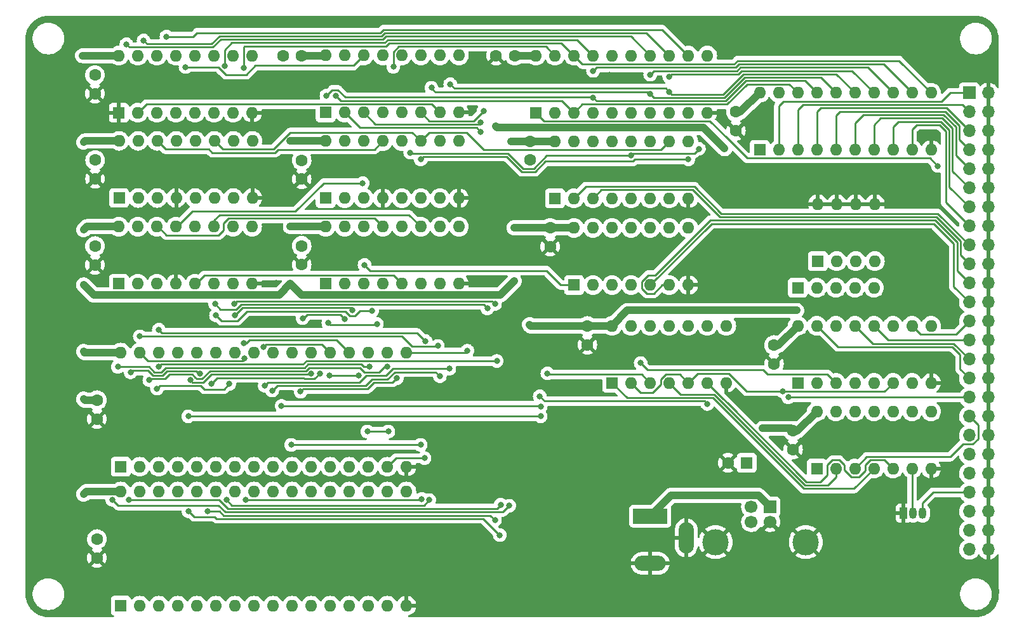
<source format=gtl>
G04 #@! TF.GenerationSoftware,KiCad,Pcbnew,(6.0.0)*
G04 #@! TF.CreationDate,2022-08-18T21:33:12-04:00*
G04 #@! TF.ProjectId,rambo,72616d62-6f2e-46b6-9963-61645f706362,rev?*
G04 #@! TF.SameCoordinates,Original*
G04 #@! TF.FileFunction,Copper,L1,Top*
G04 #@! TF.FilePolarity,Positive*
%FSLAX46Y46*%
G04 Gerber Fmt 4.6, Leading zero omitted, Abs format (unit mm)*
G04 Created by KiCad (PCBNEW (6.0.0)) date 2022-08-18 21:33:12*
%MOMM*%
%LPD*%
G01*
G04 APERTURE LIST*
G04 #@! TA.AperFunction,ComponentPad*
%ADD10C,1.600000*%
G04 #@! TD*
G04 #@! TA.AperFunction,ComponentPad*
%ADD11R,1.600000X1.600000*%
G04 #@! TD*
G04 #@! TA.AperFunction,ComponentPad*
%ADD12O,1.600000X1.600000*%
G04 #@! TD*
G04 #@! TA.AperFunction,ComponentPad*
%ADD13R,1.050000X1.500000*%
G04 #@! TD*
G04 #@! TA.AperFunction,ComponentPad*
%ADD14O,1.050000X1.500000*%
G04 #@! TD*
G04 #@! TA.AperFunction,ComponentPad*
%ADD15R,1.700000X1.700000*%
G04 #@! TD*
G04 #@! TA.AperFunction,ComponentPad*
%ADD16C,1.700000*%
G04 #@! TD*
G04 #@! TA.AperFunction,ComponentPad*
%ADD17C,3.500000*%
G04 #@! TD*
G04 #@! TA.AperFunction,ComponentPad*
%ADD18O,1.700000X1.700000*%
G04 #@! TD*
G04 #@! TA.AperFunction,ComponentPad*
%ADD19R,4.600000X2.000000*%
G04 #@! TD*
G04 #@! TA.AperFunction,ComponentPad*
%ADD20O,4.200000X2.000000*%
G04 #@! TD*
G04 #@! TA.AperFunction,ComponentPad*
%ADD21O,2.000000X4.200000*%
G04 #@! TD*
G04 #@! TA.AperFunction,ViaPad*
%ADD22C,0.800000*%
G04 #@! TD*
G04 #@! TA.AperFunction,Conductor*
%ADD23C,1.000000*%
G04 #@! TD*
G04 #@! TA.AperFunction,Conductor*
%ADD24C,0.250000*%
G04 #@! TD*
G04 APERTURE END LIST*
D10*
X129413000Y-136418000D03*
X129413000Y-138918000D03*
X129413000Y-117876000D03*
X129413000Y-120376000D03*
D11*
X159908000Y-102332000D03*
D12*
X162448000Y-102332000D03*
X164988000Y-102332000D03*
X167528000Y-102332000D03*
X170068000Y-102332000D03*
X172608000Y-102332000D03*
X175148000Y-102332000D03*
X177688000Y-102332000D03*
X177688000Y-94712000D03*
X175148000Y-94712000D03*
X172608000Y-94712000D03*
X170068000Y-94712000D03*
X167528000Y-94712000D03*
X164988000Y-94712000D03*
X162448000Y-94712000D03*
X159908000Y-94712000D03*
D13*
X236982000Y-132948000D03*
D14*
X238252000Y-132948000D03*
X239522000Y-132948000D03*
D11*
X132334000Y-102332000D03*
D12*
X134874000Y-102332000D03*
X137414000Y-102332000D03*
X139954000Y-102332000D03*
X142494000Y-102332000D03*
X145034000Y-102332000D03*
X147574000Y-102332000D03*
X150114000Y-102332000D03*
X150114000Y-94712000D03*
X147574000Y-94712000D03*
X145034000Y-94712000D03*
X142494000Y-94712000D03*
X139954000Y-94712000D03*
X137414000Y-94712000D03*
X134874000Y-94712000D03*
X132334000Y-94712000D03*
D11*
X187960000Y-79502000D03*
D12*
X190500000Y-79502000D03*
X193040000Y-79502000D03*
X195580000Y-79502000D03*
X198120000Y-79502000D03*
X200660000Y-79502000D03*
X203200000Y-79502000D03*
X205740000Y-79502000D03*
X208280000Y-79502000D03*
X210820000Y-79502000D03*
X210820000Y-71882000D03*
X208280000Y-71882000D03*
X205740000Y-71882000D03*
X203200000Y-71882000D03*
X200660000Y-71882000D03*
X198120000Y-71882000D03*
X195580000Y-71882000D03*
X193040000Y-71882000D03*
X190500000Y-71882000D03*
X187960000Y-71882000D03*
D11*
X225552000Y-99314000D03*
D12*
X228092000Y-99314000D03*
X230632000Y-99314000D03*
X233172000Y-99314000D03*
X233172000Y-91694000D03*
X230632000Y-91694000D03*
X228092000Y-91694000D03*
X225552000Y-91694000D03*
D11*
X225425000Y-127000000D03*
D12*
X227965000Y-127000000D03*
X230505000Y-127000000D03*
X233045000Y-127000000D03*
X235585000Y-127000000D03*
X238125000Y-127000000D03*
X240665000Y-127000000D03*
X240665000Y-119380000D03*
X238125000Y-119380000D03*
X235585000Y-119380000D03*
X233045000Y-119380000D03*
X230505000Y-119380000D03*
X227965000Y-119380000D03*
X225425000Y-119380000D03*
D10*
X219710000Y-110510000D03*
X219710000Y-113010000D03*
X222250000Y-121950000D03*
X222250000Y-124450000D03*
D11*
X216066380Y-126238000D03*
D10*
X213566380Y-126238000D03*
X129159000Y-97302000D03*
X129159000Y-99802000D03*
D11*
X159908000Y-79472000D03*
D12*
X162448000Y-79472000D03*
X164988000Y-79472000D03*
X167528000Y-79472000D03*
X170068000Y-79472000D03*
X172608000Y-79472000D03*
X175148000Y-79472000D03*
X177688000Y-79472000D03*
X177688000Y-71852000D03*
X175148000Y-71852000D03*
X172608000Y-71852000D03*
X170068000Y-71852000D03*
X167528000Y-71852000D03*
X164988000Y-71852000D03*
X162448000Y-71852000D03*
X159908000Y-71852000D03*
D15*
X219182000Y-132106500D03*
D16*
X216682000Y-132106500D03*
X216682000Y-134106500D03*
X219182000Y-134106500D03*
D17*
X223952000Y-136816500D03*
X211912000Y-136816500D03*
D11*
X159908000Y-90902000D03*
D12*
X162448000Y-90902000D03*
X164988000Y-90902000D03*
X167528000Y-90902000D03*
X170068000Y-90902000D03*
X172608000Y-90902000D03*
X175148000Y-90902000D03*
X177688000Y-90902000D03*
X177688000Y-83282000D03*
X175148000Y-83282000D03*
X172608000Y-83282000D03*
X170068000Y-83282000D03*
X167528000Y-83282000D03*
X164988000Y-83282000D03*
X162448000Y-83282000D03*
X159908000Y-83282000D03*
D10*
X187198000Y-83312000D03*
X187198000Y-85812000D03*
X185146000Y-71882000D03*
X182646000Y-71882000D03*
X156718000Y-85852000D03*
X156718000Y-88352000D03*
D11*
X190500000Y-90932000D03*
D12*
X193040000Y-90932000D03*
X195580000Y-90932000D03*
X198120000Y-90932000D03*
X200660000Y-90932000D03*
X203200000Y-90932000D03*
X205740000Y-90932000D03*
X208280000Y-90932000D03*
X208280000Y-83312000D03*
X205740000Y-83312000D03*
X203200000Y-83312000D03*
X200660000Y-83312000D03*
X198120000Y-83312000D03*
X195580000Y-83312000D03*
X193040000Y-83312000D03*
X190500000Y-83312000D03*
D15*
X245745000Y-76835000D03*
D18*
X248285000Y-76835000D03*
X245745000Y-79375000D03*
X248285000Y-79375000D03*
X245745000Y-81915000D03*
X248285000Y-81915000D03*
X245745000Y-84455000D03*
X248285000Y-84455000D03*
X245745000Y-86995000D03*
X248285000Y-86995000D03*
X245745000Y-89535000D03*
X248285000Y-89535000D03*
X245745000Y-92075000D03*
X248285000Y-92075000D03*
X245745000Y-94615000D03*
X248285000Y-94615000D03*
X245745000Y-97155000D03*
X248285000Y-97155000D03*
X245745000Y-99695000D03*
X248285000Y-99695000D03*
X245745000Y-102235000D03*
X248285000Y-102235000D03*
X245745000Y-104775000D03*
X248285000Y-104775000D03*
X245745000Y-107315000D03*
X248285000Y-107315000D03*
X245745000Y-109855000D03*
X248285000Y-109855000D03*
X245745000Y-112395000D03*
X248285000Y-112395000D03*
X245745000Y-114935000D03*
X248285000Y-114935000D03*
X245745000Y-117475000D03*
X248285000Y-117475000D03*
X245745000Y-120015000D03*
X248285000Y-120015000D03*
X245745000Y-122555000D03*
X248285000Y-122555000D03*
X245745000Y-125095000D03*
X248285000Y-125095000D03*
X245745000Y-127635000D03*
X248285000Y-127635000D03*
X245745000Y-130175000D03*
X248285000Y-130175000D03*
X245745000Y-132715000D03*
X248285000Y-132715000D03*
X245745000Y-135255000D03*
X248285000Y-135255000D03*
X245745000Y-137795000D03*
X248285000Y-137795000D03*
D11*
X198115000Y-115560000D03*
D12*
X200655000Y-115560000D03*
X203195000Y-115560000D03*
X205735000Y-115560000D03*
X208275000Y-115560000D03*
X210815000Y-115560000D03*
X213355000Y-115560000D03*
X213355000Y-107940000D03*
X210815000Y-107940000D03*
X208275000Y-107940000D03*
X205735000Y-107940000D03*
X203195000Y-107940000D03*
X200655000Y-107940000D03*
X198115000Y-107940000D03*
D11*
X222885000Y-115560000D03*
D12*
X225425000Y-115560000D03*
X227965000Y-115560000D03*
X230505000Y-115560000D03*
X233045000Y-115560000D03*
X235585000Y-115560000D03*
X238125000Y-115560000D03*
X240665000Y-115560000D03*
X240665000Y-107940000D03*
X238125000Y-107940000D03*
X235585000Y-107940000D03*
X233045000Y-107940000D03*
X230505000Y-107940000D03*
X227965000Y-107940000D03*
X225425000Y-107940000D03*
X222885000Y-107940000D03*
D11*
X132334000Y-79502000D03*
D12*
X134874000Y-79502000D03*
X137414000Y-79502000D03*
X139954000Y-79502000D03*
X142494000Y-79502000D03*
X145034000Y-79502000D03*
X147574000Y-79502000D03*
X150114000Y-79502000D03*
X150114000Y-71882000D03*
X147574000Y-71882000D03*
X145034000Y-71882000D03*
X142494000Y-71882000D03*
X139954000Y-71882000D03*
X137414000Y-71882000D03*
X134874000Y-71882000D03*
X132334000Y-71882000D03*
D11*
X132364000Y-90872000D03*
D12*
X134904000Y-90872000D03*
X137444000Y-90872000D03*
X139984000Y-90872000D03*
X142524000Y-90872000D03*
X145064000Y-90872000D03*
X147604000Y-90872000D03*
X150144000Y-90872000D03*
X150144000Y-83252000D03*
X147604000Y-83252000D03*
X145064000Y-83252000D03*
X142524000Y-83252000D03*
X139984000Y-83252000D03*
X137444000Y-83252000D03*
X134904000Y-83252000D03*
X132364000Y-83252000D03*
D11*
X222885000Y-102870000D03*
D12*
X225425000Y-102870000D03*
X227965000Y-102870000D03*
X230505000Y-102870000D03*
X233045000Y-102870000D03*
D10*
X214630000Y-79395000D03*
X214630000Y-81895000D03*
X194818000Y-107970000D03*
X194818000Y-110470000D03*
X156733000Y-71882000D03*
X154233000Y-71882000D03*
D11*
X193040000Y-102489000D03*
D12*
X195580000Y-102489000D03*
X198120000Y-102489000D03*
X200660000Y-102489000D03*
X203200000Y-102489000D03*
X205740000Y-102489000D03*
X208280000Y-102489000D03*
X208280000Y-94869000D03*
X205740000Y-94869000D03*
X203200000Y-94869000D03*
X200660000Y-94869000D03*
X198120000Y-94869000D03*
X195580000Y-94869000D03*
X193040000Y-94869000D03*
D11*
X132588000Y-145293000D03*
D12*
X135128000Y-145293000D03*
X137668000Y-145293000D03*
X140208000Y-145293000D03*
X142748000Y-145293000D03*
X145288000Y-145293000D03*
X147828000Y-145293000D03*
X150368000Y-145293000D03*
X152908000Y-145293000D03*
X155448000Y-145293000D03*
X157988000Y-145293000D03*
X160528000Y-145293000D03*
X163068000Y-145293000D03*
X165608000Y-145293000D03*
X168148000Y-145293000D03*
X170688000Y-145293000D03*
X170688000Y-130053000D03*
X168148000Y-130053000D03*
X165608000Y-130053000D03*
X163068000Y-130053000D03*
X160528000Y-130053000D03*
X157988000Y-130053000D03*
X155448000Y-130053000D03*
X152908000Y-130053000D03*
X150368000Y-130053000D03*
X147828000Y-130053000D03*
X145288000Y-130053000D03*
X142748000Y-130053000D03*
X140208000Y-130053000D03*
X137668000Y-130053000D03*
X135128000Y-130053000D03*
X132588000Y-130053000D03*
D10*
X129144000Y-74452000D03*
X129144000Y-76952000D03*
X189865000Y-94869000D03*
X189865000Y-97369000D03*
X129174000Y-85822000D03*
X129174000Y-88322000D03*
D11*
X217810000Y-84445000D03*
D12*
X220350000Y-84445000D03*
X222890000Y-84445000D03*
X225430000Y-84445000D03*
X227970000Y-84445000D03*
X230510000Y-84445000D03*
X233050000Y-84445000D03*
X235590000Y-84445000D03*
X238130000Y-84445000D03*
X240670000Y-84445000D03*
X240670000Y-76825000D03*
X238130000Y-76825000D03*
X235590000Y-76825000D03*
X233050000Y-76825000D03*
X230510000Y-76825000D03*
X227970000Y-76825000D03*
X225430000Y-76825000D03*
X222890000Y-76825000D03*
X220350000Y-76825000D03*
X217810000Y-76825000D03*
D11*
X132588000Y-126751000D03*
D12*
X135128000Y-126751000D03*
X137668000Y-126751000D03*
X140208000Y-126751000D03*
X142748000Y-126751000D03*
X145288000Y-126751000D03*
X147828000Y-126751000D03*
X150368000Y-126751000D03*
X152908000Y-126751000D03*
X155448000Y-126751000D03*
X157988000Y-126751000D03*
X160528000Y-126751000D03*
X163068000Y-126751000D03*
X165608000Y-126751000D03*
X168148000Y-126751000D03*
X170688000Y-126751000D03*
X170688000Y-111511000D03*
X168148000Y-111511000D03*
X165608000Y-111511000D03*
X163068000Y-111511000D03*
X160528000Y-111511000D03*
X157988000Y-111511000D03*
X155448000Y-111511000D03*
X152908000Y-111511000D03*
X150368000Y-111511000D03*
X147828000Y-111511000D03*
X145288000Y-111511000D03*
X142748000Y-111511000D03*
X140208000Y-111511000D03*
X137668000Y-111511000D03*
X135128000Y-111511000D03*
X132588000Y-111511000D03*
D19*
X203200000Y-133350000D03*
D20*
X203200000Y-139650000D03*
D21*
X208000000Y-136250000D03*
D10*
X156718000Y-97282000D03*
X156718000Y-99782000D03*
D22*
X185048489Y-101971511D03*
X155218489Y-94717511D03*
X187100000Y-107794000D03*
X127644489Y-111369511D03*
X213130489Y-84303511D03*
X184658000Y-83312000D03*
X213130489Y-105893511D03*
X127644489Y-95113511D03*
X155218489Y-83287511D03*
X182626000Y-81280000D03*
X127644489Y-83429511D03*
X127644489Y-117719511D03*
X127644489Y-130419511D03*
X222733511Y-105893511D03*
X155218489Y-102337511D03*
X127508000Y-71882000D03*
X218210489Y-121641511D03*
X185048489Y-94859511D03*
X127644489Y-102479511D03*
X193929000Y-98298000D03*
X211963000Y-111252000D03*
X190627000Y-88265000D03*
X193167000Y-116205000D03*
X189992000Y-105029000D03*
X186309000Y-113411000D03*
X140335000Y-106807000D03*
X186690000Y-97790000D03*
X187071000Y-89535000D03*
X186055000Y-74295000D03*
X186817000Y-103124000D03*
X153289000Y-102235000D03*
X149987000Y-107442000D03*
X169799000Y-106934000D03*
X226822000Y-95631000D03*
X129921000Y-107950000D03*
X167513000Y-97155000D03*
X197739000Y-74422000D03*
X157353000Y-75692000D03*
X154051000Y-107569000D03*
X216789000Y-90932000D03*
X216662000Y-96393000D03*
X179832000Y-101981000D03*
X184404000Y-131953000D03*
X180975000Y-79248000D03*
X131463489Y-131172511D03*
X176530000Y-75692000D03*
X178812511Y-111255489D03*
X205740000Y-76708000D03*
X183261000Y-131826000D03*
X180594000Y-80772000D03*
X133712511Y-131209489D03*
X168148000Y-113411000D03*
X136398000Y-115188282D03*
X135636000Y-69850000D03*
X205740000Y-74676000D03*
X137414000Y-116332000D03*
X147066000Y-115697000D03*
X132207000Y-113411000D03*
X133350000Y-70358000D03*
X203200000Y-74422000D03*
X165735000Y-113411000D03*
X148971000Y-110236000D03*
X195580000Y-73914000D03*
X146449489Y-73260511D03*
X182499000Y-105029000D03*
X147716000Y-105014000D03*
X183134000Y-135890000D03*
X141623489Y-132696511D03*
X148989489Y-73514511D03*
X151638000Y-110744000D03*
X144163489Y-132696511D03*
X181483000Y-105613551D03*
X182499000Y-133858000D03*
X145176000Y-105014000D03*
X146703489Y-131172511D03*
X135128000Y-109347000D03*
X173736000Y-131191000D03*
X174879000Y-110617000D03*
X156572511Y-116731489D03*
X169418000Y-114935000D03*
X149243489Y-131172511D03*
X172720000Y-131064000D03*
X137668000Y-108458000D03*
X173228000Y-109982000D03*
X154032511Y-118636489D03*
X188595000Y-118745000D03*
X152781000Y-116586000D03*
X175148000Y-114666000D03*
X176403000Y-113665000D03*
X151783489Y-115932511D03*
X155321000Y-123825000D03*
X172593000Y-123825000D03*
X163512500Y-105854500D03*
X147828000Y-106553000D03*
X156845000Y-106934000D03*
X162448000Y-107046000D03*
X145288000Y-106553000D03*
X166112511Y-105921489D03*
X164338000Y-114554000D03*
X160401000Y-114554000D03*
X133891489Y-114139511D03*
X143129000Y-114300000D03*
X161290000Y-77216000D03*
X188595000Y-120015000D03*
X141605000Y-120015000D03*
X165481000Y-122047000D03*
X160020000Y-77216000D03*
X195580000Y-77470000D03*
X160274000Y-107569000D03*
X168275000Y-122047000D03*
X166751000Y-107696000D03*
X182739511Y-112635511D03*
X180594000Y-82042000D03*
X137668000Y-113411000D03*
X203200000Y-76962000D03*
X174023489Y-76166511D03*
X173101000Y-125603000D03*
X149098000Y-112268000D03*
X221615000Y-117475000D03*
X241554000Y-86614000D03*
X188468000Y-117348000D03*
X210815000Y-118369000D03*
X172593000Y-85725000D03*
X208280000Y-85725000D03*
X200660000Y-85217000D03*
X171196000Y-84836000D03*
X209695489Y-84309511D03*
X189484000Y-114300000D03*
X168943489Y-73372511D03*
X141224000Y-73406000D03*
X164846000Y-88900000D03*
X165100000Y-99822000D03*
X220881489Y-116684511D03*
X201930000Y-112903000D03*
X138684000Y-69342000D03*
X159131000Y-114300000D03*
X144653000Y-115697000D03*
X141859000Y-115189000D03*
X157988000Y-114300000D03*
D23*
X200161489Y-105893511D02*
X198115000Y-107940000D01*
X159902489Y-94717511D02*
X159908000Y-94712000D01*
X214630000Y-79395000D02*
X215240000Y-79395000D01*
X213130489Y-105893511D02*
X222733511Y-105893511D01*
X222855000Y-121950000D02*
X225425000Y-119380000D01*
X128996489Y-103831511D02*
X153724489Y-103831511D01*
X194848000Y-107940000D02*
X194818000Y-107970000D01*
X219710000Y-110510000D02*
X220315000Y-110510000D01*
X127822000Y-83252000D02*
X127644489Y-83429511D01*
X205993011Y-130556989D02*
X203200000Y-133350000D01*
X155218489Y-102337511D02*
X156712489Y-103831511D01*
X210278009Y-81451031D02*
X182797031Y-81451031D01*
X155218489Y-94717511D02*
X159902489Y-94717511D01*
X155218489Y-83287511D02*
X159902489Y-83287511D01*
X217632489Y-130556989D02*
X205993011Y-130556989D01*
X221941511Y-121641511D02*
X222250000Y-121950000D01*
X132476000Y-94712000D02*
X128046000Y-94712000D01*
X193040000Y-94869000D02*
X189865000Y-94869000D01*
X132334000Y-71882000D02*
X127508000Y-71882000D01*
X218210489Y-121641511D02*
X221941511Y-121641511D01*
X128011000Y-130053000D02*
X127644489Y-130419511D01*
X185146000Y-71882000D02*
X187960000Y-71882000D01*
X183188489Y-103831511D02*
X185048489Y-101971511D01*
X185048489Y-94859511D02*
X185156511Y-94859511D01*
X220315000Y-110510000D02*
X222885000Y-107940000D01*
X213130489Y-105893511D02*
X200161489Y-105893511D01*
X194818000Y-107970000D02*
X187276000Y-107970000D01*
X159902489Y-83287511D02*
X159908000Y-83282000D01*
X182797031Y-81451031D02*
X182626000Y-81280000D01*
X132588000Y-111511000D02*
X127785978Y-111511000D01*
X153724489Y-103831511D02*
X155218489Y-102337511D01*
X187276000Y-107970000D02*
X187100000Y-107794000D01*
X213130489Y-84303511D02*
X210278009Y-81451031D01*
X185156511Y-94859511D02*
X185166000Y-94869000D01*
X127800978Y-117876000D02*
X127644489Y-117719511D01*
X128046000Y-94712000D02*
X127644489Y-95113511D01*
X156733000Y-71882000D02*
X159878000Y-71882000D01*
X132588000Y-130053000D02*
X128011000Y-130053000D01*
X189865000Y-94869000D02*
X185166000Y-94869000D01*
X219182000Y-132106500D02*
X217632489Y-130556989D01*
X215240000Y-79395000D02*
X217810000Y-76825000D01*
X129413000Y-117876000D02*
X127800978Y-117876000D01*
X132364000Y-83252000D02*
X127822000Y-83252000D01*
X184658000Y-83312000D02*
X190500000Y-83312000D01*
X159878000Y-71882000D02*
X159908000Y-71852000D01*
X127644489Y-102479511D02*
X128996489Y-103831511D01*
X222250000Y-121950000D02*
X222855000Y-121950000D01*
X156712489Y-103831511D02*
X183188489Y-103831511D01*
X198115000Y-107940000D02*
X194848000Y-107940000D01*
X127785978Y-111511000D02*
X127644489Y-111369511D01*
D24*
X238125000Y-127000000D02*
X238125000Y-132821000D01*
X238125000Y-132821000D02*
X238252000Y-132948000D01*
X239522000Y-131572000D02*
X240919000Y-130175000D01*
X240919000Y-130175000D02*
X245745000Y-130175000D01*
X239522000Y-132948000D02*
X239522000Y-131572000D01*
X172608000Y-79472000D02*
X173732511Y-80596511D01*
X179626489Y-80596511D02*
X180975000Y-79248000D01*
X173732511Y-80596511D02*
X178229489Y-80596511D01*
X178229489Y-80596511D02*
X179626489Y-80596511D01*
X145650000Y-131934000D02*
X146512062Y-132796062D01*
X131463489Y-131172511D02*
X132224978Y-131934000D01*
X146512062Y-132796062D02*
X183560938Y-132796062D01*
X183560938Y-132796062D02*
X184404000Y-131953000D01*
X132224978Y-131934000D02*
X145650000Y-131934000D01*
X228028440Y-74343440D02*
X215595407Y-74343440D01*
X215595407Y-74343440D02*
X212909918Y-77028929D01*
X177075489Y-76237489D02*
X176530000Y-75692000D01*
X205740000Y-76708000D02*
X205269489Y-76237489D01*
X230510000Y-76825000D02*
X228028440Y-74343440D01*
X206060929Y-77028929D02*
X205740000Y-76708000D01*
X178557000Y-111511000D02*
X170688000Y-111511000D01*
X212909918Y-77028929D02*
X206060929Y-77028929D01*
X205269489Y-76237489D02*
X177075489Y-76237489D01*
X178812511Y-111255489D02*
X178557000Y-111511000D01*
X145697364Y-131191000D02*
X143129000Y-131191000D01*
X143110511Y-131209489D02*
X133712511Y-131209489D01*
X179176969Y-81046031D02*
X180319969Y-81046031D01*
X183261000Y-131826000D02*
X182740458Y-132346542D01*
X164988000Y-79472000D02*
X166562031Y-81046031D01*
X166562031Y-81046031D02*
X179176969Y-81046031D01*
X180319969Y-81046031D02*
X180594000Y-80772000D01*
X146852906Y-132346542D02*
X145697364Y-131191000D01*
X143129000Y-131191000D02*
X143110511Y-131209489D01*
X182740458Y-132346542D02*
X146852906Y-132346542D01*
X168148000Y-113411000D02*
X167775614Y-113411000D01*
X215409209Y-73893920D02*
X230118920Y-73893920D01*
X205740000Y-74676000D02*
X206060929Y-74355071D01*
X139065000Y-114433591D02*
X138464041Y-115034551D01*
X138464041Y-115034551D02*
X136551731Y-115034551D01*
X167809802Y-68847409D02*
X167393771Y-69263440D01*
X136093969Y-70307969D02*
X135636000Y-69850000D01*
X205740000Y-71882000D02*
X202705409Y-68847409D01*
X167393771Y-69263440D02*
X145746842Y-69263440D01*
X165081000Y-114154000D02*
X164461551Y-113534551D01*
X202705409Y-68847409D02*
X167809802Y-68847409D01*
X143429103Y-115024511D02*
X144469543Y-113984071D01*
X157728835Y-113534551D02*
X157279315Y-113984071D01*
X136551731Y-115034551D02*
X136398000Y-115188282D01*
X142498307Y-114803693D02*
X142128205Y-114433591D01*
X230118920Y-73893920D02*
X233050000Y-76825000D01*
X164461551Y-113534551D02*
X157728835Y-113534551D01*
X144469543Y-113984071D02*
X145607071Y-113984071D01*
X157279315Y-113984071D02*
X145607071Y-113984071D01*
X206060929Y-74355071D02*
X214948058Y-74355071D01*
X145746842Y-69263440D02*
X144702313Y-70307969D01*
X167032614Y-114154000D02*
X165081000Y-114154000D01*
X167775614Y-113411000D02*
X167032614Y-114154000D01*
X142128205Y-114433591D02*
X139065000Y-114433591D01*
X142719125Y-115024511D02*
X143429103Y-115024511D01*
X144702313Y-70307969D02*
X136093969Y-70307969D01*
X142498307Y-114803693D02*
X142719125Y-115024511D01*
X214948058Y-74355071D02*
X215409209Y-73893920D01*
X143726511Y-116421511D02*
X146341489Y-116421511D01*
X146341489Y-116421511D02*
X147066000Y-115697000D01*
X137822449Y-115923551D02*
X143228551Y-115923551D01*
X143228551Y-115923551D02*
X143726511Y-116421511D01*
X137414000Y-116332000D02*
X137822449Y-115923551D01*
X203200000Y-74422000D02*
X203716449Y-73905551D01*
X157535031Y-113085031D02*
X164409969Y-113085031D01*
X136352408Y-113411000D02*
X137076919Y-114135511D01*
X215223010Y-73444400D02*
X232209400Y-73444400D01*
X157085511Y-113534551D02*
X157535031Y-113085031D01*
X164647749Y-113085031D02*
X164973359Y-113410641D01*
X164973718Y-113411000D02*
X165735000Y-113411000D01*
X167996001Y-69296929D02*
X167579969Y-69712960D01*
X167579969Y-69712960D02*
X145933040Y-69712960D01*
X214761859Y-73905551D02*
X215223010Y-73444400D01*
X133749489Y-70757489D02*
X133350000Y-70358000D01*
X203716449Y-73905551D02*
X214761859Y-73905551D01*
X164409969Y-113085031D02*
X164647749Y-113085031D01*
X137968103Y-114135511D02*
X138569063Y-113534551D01*
X200614929Y-69296929D02*
X167996001Y-69296929D01*
X164973359Y-113410641D02*
X164973718Y-113411000D01*
X145933040Y-69712960D02*
X144888511Y-70757489D01*
X144888511Y-70757489D02*
X133749489Y-70757489D01*
X132207000Y-113411000D02*
X136352408Y-113411000D01*
X138569063Y-113534551D02*
X157085511Y-113534551D01*
X232209400Y-73444400D02*
X235590000Y-76825000D01*
X203200000Y-71882000D02*
X200614929Y-69296929D01*
X137076919Y-114135511D02*
X137968103Y-114135511D01*
X151188480Y-70162480D02*
X147412242Y-70162480D01*
X163068000Y-111511000D02*
X161353520Y-109796520D01*
X161353520Y-109796520D02*
X149791480Y-109796520D01*
X196037969Y-73456031D02*
X195580000Y-73914000D01*
X148971000Y-110236000D02*
X149352000Y-110236000D01*
X214575661Y-73456031D02*
X196037969Y-73456031D01*
X168182198Y-69746449D02*
X167766167Y-70162480D01*
X195580000Y-71882000D02*
X193444449Y-69746449D01*
X193444449Y-69746449D02*
X168182198Y-69746449D01*
X147412242Y-70162480D02*
X146449489Y-71125233D01*
X149352000Y-110236000D02*
X149791480Y-109796520D01*
X167766167Y-70162480D02*
X151188480Y-70162480D01*
X215036812Y-72994880D02*
X214575661Y-73456031D01*
X234299880Y-72994880D02*
X215036812Y-72994880D01*
X238130000Y-76825000D02*
X234299880Y-72994880D01*
X146449489Y-71125233D02*
X146449489Y-73260511D01*
X180939102Y-133695102D02*
X183134000Y-135890000D01*
X147427696Y-133695102D02*
X180939102Y-133695102D01*
X141623489Y-132696511D02*
X142366489Y-133439511D01*
X147716000Y-105014000D02*
X148073969Y-104656031D01*
X145140009Y-133439511D02*
X145395600Y-133695102D01*
X145395600Y-133695102D02*
X147355899Y-133695101D01*
X182126031Y-104656031D02*
X182499000Y-105029000D01*
X148073969Y-104656031D02*
X182126031Y-104656031D01*
X142366489Y-133439511D02*
X145140009Y-133439511D01*
X194164511Y-73006511D02*
X214389464Y-73006511D01*
X148989489Y-70720511D02*
X148989489Y-73514511D01*
X149098000Y-70612000D02*
X148989489Y-70720511D01*
X151995511Y-110386489D02*
X152296489Y-110386489D01*
X160528000Y-111511000D02*
X159403489Y-110386489D01*
X151638000Y-110744000D02*
X151995511Y-110386489D01*
X214389464Y-73006511D02*
X214850615Y-72545360D01*
X193040000Y-71882000D02*
X191353969Y-70195969D01*
X191353969Y-70195969D02*
X168368396Y-70195969D01*
X167952365Y-70612000D02*
X149098000Y-70612000D01*
X168368396Y-70195969D02*
X167952365Y-70612000D01*
X236390360Y-72545360D02*
X240670000Y-76825000D01*
X214850615Y-72545360D02*
X236390360Y-72545360D01*
X159403489Y-110386489D02*
X152296489Y-110386489D01*
X193040000Y-71882000D02*
X194164511Y-73006511D01*
X145900511Y-105738511D02*
X148016103Y-105738511D01*
X145176000Y-105014000D02*
X145900511Y-105738511D01*
X148016103Y-105738511D02*
X148649063Y-105105551D01*
X144145000Y-132715000D02*
X145795282Y-132715000D01*
X181886582Y-133245582D02*
X182499000Y-133858000D01*
X180975000Y-105105551D02*
X181483000Y-105613551D01*
X148649063Y-105105551D02*
X180975000Y-105105551D01*
X145795282Y-132715000D02*
X146325865Y-133245582D01*
X146325865Y-133245582D02*
X181251582Y-133245582D01*
X181251582Y-133245582D02*
X181886582Y-133245582D01*
X146703489Y-131172511D02*
X147428000Y-131897022D01*
X170114300Y-109347000D02*
X135128000Y-109347000D01*
X174789489Y-110706511D02*
X171473811Y-110706511D01*
X174879000Y-110617000D02*
X174789489Y-110706511D01*
X173029978Y-131897022D02*
X173736000Y-131191000D01*
X171473811Y-110706511D02*
X170114300Y-109347000D01*
X147428000Y-131897022D02*
X173029978Y-131897022D01*
X156572511Y-116731489D02*
X156930929Y-116373071D01*
X165499489Y-116373071D02*
X166370000Y-115502560D01*
X156930929Y-116373071D02*
X165499489Y-116373071D01*
X166370000Y-115502560D02*
X168850440Y-115502560D01*
X168850440Y-115502560D02*
X169418000Y-114935000D01*
X172606489Y-131177511D02*
X172720000Y-131064000D01*
X172143480Y-108897480D02*
X138107480Y-108897480D01*
X149248489Y-131177511D02*
X172606489Y-131177511D01*
X138107480Y-108897480D02*
X137668000Y-108458000D01*
X173228000Y-109982000D02*
X172143480Y-108897480D01*
X149243489Y-131172511D02*
X149248489Y-131177511D01*
X154032511Y-118636489D02*
X154051000Y-118618000D01*
X154051000Y-118618000D02*
X188595000Y-118618000D01*
X152781000Y-116586000D02*
X153443449Y-115923551D01*
X165245489Y-115923551D02*
X166116000Y-115053040D01*
X166116000Y-115053040D02*
X168166291Y-115053040D01*
X169104812Y-114114520D02*
X174596520Y-114114520D01*
X174596520Y-114114520D02*
X175148000Y-114666000D01*
X168166291Y-115053040D02*
X169104812Y-114114520D01*
X153443449Y-115923551D02*
X165245489Y-115923551D01*
X168918614Y-113665000D02*
X167980094Y-114603520D01*
X152241969Y-115474031D02*
X151783489Y-115932511D01*
X165313094Y-114603520D02*
X164442583Y-115474031D01*
X176403000Y-113665000D02*
X168918614Y-113665000D01*
X167980094Y-114603520D02*
X165313094Y-114603520D01*
X164442583Y-115474031D02*
X152241969Y-115474031D01*
X172593000Y-123825000D02*
X155321000Y-123825000D01*
X147828000Y-106553000D02*
X147837332Y-106553000D01*
X147837332Y-106553000D02*
X148835261Y-105555071D01*
X163213071Y-105555071D02*
X163512500Y-105854500D01*
X148835261Y-105555071D02*
X163213071Y-105555071D01*
X161856111Y-106454111D02*
X157451889Y-106454111D01*
X162448000Y-107046000D02*
X161856111Y-106454111D01*
X157451889Y-106454111D02*
X156845000Y-107061000D01*
X163094011Y-106579011D02*
X162519591Y-106004591D01*
X164473614Y-105918000D02*
X163812603Y-106579011D01*
X163812603Y-106579011D02*
X163094011Y-106579011D01*
X166112511Y-105921489D02*
X166109022Y-105918000D01*
X146012511Y-107277511D02*
X145288000Y-106553000D01*
X149401023Y-106004591D02*
X148128103Y-107277511D01*
X148128103Y-107277511D02*
X146012511Y-107277511D01*
X162519591Y-106004591D02*
X149401023Y-106004591D01*
X166109022Y-105918000D02*
X164473614Y-105918000D01*
X160401000Y-114554000D02*
X164338000Y-114554000D01*
X133891489Y-114139511D02*
X134112000Y-113919000D01*
X134112000Y-113919000D02*
X136224690Y-113919000D01*
X138154300Y-114585031D02*
X138755260Y-113984071D01*
X136224690Y-113919000D02*
X136890721Y-114585031D01*
X143002000Y-114300000D02*
X142686071Y-113984071D01*
X143129000Y-114300000D02*
X143002000Y-114300000D01*
X136890721Y-114585031D02*
X138154300Y-114585031D01*
X142686071Y-113984071D02*
X138755260Y-113984071D01*
X194164511Y-78377489D02*
X193040000Y-79502000D01*
X161971969Y-77897969D02*
X161290000Y-77216000D01*
X221757000Y-75692000D02*
X216154000Y-75692000D01*
X193040000Y-79502000D02*
X191435969Y-77897969D01*
X213468511Y-78377489D02*
X194164511Y-78377489D01*
X222890000Y-76825000D02*
X221757000Y-75692000D01*
X191435969Y-77897969D02*
X161971969Y-77897969D01*
X216154000Y-75692000D02*
X213468511Y-78377489D01*
X188595000Y-120015000D02*
X141605000Y-120015000D01*
X160020000Y-77216000D02*
X160782000Y-76454000D01*
X196037969Y-77927969D02*
X195580000Y-77470000D01*
X160475511Y-107770511D02*
X166676489Y-107770511D01*
X215967803Y-75242480D02*
X213282314Y-77927969D01*
X216603520Y-75242480D02*
X215967803Y-75242480D01*
X161552614Y-76454000D02*
X162547063Y-77448449D01*
X162547063Y-77448449D02*
X195558449Y-77448449D01*
X160782000Y-76454000D02*
X161552614Y-76454000D01*
X168275000Y-122047000D02*
X165481000Y-122047000D01*
X223847480Y-75242480D02*
X216603520Y-75242480D01*
X225430000Y-76825000D02*
X223847480Y-75242480D01*
X160274000Y-107569000D02*
X160475511Y-107770511D01*
X166676489Y-107770511D02*
X166751000Y-107696000D01*
X195558449Y-77448449D02*
X195580000Y-77470000D01*
X213282314Y-77927969D02*
X196037969Y-77927969D01*
X156899313Y-113085031D02*
X157348833Y-112635511D01*
X180047551Y-81495551D02*
X180594000Y-82042000D01*
X179158551Y-81495551D02*
X180047551Y-81495551D01*
X157348833Y-112635511D02*
X182739511Y-112635511D01*
X164471551Y-81495551D02*
X179158551Y-81495551D01*
X137993969Y-113085031D02*
X156899313Y-113085031D01*
X137668000Y-113411000D02*
X137993969Y-113085031D01*
X162448000Y-79472000D02*
X164471551Y-81495551D01*
X169296000Y-125603000D02*
X173101000Y-125603000D01*
X215781605Y-74792960D02*
X216778960Y-74792960D01*
X203716449Y-77478449D02*
X213096116Y-77478449D01*
X202983489Y-76745489D02*
X174535489Y-76745489D01*
X227970000Y-76825000D02*
X225937960Y-74792960D01*
X225937960Y-74792960D02*
X216778960Y-74792960D01*
X168148000Y-126751000D02*
X169296000Y-125603000D01*
X174535489Y-76745489D02*
X173990000Y-76200000D01*
X203200000Y-76962000D02*
X202983489Y-76745489D01*
X213096116Y-77478449D02*
X215781605Y-74792960D01*
X203200000Y-76962000D02*
X203716449Y-77478449D01*
X135128000Y-111511000D02*
X136252511Y-112635511D01*
X136252511Y-112635511D02*
X148830511Y-112635511D01*
X148830511Y-112635511D02*
X149098000Y-112368022D01*
X149098000Y-112368022D02*
X149098000Y-112268000D01*
X220980000Y-77978000D02*
X242062000Y-77978000D01*
X242062000Y-77978000D02*
X243205000Y-76835000D01*
X220350000Y-84445000D02*
X220350000Y-78608000D01*
X220350000Y-78608000D02*
X220980000Y-77978000D01*
X243205000Y-76835000D02*
X245745000Y-76835000D01*
X223578480Y-78427520D02*
X222890000Y-79116000D01*
X245745000Y-79375000D02*
X244797520Y-78427520D01*
X244797520Y-78427520D02*
X223578480Y-78427520D01*
X222890000Y-79116000D02*
X222890000Y-84445000D01*
X225430000Y-79370000D02*
X225430000Y-84445000D01*
X242707040Y-78877040D02*
X225922960Y-78877040D01*
X225922960Y-78877040D02*
X225430000Y-79370000D01*
X245745000Y-81915000D02*
X242707040Y-78877040D01*
X242520842Y-79326560D02*
X228521440Y-79326560D01*
X228521440Y-79326560D02*
X227970000Y-79878000D01*
X244411141Y-81216859D02*
X242520842Y-79326560D01*
X245745000Y-84455000D02*
X244411141Y-83121141D01*
X244411141Y-83121141D02*
X244411141Y-81216859D01*
X227970000Y-79878000D02*
X227970000Y-84445000D01*
X230510000Y-80914080D02*
X230510000Y-84445000D01*
X231648000Y-79776080D02*
X230510000Y-80914080D01*
X243961621Y-81403057D02*
X242334644Y-79776080D01*
X245745000Y-86995000D02*
X243961621Y-85211621D01*
X243961621Y-85211621D02*
X243961621Y-81403057D01*
X242334644Y-79776080D02*
X231648000Y-79776080D01*
X242148446Y-80225600D02*
X243512101Y-81589255D01*
X243512101Y-87302101D02*
X245745000Y-89535000D01*
X243512101Y-81589255D02*
X243512101Y-87302101D01*
X233050000Y-84445000D02*
X233050000Y-81109600D01*
X233050000Y-81109600D02*
X233934000Y-80225600D01*
X233934000Y-80225600D02*
X242148446Y-80225600D01*
X235590000Y-84445000D02*
X235590000Y-81412000D01*
X243062581Y-89392581D02*
X245745000Y-92075000D01*
X235590000Y-81412000D02*
X236326880Y-80675120D01*
X236326880Y-80675120D02*
X241962248Y-80675120D01*
X241962248Y-80675120D02*
X243062581Y-81775453D01*
X243062581Y-81775453D02*
X243062581Y-89392581D01*
X242613061Y-81961651D02*
X242613061Y-91483061D01*
X242613061Y-91483061D02*
X245745000Y-94615000D01*
X238130000Y-84445000D02*
X238130000Y-81754640D01*
X241776050Y-81124640D02*
X242613061Y-81961651D01*
X238760000Y-81124640D02*
X241776050Y-81124640D01*
X238130000Y-81754640D02*
X238760000Y-81124640D01*
X212688740Y-92964000D02*
X209082709Y-89357969D01*
X241554000Y-92964000D02*
X212688740Y-92964000D01*
X209082709Y-89357969D02*
X194614031Y-89357969D01*
X194614031Y-89357969D02*
X193040000Y-90932000D01*
X245745000Y-97155000D02*
X241554000Y-92964000D01*
X244570489Y-96616207D02*
X241367802Y-93413520D01*
X245745000Y-99695000D02*
X244570489Y-98520489D01*
X244570489Y-98520489D02*
X244570489Y-96616207D01*
X196704511Y-89807489D02*
X195580000Y-90932000D01*
X241367802Y-93413520D02*
X212502542Y-93413520D01*
X208896511Y-89807489D02*
X196704511Y-89807489D01*
X212502542Y-93413520D02*
X208896511Y-89807489D01*
X202912850Y-101185850D02*
X202075489Y-102023211D01*
X203665789Y-103613511D02*
X204790300Y-102489000D01*
X244120969Y-100610969D02*
X244120969Y-96802405D01*
X203867432Y-101185850D02*
X202912850Y-101185850D01*
X244120969Y-96802405D02*
X241181604Y-93863040D01*
X202075489Y-102954789D02*
X202734211Y-103613511D01*
X245745000Y-102235000D02*
X244120969Y-100610969D01*
X241181604Y-93863040D02*
X211190242Y-93863040D01*
X202075489Y-102023211D02*
X202075489Y-102954789D01*
X202734211Y-103613511D02*
X203665789Y-103613511D01*
X204790300Y-102489000D02*
X205740000Y-102489000D01*
X211190242Y-93863040D02*
X203867432Y-101185850D01*
X240995406Y-94312560D02*
X243671449Y-96988603D01*
X211376440Y-94312560D02*
X240995406Y-94312560D01*
X203200000Y-102489000D02*
X211376440Y-94312560D01*
X243671449Y-96988603D02*
X243671449Y-102701449D01*
X243671449Y-102701449D02*
X245745000Y-104775000D01*
X245745000Y-107315000D02*
X243995489Y-109064511D01*
X239249511Y-109064511D02*
X238125000Y-107940000D01*
X243995489Y-109064511D02*
X239249511Y-109064511D01*
X234960000Y-109855000D02*
X233045000Y-107940000D01*
X245745000Y-109855000D02*
X234960000Y-109855000D01*
X245745000Y-112395000D02*
X243654520Y-110304520D01*
X243654520Y-110304520D02*
X232869520Y-110304520D01*
X232869520Y-110304520D02*
X230505000Y-107940000D01*
X244538141Y-111823859D02*
X243468322Y-110754040D01*
X244538141Y-113728141D02*
X244538141Y-111823859D01*
X228239040Y-110754040D02*
X225425000Y-107940000D01*
X245745000Y-114935000D02*
X244538141Y-113728141D01*
X243468322Y-110754040D02*
X228239040Y-110754040D01*
X228219000Y-117475000D02*
X221615000Y-117475000D01*
X245745000Y-117475000D02*
X228219000Y-117475000D01*
X246231499Y-123729511D02*
X246919511Y-123041499D01*
X232079031Y-125425969D02*
X243191053Y-125425969D01*
X243191053Y-125425969D02*
X244887511Y-123729511D01*
X244887511Y-123729511D02*
X246231499Y-123729511D01*
X246919511Y-123041499D02*
X246919511Y-121189511D01*
X230505000Y-127000000D02*
X232079031Y-125425969D01*
X246919511Y-121189511D02*
X245745000Y-120015000D01*
X240509511Y-85569511D02*
X241554000Y-86614000D01*
X213487000Y-82931000D02*
X216125511Y-85569511D01*
X211182511Y-80626511D02*
X189084511Y-80626511D01*
X213487000Y-82931000D02*
X211182511Y-80626511D01*
X216125511Y-85569511D02*
X240509511Y-85569511D01*
X189084511Y-80626511D02*
X187960000Y-79502000D01*
X227499211Y-125875489D02*
X228430789Y-125875489D01*
X226822000Y-126552700D02*
X227499211Y-125875489D01*
X229108000Y-127193300D02*
X230039211Y-128124511D01*
X224033000Y-128778000D02*
X225896022Y-128778000D01*
X213489500Y-118234500D02*
X224033000Y-128778000D01*
X210439040Y-117993040D02*
X210815000Y-118369000D01*
X231031489Y-128124511D02*
X231902000Y-127254000D01*
X212854500Y-117599500D02*
X213489500Y-118234500D01*
X189113040Y-117993040D02*
X210439040Y-117993040D01*
X228430789Y-125875489D02*
X229108000Y-126552700D01*
X232579211Y-125875489D02*
X234460489Y-125875489D01*
X230039211Y-128124511D02*
X231031489Y-128124511D01*
X226822000Y-127852022D02*
X226822000Y-126552700D01*
X231902000Y-126552700D02*
X232579211Y-125875489D01*
X229108000Y-126552700D02*
X229108000Y-127193300D01*
X231902000Y-127254000D02*
X231902000Y-126552700D01*
X188468000Y-117348000D02*
X189113040Y-117993040D01*
X234460489Y-125875489D02*
X235585000Y-127000000D01*
X210815000Y-115560000D02*
X212854500Y-117599500D01*
X225896022Y-128778000D02*
X226822000Y-127852022D01*
X145034000Y-93853000D02*
X145034000Y-94712000D01*
X201176614Y-85725000D02*
X200914000Y-85987614D01*
X208280000Y-85725000D02*
X201176614Y-85725000D01*
X184032323Y-85354040D02*
X172963960Y-85354040D01*
X187849986Y-87386031D02*
X186064314Y-87386031D01*
X189248404Y-85987614D02*
X187849986Y-87386031D01*
X147112969Y-93137969D02*
X171033969Y-93137969D01*
X145749031Y-93137969D02*
X145034000Y-93853000D01*
X172963960Y-85354040D02*
X172593000Y-85725000D01*
X186064314Y-87386031D02*
X184032323Y-85354040D01*
X147112969Y-93137969D02*
X145749031Y-93137969D01*
X171033969Y-93137969D02*
X172608000Y-94712000D01*
X200914000Y-85987614D02*
X189248404Y-85987614D01*
X173732511Y-82157489D02*
X172608000Y-83282000D01*
X155212464Y-82127489D02*
X171453489Y-82127489D01*
X152963442Y-84376511D02*
X155212464Y-82127489D01*
X171453489Y-82127489D02*
X172608000Y-83282000D01*
X205740000Y-83312000D02*
X204597000Y-84455000D01*
X146188511Y-84376511D02*
X152963442Y-84376511D01*
X178700511Y-82157489D02*
X173732511Y-82157489D01*
X180998022Y-84455000D02*
X178700511Y-82157489D01*
X145064000Y-83252000D02*
X146188511Y-84376511D01*
X204597000Y-84455000D02*
X180998022Y-84455000D01*
X186250511Y-86936511D02*
X184218520Y-84904520D01*
X171264520Y-84904520D02*
X171196000Y-84836000D01*
X187663789Y-86936511D02*
X186250511Y-86936511D01*
X184218520Y-84904520D02*
X171264520Y-84904520D01*
X200718480Y-84904520D02*
X209100480Y-84904520D01*
X200660000Y-84963000D02*
X200718480Y-84904520D01*
X200660000Y-85217000D02*
X200660000Y-84963000D01*
X209100480Y-84904520D02*
X209677000Y-84328000D01*
X189383300Y-85217000D02*
X187663789Y-86936511D01*
X200660000Y-85217000D02*
X189383300Y-85217000D01*
X189619489Y-114435489D02*
X189484000Y-114300000D01*
X202070489Y-114435489D02*
X189619489Y-114435489D01*
X203195000Y-115560000D02*
X202070489Y-114435489D01*
X143760511Y-101207489D02*
X142636000Y-102332000D01*
X169892511Y-70645489D02*
X189263489Y-70645489D01*
X189357000Y-70739000D02*
X190500000Y-71882000D01*
X168943489Y-71386211D02*
X168943489Y-73372511D01*
X189263489Y-70645489D02*
X189357000Y-70739000D01*
X170068000Y-102332000D02*
X168943489Y-101207489D01*
X169892511Y-70645489D02*
X169684211Y-70645489D01*
X168943489Y-101207489D02*
X143760511Y-101207489D01*
X169684211Y-70645489D02*
X168943489Y-71386211D01*
X146586364Y-74422000D02*
X149352000Y-74422000D01*
X150559592Y-73214408D02*
X163625592Y-73214408D01*
X141224000Y-73406000D02*
X145570364Y-73406000D01*
X145570364Y-73406000D02*
X146586364Y-74422000D01*
X163625592Y-73214408D02*
X164988000Y-71852000D01*
X149352000Y-74422000D02*
X150559592Y-73214408D01*
X175148000Y-79472000D02*
X174023489Y-78347489D01*
X136028511Y-78347489D02*
X134874000Y-79502000D01*
X174023489Y-78347489D02*
X136028511Y-78347489D01*
X138568511Y-84376511D02*
X137444000Y-83252000D01*
X153591489Y-84406511D02*
X153171969Y-84826031D01*
X144800009Y-84826031D02*
X144350489Y-84376511D01*
X166403489Y-84406511D02*
X153591489Y-84406511D01*
X144350489Y-84376511D02*
X138568511Y-84376511D01*
X167528000Y-83282000D02*
X166403489Y-84406511D01*
X153171969Y-84826031D02*
X144800009Y-84826031D01*
X142119551Y-92688449D02*
X140096000Y-94712000D01*
X159660978Y-88900000D02*
X155872529Y-92688449D01*
X164846000Y-88900000D02*
X159660978Y-88900000D01*
X155872529Y-92688449D02*
X142119551Y-92688449D01*
X138680511Y-95836511D02*
X137556000Y-94712000D01*
X146936229Y-93587489D02*
X146300511Y-94223207D01*
X146300511Y-94223207D02*
X146300511Y-95177789D01*
X145641789Y-95836511D02*
X138680511Y-95836511D01*
X166403489Y-93587489D02*
X146936229Y-93587489D01*
X146300511Y-95177789D02*
X145641789Y-95836511D01*
X167528000Y-94712000D02*
X166403489Y-93587489D01*
X165862000Y-100584000D02*
X165100000Y-99822000D01*
X191262000Y-102489000D02*
X193040000Y-102489000D01*
X190055500Y-101282500D02*
X191262000Y-102489000D01*
X190055500Y-101282500D02*
X189357000Y-100584000D01*
X189357000Y-100584000D02*
X165862000Y-100584000D01*
X205735000Y-115560000D02*
X207269000Y-117094000D01*
X223846802Y-129227520D02*
X226868850Y-129227520D01*
X227965000Y-128131370D02*
X227965000Y-127000000D01*
X207269000Y-117094000D02*
X211713282Y-117094000D01*
X211713282Y-117094000D02*
X223846802Y-129227520D01*
X226868850Y-129227520D02*
X227965000Y-128131370D01*
X230367960Y-129677040D02*
X223660604Y-129677040D01*
X211527084Y-117543520D02*
X200098520Y-117543520D01*
X200098520Y-117543520D02*
X198115000Y-115560000D01*
X233045000Y-127000000D02*
X230367960Y-129677040D01*
X223660604Y-129677040D02*
X211527084Y-117543520D01*
X204610489Y-115094211D02*
X204610489Y-115734811D01*
X209535000Y-114300000D02*
X208275000Y-115560000D01*
X205269211Y-114435489D02*
X204610489Y-115094211D01*
X213685300Y-114300000D02*
X209535000Y-114300000D01*
X234460489Y-116684511D02*
X220881489Y-116684511D01*
X207150489Y-114435489D02*
X205269211Y-114435489D01*
X216069811Y-116684511D02*
X213685300Y-114300000D01*
X201935000Y-116840000D02*
X200655000Y-115560000D01*
X204610489Y-115734811D02*
X203505300Y-116840000D01*
X208275000Y-115560000D02*
X207150489Y-114435489D01*
X203505300Y-116840000D02*
X201935000Y-116840000D01*
X220881489Y-116684511D02*
X216069811Y-116684511D01*
X235585000Y-115560000D02*
X234460489Y-116684511D01*
X201930000Y-112903000D02*
X202877480Y-113850480D01*
X218812511Y-114435489D02*
X226840489Y-114435489D01*
X202877480Y-113850480D02*
X218227502Y-113850480D01*
X218227502Y-113850480D02*
X218812511Y-114435489D01*
X226840489Y-114435489D02*
X227965000Y-115560000D01*
X138684000Y-69342000D02*
X142240000Y-69342000D01*
X204795889Y-68397889D02*
X208280000Y-71882000D01*
X167207573Y-68813920D02*
X167623604Y-68397889D01*
X167623604Y-68397889D02*
X204795889Y-68397889D01*
X142240000Y-69342000D02*
X142768080Y-68813920D01*
X142768080Y-68813920D02*
X167207573Y-68813920D01*
X144653000Y-115697000D02*
X145466889Y-114883111D01*
X145466889Y-114883111D02*
X156980481Y-114883111D01*
X156980481Y-114883111D02*
X157121881Y-115024511D01*
X158406489Y-115024511D02*
X159131000Y-114300000D01*
X157121881Y-115024511D02*
X158406489Y-115024511D01*
X144655741Y-114433591D02*
X157854409Y-114433591D01*
X143615301Y-115474031D02*
X144655741Y-114433591D01*
X157854409Y-114433591D02*
X157988000Y-114300000D01*
X142144031Y-115474031D02*
X143615301Y-115474031D01*
X141859000Y-115189000D02*
X142144031Y-115474031D01*
G04 #@! TA.AperFunction,Conductor*
G36*
X246604057Y-66549500D02*
G01*
X246618858Y-66551805D01*
X246618861Y-66551805D01*
X246627730Y-66553186D01*
X246636631Y-66552022D01*
X246636635Y-66552022D01*
X246646411Y-66550743D01*
X246669342Y-66549852D01*
X246946003Y-66564351D01*
X246959119Y-66565729D01*
X247261193Y-66613573D01*
X247274093Y-66616315D01*
X247569510Y-66695472D01*
X247582053Y-66699548D01*
X247867565Y-66809145D01*
X247879614Y-66814509D01*
X248152120Y-66953358D01*
X248163536Y-66959949D01*
X248420042Y-67126526D01*
X248430702Y-67134272D01*
X248663689Y-67322941D01*
X248668379Y-67326739D01*
X248678180Y-67335564D01*
X248894436Y-67551820D01*
X248903261Y-67561621D01*
X249094519Y-67797804D01*
X249095726Y-67799295D01*
X249103474Y-67809958D01*
X249230549Y-68005636D01*
X249270048Y-68066459D01*
X249276642Y-68077880D01*
X249415491Y-68350386D01*
X249420855Y-68362435D01*
X249493193Y-68550882D01*
X249530452Y-68647947D01*
X249534528Y-68660490D01*
X249613685Y-68955907D01*
X249616427Y-68968807D01*
X249618174Y-68979834D01*
X249664271Y-69270881D01*
X249665649Y-69283997D01*
X249677903Y-69517814D01*
X249679764Y-69553330D01*
X249678436Y-69579312D01*
X249678195Y-69580856D01*
X249678195Y-69580860D01*
X249676814Y-69589730D01*
X249677978Y-69598632D01*
X249677978Y-69598635D01*
X249680936Y-69621251D01*
X249682000Y-69637589D01*
X249682000Y-76067447D01*
X249661998Y-76135568D01*
X249608342Y-76182061D01*
X249538068Y-76192165D01*
X249473488Y-76162671D01*
X249450208Y-76135887D01*
X249367426Y-76007926D01*
X249361136Y-75999757D01*
X249217806Y-75842240D01*
X249210273Y-75835215D01*
X249043139Y-75703222D01*
X249034552Y-75697517D01*
X248848117Y-75594599D01*
X248838705Y-75590369D01*
X248637959Y-75519280D01*
X248627988Y-75516646D01*
X248556837Y-75503972D01*
X248543540Y-75505432D01*
X248539000Y-75519989D01*
X248539000Y-139113517D01*
X248543064Y-139127359D01*
X248556478Y-139129393D01*
X248563184Y-139128534D01*
X248573262Y-139126392D01*
X248777255Y-139065191D01*
X248786842Y-139061433D01*
X248978095Y-138967739D01*
X248986945Y-138962464D01*
X249160328Y-138838792D01*
X249168200Y-138832139D01*
X249319052Y-138681812D01*
X249325730Y-138673965D01*
X249450003Y-138501020D01*
X249455313Y-138492183D01*
X249466386Y-138469779D01*
X249514500Y-138417572D01*
X249583201Y-138399665D01*
X249650677Y-138421743D01*
X249695506Y-138476797D01*
X249705343Y-138525553D01*
X249707025Y-142557839D01*
X249707507Y-143714754D01*
X249706007Y-143734188D01*
X249702342Y-143757730D01*
X249703506Y-143766631D01*
X249703506Y-143766635D01*
X249704785Y-143776411D01*
X249705676Y-143799342D01*
X249692657Y-144047771D01*
X249691177Y-144076002D01*
X249689799Y-144089119D01*
X249641955Y-144391193D01*
X249639213Y-144404093D01*
X249560056Y-144699510D01*
X249555980Y-144712053D01*
X249446383Y-144997565D01*
X249441019Y-145009614D01*
X249302170Y-145282120D01*
X249295579Y-145293536D01*
X249129002Y-145550042D01*
X249121256Y-145560702D01*
X249012737Y-145694712D01*
X248928789Y-145798379D01*
X248919964Y-145808180D01*
X248703708Y-146024436D01*
X248693907Y-146033261D01*
X248468586Y-146215723D01*
X248456233Y-146225726D01*
X248445570Y-146233474D01*
X248189064Y-146400051D01*
X248177648Y-146406642D01*
X247905142Y-146545491D01*
X247893093Y-146550855D01*
X247607581Y-146660452D01*
X247595039Y-146664528D01*
X247547667Y-146677221D01*
X247299621Y-146743685D01*
X247286721Y-146746427D01*
X246984647Y-146794271D01*
X246971531Y-146795649D01*
X246702194Y-146809764D01*
X246676216Y-146808436D01*
X246674672Y-146808195D01*
X246674668Y-146808195D01*
X246665798Y-146806814D01*
X246656896Y-146807978D01*
X246656893Y-146807978D01*
X246634277Y-146810936D01*
X246617939Y-146812000D01*
X171029805Y-146812000D01*
X170961684Y-146791998D01*
X170915191Y-146738342D01*
X170905087Y-146668068D01*
X170934581Y-146603488D01*
X170997194Y-146564293D01*
X171131761Y-146528236D01*
X171142053Y-146524490D01*
X171339511Y-146432414D01*
X171349007Y-146426931D01*
X171527467Y-146301972D01*
X171535875Y-146294916D01*
X171689916Y-146140875D01*
X171696972Y-146132467D01*
X171821931Y-145954007D01*
X171827414Y-145944511D01*
X171919490Y-145747053D01*
X171923236Y-145736761D01*
X171969394Y-145564497D01*
X171969058Y-145550401D01*
X171961116Y-145547000D01*
X170560000Y-145547000D01*
X170491879Y-145526998D01*
X170445386Y-145473342D01*
X170434000Y-145421000D01*
X170434000Y-145020885D01*
X170942000Y-145020885D01*
X170946475Y-145036124D01*
X170947865Y-145037329D01*
X170955548Y-145039000D01*
X171955967Y-145039000D01*
X171969498Y-145035027D01*
X171970727Y-145026478D01*
X171923236Y-144849239D01*
X171919490Y-144838947D01*
X171827414Y-144641489D01*
X171821931Y-144631993D01*
X171696972Y-144453533D01*
X171689916Y-144445125D01*
X171535875Y-144291084D01*
X171527467Y-144284028D01*
X171349007Y-144159069D01*
X171339511Y-144153586D01*
X171142053Y-144061510D01*
X171131761Y-144057764D01*
X170959497Y-144011606D01*
X170945401Y-144011942D01*
X170942000Y-144019884D01*
X170942000Y-145020885D01*
X170434000Y-145020885D01*
X170434000Y-144025033D01*
X170430027Y-144011502D01*
X170421478Y-144010273D01*
X170244239Y-144057764D01*
X170233947Y-144061510D01*
X170036489Y-144153586D01*
X170026993Y-144159069D01*
X169848533Y-144284028D01*
X169840125Y-144291084D01*
X169686084Y-144445125D01*
X169679028Y-144453533D01*
X169554069Y-144631993D01*
X169548586Y-144641489D01*
X169532471Y-144676049D01*
X169485554Y-144729334D01*
X169417277Y-144748795D01*
X169349317Y-144728253D01*
X169304081Y-144676049D01*
X169287849Y-144641238D01*
X169287846Y-144641233D01*
X169285523Y-144636251D01*
X169187648Y-144496471D01*
X169157357Y-144453211D01*
X169157355Y-144453208D01*
X169154198Y-144448700D01*
X168992300Y-144286802D01*
X168987792Y-144283645D01*
X168987789Y-144283643D01*
X168879094Y-144207534D01*
X168804749Y-144155477D01*
X168799767Y-144153154D01*
X168799762Y-144153151D01*
X168602225Y-144061039D01*
X168602224Y-144061039D01*
X168597243Y-144058716D01*
X168591935Y-144057294D01*
X168591933Y-144057293D01*
X168381402Y-144000881D01*
X168381400Y-144000881D01*
X168376087Y-143999457D01*
X168148000Y-143979502D01*
X167919913Y-143999457D01*
X167914600Y-144000881D01*
X167914598Y-144000881D01*
X167704067Y-144057293D01*
X167704065Y-144057294D01*
X167698757Y-144058716D01*
X167693776Y-144061039D01*
X167693775Y-144061039D01*
X167496238Y-144153151D01*
X167496233Y-144153154D01*
X167491251Y-144155477D01*
X167416906Y-144207534D01*
X167308211Y-144283643D01*
X167308208Y-144283645D01*
X167303700Y-144286802D01*
X167141802Y-144448700D01*
X167138645Y-144453208D01*
X167138643Y-144453211D01*
X167108352Y-144496471D01*
X167010477Y-144636251D01*
X167008154Y-144641233D01*
X167008151Y-144641238D01*
X166992195Y-144675457D01*
X166945278Y-144728742D01*
X166877001Y-144748203D01*
X166809041Y-144727661D01*
X166763805Y-144675457D01*
X166747849Y-144641238D01*
X166747846Y-144641233D01*
X166745523Y-144636251D01*
X166647648Y-144496471D01*
X166617357Y-144453211D01*
X166617355Y-144453208D01*
X166614198Y-144448700D01*
X166452300Y-144286802D01*
X166447792Y-144283645D01*
X166447789Y-144283643D01*
X166339094Y-144207534D01*
X166264749Y-144155477D01*
X166259767Y-144153154D01*
X166259762Y-144153151D01*
X166062225Y-144061039D01*
X166062224Y-144061039D01*
X166057243Y-144058716D01*
X166051935Y-144057294D01*
X166051933Y-144057293D01*
X165841402Y-144000881D01*
X165841400Y-144000881D01*
X165836087Y-143999457D01*
X165608000Y-143979502D01*
X165379913Y-143999457D01*
X165374600Y-144000881D01*
X165374598Y-144000881D01*
X165164067Y-144057293D01*
X165164065Y-144057294D01*
X165158757Y-144058716D01*
X165153776Y-144061039D01*
X165153775Y-144061039D01*
X164956238Y-144153151D01*
X164956233Y-144153154D01*
X164951251Y-144155477D01*
X164876906Y-144207534D01*
X164768211Y-144283643D01*
X164768208Y-144283645D01*
X164763700Y-144286802D01*
X164601802Y-144448700D01*
X164598645Y-144453208D01*
X164598643Y-144453211D01*
X164568352Y-144496471D01*
X164470477Y-144636251D01*
X164468154Y-144641233D01*
X164468151Y-144641238D01*
X164452195Y-144675457D01*
X164405278Y-144728742D01*
X164337001Y-144748203D01*
X164269041Y-144727661D01*
X164223805Y-144675457D01*
X164207849Y-144641238D01*
X164207846Y-144641233D01*
X164205523Y-144636251D01*
X164107648Y-144496471D01*
X164077357Y-144453211D01*
X164077355Y-144453208D01*
X164074198Y-144448700D01*
X163912300Y-144286802D01*
X163907792Y-144283645D01*
X163907789Y-144283643D01*
X163799094Y-144207534D01*
X163724749Y-144155477D01*
X163719767Y-144153154D01*
X163719762Y-144153151D01*
X163522225Y-144061039D01*
X163522224Y-144061039D01*
X163517243Y-144058716D01*
X163511935Y-144057294D01*
X163511933Y-144057293D01*
X163301402Y-144000881D01*
X163301400Y-144000881D01*
X163296087Y-143999457D01*
X163068000Y-143979502D01*
X162839913Y-143999457D01*
X162834600Y-144000881D01*
X162834598Y-144000881D01*
X162624067Y-144057293D01*
X162624065Y-144057294D01*
X162618757Y-144058716D01*
X162613776Y-144061039D01*
X162613775Y-144061039D01*
X162416238Y-144153151D01*
X162416233Y-144153154D01*
X162411251Y-144155477D01*
X162336906Y-144207534D01*
X162228211Y-144283643D01*
X162228208Y-144283645D01*
X162223700Y-144286802D01*
X162061802Y-144448700D01*
X162058645Y-144453208D01*
X162058643Y-144453211D01*
X162028352Y-144496471D01*
X161930477Y-144636251D01*
X161928154Y-144641233D01*
X161928151Y-144641238D01*
X161912195Y-144675457D01*
X161865278Y-144728742D01*
X161797001Y-144748203D01*
X161729041Y-144727661D01*
X161683805Y-144675457D01*
X161667849Y-144641238D01*
X161667846Y-144641233D01*
X161665523Y-144636251D01*
X161567648Y-144496471D01*
X161537357Y-144453211D01*
X161537355Y-144453208D01*
X161534198Y-144448700D01*
X161372300Y-144286802D01*
X161367792Y-144283645D01*
X161367789Y-144283643D01*
X161259094Y-144207534D01*
X161184749Y-144155477D01*
X161179767Y-144153154D01*
X161179762Y-144153151D01*
X160982225Y-144061039D01*
X160982224Y-144061039D01*
X160977243Y-144058716D01*
X160971935Y-144057294D01*
X160971933Y-144057293D01*
X160761402Y-144000881D01*
X160761400Y-144000881D01*
X160756087Y-143999457D01*
X160528000Y-143979502D01*
X160299913Y-143999457D01*
X160294600Y-144000881D01*
X160294598Y-144000881D01*
X160084067Y-144057293D01*
X160084065Y-144057294D01*
X160078757Y-144058716D01*
X160073776Y-144061039D01*
X160073775Y-144061039D01*
X159876238Y-144153151D01*
X159876233Y-144153154D01*
X159871251Y-144155477D01*
X159796906Y-144207534D01*
X159688211Y-144283643D01*
X159688208Y-144283645D01*
X159683700Y-144286802D01*
X159521802Y-144448700D01*
X159518645Y-144453208D01*
X159518643Y-144453211D01*
X159488352Y-144496471D01*
X159390477Y-144636251D01*
X159388154Y-144641233D01*
X159388151Y-144641238D01*
X159372195Y-144675457D01*
X159325278Y-144728742D01*
X159257001Y-144748203D01*
X159189041Y-144727661D01*
X159143805Y-144675457D01*
X159127849Y-144641238D01*
X159127846Y-144641233D01*
X159125523Y-144636251D01*
X159027648Y-144496471D01*
X158997357Y-144453211D01*
X158997355Y-144453208D01*
X158994198Y-144448700D01*
X158832300Y-144286802D01*
X158827792Y-144283645D01*
X158827789Y-144283643D01*
X158719094Y-144207534D01*
X158644749Y-144155477D01*
X158639767Y-144153154D01*
X158639762Y-144153151D01*
X158442225Y-144061039D01*
X158442224Y-144061039D01*
X158437243Y-144058716D01*
X158431935Y-144057294D01*
X158431933Y-144057293D01*
X158221402Y-144000881D01*
X158221400Y-144000881D01*
X158216087Y-143999457D01*
X157988000Y-143979502D01*
X157759913Y-143999457D01*
X157754600Y-144000881D01*
X157754598Y-144000881D01*
X157544067Y-144057293D01*
X157544065Y-144057294D01*
X157538757Y-144058716D01*
X157533776Y-144061039D01*
X157533775Y-144061039D01*
X157336238Y-144153151D01*
X157336233Y-144153154D01*
X157331251Y-144155477D01*
X157256906Y-144207534D01*
X157148211Y-144283643D01*
X157148208Y-144283645D01*
X157143700Y-144286802D01*
X156981802Y-144448700D01*
X156978645Y-144453208D01*
X156978643Y-144453211D01*
X156948352Y-144496471D01*
X156850477Y-144636251D01*
X156848154Y-144641233D01*
X156848151Y-144641238D01*
X156832195Y-144675457D01*
X156785278Y-144728742D01*
X156717001Y-144748203D01*
X156649041Y-144727661D01*
X156603805Y-144675457D01*
X156587849Y-144641238D01*
X156587846Y-144641233D01*
X156585523Y-144636251D01*
X156487648Y-144496471D01*
X156457357Y-144453211D01*
X156457355Y-144453208D01*
X156454198Y-144448700D01*
X156292300Y-144286802D01*
X156287792Y-144283645D01*
X156287789Y-144283643D01*
X156179094Y-144207534D01*
X156104749Y-144155477D01*
X156099767Y-144153154D01*
X156099762Y-144153151D01*
X155902225Y-144061039D01*
X155902224Y-144061039D01*
X155897243Y-144058716D01*
X155891935Y-144057294D01*
X155891933Y-144057293D01*
X155681402Y-144000881D01*
X155681400Y-144000881D01*
X155676087Y-143999457D01*
X155448000Y-143979502D01*
X155219913Y-143999457D01*
X155214600Y-144000881D01*
X155214598Y-144000881D01*
X155004067Y-144057293D01*
X155004065Y-144057294D01*
X154998757Y-144058716D01*
X154993776Y-144061039D01*
X154993775Y-144061039D01*
X154796238Y-144153151D01*
X154796233Y-144153154D01*
X154791251Y-144155477D01*
X154716906Y-144207534D01*
X154608211Y-144283643D01*
X154608208Y-144283645D01*
X154603700Y-144286802D01*
X154441802Y-144448700D01*
X154438645Y-144453208D01*
X154438643Y-144453211D01*
X154408352Y-144496471D01*
X154310477Y-144636251D01*
X154308154Y-144641233D01*
X154308151Y-144641238D01*
X154292195Y-144675457D01*
X154245278Y-144728742D01*
X154177001Y-144748203D01*
X154109041Y-144727661D01*
X154063805Y-144675457D01*
X154047849Y-144641238D01*
X154047846Y-144641233D01*
X154045523Y-144636251D01*
X153947648Y-144496471D01*
X153917357Y-144453211D01*
X153917355Y-144453208D01*
X153914198Y-144448700D01*
X153752300Y-144286802D01*
X153747792Y-144283645D01*
X153747789Y-144283643D01*
X153639094Y-144207534D01*
X153564749Y-144155477D01*
X153559767Y-144153154D01*
X153559762Y-144153151D01*
X153362225Y-144061039D01*
X153362224Y-144061039D01*
X153357243Y-144058716D01*
X153351935Y-144057294D01*
X153351933Y-144057293D01*
X153141402Y-144000881D01*
X153141400Y-144000881D01*
X153136087Y-143999457D01*
X152908000Y-143979502D01*
X152679913Y-143999457D01*
X152674600Y-144000881D01*
X152674598Y-144000881D01*
X152464067Y-144057293D01*
X152464065Y-144057294D01*
X152458757Y-144058716D01*
X152453776Y-144061039D01*
X152453775Y-144061039D01*
X152256238Y-144153151D01*
X152256233Y-144153154D01*
X152251251Y-144155477D01*
X152176906Y-144207534D01*
X152068211Y-144283643D01*
X152068208Y-144283645D01*
X152063700Y-144286802D01*
X151901802Y-144448700D01*
X151898645Y-144453208D01*
X151898643Y-144453211D01*
X151868352Y-144496471D01*
X151770477Y-144636251D01*
X151768154Y-144641233D01*
X151768151Y-144641238D01*
X151752195Y-144675457D01*
X151705278Y-144728742D01*
X151637001Y-144748203D01*
X151569041Y-144727661D01*
X151523805Y-144675457D01*
X151507849Y-144641238D01*
X151507846Y-144641233D01*
X151505523Y-144636251D01*
X151407648Y-144496471D01*
X151377357Y-144453211D01*
X151377355Y-144453208D01*
X151374198Y-144448700D01*
X151212300Y-144286802D01*
X151207792Y-144283645D01*
X151207789Y-144283643D01*
X151099094Y-144207534D01*
X151024749Y-144155477D01*
X151019767Y-144153154D01*
X151019762Y-144153151D01*
X150822225Y-144061039D01*
X150822224Y-144061039D01*
X150817243Y-144058716D01*
X150811935Y-144057294D01*
X150811933Y-144057293D01*
X150601402Y-144000881D01*
X150601400Y-144000881D01*
X150596087Y-143999457D01*
X150368000Y-143979502D01*
X150139913Y-143999457D01*
X150134600Y-144000881D01*
X150134598Y-144000881D01*
X149924067Y-144057293D01*
X149924065Y-144057294D01*
X149918757Y-144058716D01*
X149913776Y-144061039D01*
X149913775Y-144061039D01*
X149716238Y-144153151D01*
X149716233Y-144153154D01*
X149711251Y-144155477D01*
X149636906Y-144207534D01*
X149528211Y-144283643D01*
X149528208Y-144283645D01*
X149523700Y-144286802D01*
X149361802Y-144448700D01*
X149358645Y-144453208D01*
X149358643Y-144453211D01*
X149328352Y-144496471D01*
X149230477Y-144636251D01*
X149228154Y-144641233D01*
X149228151Y-144641238D01*
X149212195Y-144675457D01*
X149165278Y-144728742D01*
X149097001Y-144748203D01*
X149029041Y-144727661D01*
X148983805Y-144675457D01*
X148967849Y-144641238D01*
X148967846Y-144641233D01*
X148965523Y-144636251D01*
X148867648Y-144496471D01*
X148837357Y-144453211D01*
X148837355Y-144453208D01*
X148834198Y-144448700D01*
X148672300Y-144286802D01*
X148667792Y-144283645D01*
X148667789Y-144283643D01*
X148559094Y-144207534D01*
X148484749Y-144155477D01*
X148479767Y-144153154D01*
X148479762Y-144153151D01*
X148282225Y-144061039D01*
X148282224Y-144061039D01*
X148277243Y-144058716D01*
X148271935Y-144057294D01*
X148271933Y-144057293D01*
X148061402Y-144000881D01*
X148061400Y-144000881D01*
X148056087Y-143999457D01*
X147828000Y-143979502D01*
X147599913Y-143999457D01*
X147594600Y-144000881D01*
X147594598Y-144000881D01*
X147384067Y-144057293D01*
X147384065Y-144057294D01*
X147378757Y-144058716D01*
X147373776Y-144061039D01*
X147373775Y-144061039D01*
X147176238Y-144153151D01*
X147176233Y-144153154D01*
X147171251Y-144155477D01*
X147096906Y-144207534D01*
X146988211Y-144283643D01*
X146988208Y-144283645D01*
X146983700Y-144286802D01*
X146821802Y-144448700D01*
X146818645Y-144453208D01*
X146818643Y-144453211D01*
X146788352Y-144496471D01*
X146690477Y-144636251D01*
X146688154Y-144641233D01*
X146688151Y-144641238D01*
X146672195Y-144675457D01*
X146625278Y-144728742D01*
X146557001Y-144748203D01*
X146489041Y-144727661D01*
X146443805Y-144675457D01*
X146427849Y-144641238D01*
X146427846Y-144641233D01*
X146425523Y-144636251D01*
X146327648Y-144496471D01*
X146297357Y-144453211D01*
X146297355Y-144453208D01*
X146294198Y-144448700D01*
X146132300Y-144286802D01*
X146127792Y-144283645D01*
X146127789Y-144283643D01*
X146019094Y-144207534D01*
X145944749Y-144155477D01*
X145939767Y-144153154D01*
X145939762Y-144153151D01*
X145742225Y-144061039D01*
X145742224Y-144061039D01*
X145737243Y-144058716D01*
X145731935Y-144057294D01*
X145731933Y-144057293D01*
X145521402Y-144000881D01*
X145521400Y-144000881D01*
X145516087Y-143999457D01*
X145288000Y-143979502D01*
X145059913Y-143999457D01*
X145054600Y-144000881D01*
X145054598Y-144000881D01*
X144844067Y-144057293D01*
X144844065Y-144057294D01*
X144838757Y-144058716D01*
X144833776Y-144061039D01*
X144833775Y-144061039D01*
X144636238Y-144153151D01*
X144636233Y-144153154D01*
X144631251Y-144155477D01*
X144556906Y-144207534D01*
X144448211Y-144283643D01*
X144448208Y-144283645D01*
X144443700Y-144286802D01*
X144281802Y-144448700D01*
X144278645Y-144453208D01*
X144278643Y-144453211D01*
X144248352Y-144496471D01*
X144150477Y-144636251D01*
X144148154Y-144641233D01*
X144148151Y-144641238D01*
X144132195Y-144675457D01*
X144085278Y-144728742D01*
X144017001Y-144748203D01*
X143949041Y-144727661D01*
X143903805Y-144675457D01*
X143887849Y-144641238D01*
X143887846Y-144641233D01*
X143885523Y-144636251D01*
X143787648Y-144496471D01*
X143757357Y-144453211D01*
X143757355Y-144453208D01*
X143754198Y-144448700D01*
X143592300Y-144286802D01*
X143587792Y-144283645D01*
X143587789Y-144283643D01*
X143479094Y-144207534D01*
X143404749Y-144155477D01*
X143399767Y-144153154D01*
X143399762Y-144153151D01*
X143202225Y-144061039D01*
X143202224Y-144061039D01*
X143197243Y-144058716D01*
X143191935Y-144057294D01*
X143191933Y-144057293D01*
X142981402Y-144000881D01*
X142981400Y-144000881D01*
X142976087Y-143999457D01*
X142748000Y-143979502D01*
X142519913Y-143999457D01*
X142514600Y-144000881D01*
X142514598Y-144000881D01*
X142304067Y-144057293D01*
X142304065Y-144057294D01*
X142298757Y-144058716D01*
X142293776Y-144061039D01*
X142293775Y-144061039D01*
X142096238Y-144153151D01*
X142096233Y-144153154D01*
X142091251Y-144155477D01*
X142016906Y-144207534D01*
X141908211Y-144283643D01*
X141908208Y-144283645D01*
X141903700Y-144286802D01*
X141741802Y-144448700D01*
X141738645Y-144453208D01*
X141738643Y-144453211D01*
X141708352Y-144496471D01*
X141610477Y-144636251D01*
X141608154Y-144641233D01*
X141608151Y-144641238D01*
X141592195Y-144675457D01*
X141545278Y-144728742D01*
X141477001Y-144748203D01*
X141409041Y-144727661D01*
X141363805Y-144675457D01*
X141347849Y-144641238D01*
X141347846Y-144641233D01*
X141345523Y-144636251D01*
X141247648Y-144496471D01*
X141217357Y-144453211D01*
X141217355Y-144453208D01*
X141214198Y-144448700D01*
X141052300Y-144286802D01*
X141047792Y-144283645D01*
X141047789Y-144283643D01*
X140939094Y-144207534D01*
X140864749Y-144155477D01*
X140859767Y-144153154D01*
X140859762Y-144153151D01*
X140662225Y-144061039D01*
X140662224Y-144061039D01*
X140657243Y-144058716D01*
X140651935Y-144057294D01*
X140651933Y-144057293D01*
X140441402Y-144000881D01*
X140441400Y-144000881D01*
X140436087Y-143999457D01*
X140208000Y-143979502D01*
X139979913Y-143999457D01*
X139974600Y-144000881D01*
X139974598Y-144000881D01*
X139764067Y-144057293D01*
X139764065Y-144057294D01*
X139758757Y-144058716D01*
X139753776Y-144061039D01*
X139753775Y-144061039D01*
X139556238Y-144153151D01*
X139556233Y-144153154D01*
X139551251Y-144155477D01*
X139476906Y-144207534D01*
X139368211Y-144283643D01*
X139368208Y-144283645D01*
X139363700Y-144286802D01*
X139201802Y-144448700D01*
X139198645Y-144453208D01*
X139198643Y-144453211D01*
X139168352Y-144496471D01*
X139070477Y-144636251D01*
X139068154Y-144641233D01*
X139068151Y-144641238D01*
X139052195Y-144675457D01*
X139005278Y-144728742D01*
X138937001Y-144748203D01*
X138869041Y-144727661D01*
X138823805Y-144675457D01*
X138807849Y-144641238D01*
X138807846Y-144641233D01*
X138805523Y-144636251D01*
X138707648Y-144496471D01*
X138677357Y-144453211D01*
X138677355Y-144453208D01*
X138674198Y-144448700D01*
X138512300Y-144286802D01*
X138507792Y-144283645D01*
X138507789Y-144283643D01*
X138399094Y-144207534D01*
X138324749Y-144155477D01*
X138319767Y-144153154D01*
X138319762Y-144153151D01*
X138122225Y-144061039D01*
X138122224Y-144061039D01*
X138117243Y-144058716D01*
X138111935Y-144057294D01*
X138111933Y-144057293D01*
X137901402Y-144000881D01*
X137901400Y-144000881D01*
X137896087Y-143999457D01*
X137668000Y-143979502D01*
X137439913Y-143999457D01*
X137434600Y-144000881D01*
X137434598Y-144000881D01*
X137224067Y-144057293D01*
X137224065Y-144057294D01*
X137218757Y-144058716D01*
X137213776Y-144061039D01*
X137213775Y-144061039D01*
X137016238Y-144153151D01*
X137016233Y-144153154D01*
X137011251Y-144155477D01*
X136936906Y-144207534D01*
X136828211Y-144283643D01*
X136828208Y-144283645D01*
X136823700Y-144286802D01*
X136661802Y-144448700D01*
X136658645Y-144453208D01*
X136658643Y-144453211D01*
X136628352Y-144496471D01*
X136530477Y-144636251D01*
X136528154Y-144641233D01*
X136528151Y-144641238D01*
X136512195Y-144675457D01*
X136465278Y-144728742D01*
X136397001Y-144748203D01*
X136329041Y-144727661D01*
X136283805Y-144675457D01*
X136267849Y-144641238D01*
X136267846Y-144641233D01*
X136265523Y-144636251D01*
X136167648Y-144496471D01*
X136137357Y-144453211D01*
X136137355Y-144453208D01*
X136134198Y-144448700D01*
X135972300Y-144286802D01*
X135967792Y-144283645D01*
X135967789Y-144283643D01*
X135859094Y-144207534D01*
X135784749Y-144155477D01*
X135779767Y-144153154D01*
X135779762Y-144153151D01*
X135582225Y-144061039D01*
X135582224Y-144061039D01*
X135577243Y-144058716D01*
X135571935Y-144057294D01*
X135571933Y-144057293D01*
X135361402Y-144000881D01*
X135361400Y-144000881D01*
X135356087Y-143999457D01*
X135128000Y-143979502D01*
X134899913Y-143999457D01*
X134894600Y-144000881D01*
X134894598Y-144000881D01*
X134684067Y-144057293D01*
X134684065Y-144057294D01*
X134678757Y-144058716D01*
X134673776Y-144061039D01*
X134673775Y-144061039D01*
X134476238Y-144153151D01*
X134476233Y-144153154D01*
X134471251Y-144155477D01*
X134396906Y-144207534D01*
X134288211Y-144283643D01*
X134288208Y-144283645D01*
X134283700Y-144286802D01*
X134121802Y-144448700D01*
X134118643Y-144453211D01*
X134115108Y-144457424D01*
X134113974Y-144456473D01*
X134063929Y-144496471D01*
X133993310Y-144503776D01*
X133929951Y-144471742D01*
X133893970Y-144410538D01*
X133890918Y-144393483D01*
X133889745Y-144382684D01*
X133838615Y-144246295D01*
X133751261Y-144129739D01*
X133634705Y-144042385D01*
X133498316Y-143991255D01*
X133436134Y-143984500D01*
X131739866Y-143984500D01*
X131677684Y-143991255D01*
X131541295Y-144042385D01*
X131424739Y-144129739D01*
X131337385Y-144246295D01*
X131286255Y-144382684D01*
X131279500Y-144444866D01*
X131279500Y-146141134D01*
X131286255Y-146203316D01*
X131337385Y-146339705D01*
X131424739Y-146456261D01*
X131541295Y-146543615D01*
X131549704Y-146546767D01*
X131549705Y-146546768D01*
X131606389Y-146568018D01*
X131663154Y-146610659D01*
X131687854Y-146677221D01*
X131672647Y-146746570D01*
X131622361Y-146796688D01*
X131562160Y-146812000D01*
X122985328Y-146812000D01*
X122965943Y-146810500D01*
X122951142Y-146808195D01*
X122951139Y-146808195D01*
X122942270Y-146806814D01*
X122933369Y-146807978D01*
X122933365Y-146807978D01*
X122923589Y-146809257D01*
X122900658Y-146810148D01*
X122623997Y-146795649D01*
X122610881Y-146794271D01*
X122308807Y-146746427D01*
X122295907Y-146743685D01*
X122047861Y-146677221D01*
X122000489Y-146664528D01*
X121987947Y-146660452D01*
X121702435Y-146550855D01*
X121690386Y-146545491D01*
X121417880Y-146406642D01*
X121406464Y-146400051D01*
X121149958Y-146233474D01*
X121139295Y-146225726D01*
X121126943Y-146215723D01*
X120901621Y-146033261D01*
X120891820Y-146024436D01*
X120675564Y-145808180D01*
X120666739Y-145798379D01*
X120582791Y-145694712D01*
X120474272Y-145560702D01*
X120466526Y-145550042D01*
X120299949Y-145293536D01*
X120293358Y-145282120D01*
X120154509Y-145009614D01*
X120149145Y-144997565D01*
X120039548Y-144712053D01*
X120035472Y-144699510D01*
X119956315Y-144404093D01*
X119953573Y-144391193D01*
X119905729Y-144089119D01*
X119904351Y-144076002D01*
X119903371Y-144057293D01*
X119894955Y-143896703D01*
X120826743Y-143896703D01*
X120864268Y-144181734D01*
X120940129Y-144459036D01*
X120941813Y-144462984D01*
X121048051Y-144712053D01*
X121052923Y-144723476D01*
X121200561Y-144970161D01*
X121380313Y-145194528D01*
X121588851Y-145392423D01*
X121822317Y-145560186D01*
X121826112Y-145562195D01*
X121826113Y-145562196D01*
X121847869Y-145573715D01*
X122076392Y-145694712D01*
X122346373Y-145793511D01*
X122627264Y-145854755D01*
X122651546Y-145856666D01*
X122850282Y-145872307D01*
X122850291Y-145872307D01*
X122852739Y-145872500D01*
X123008271Y-145872500D01*
X123010407Y-145872354D01*
X123010418Y-145872354D01*
X123218548Y-145858165D01*
X123218554Y-145858164D01*
X123222825Y-145857873D01*
X123227020Y-145857004D01*
X123227022Y-145857004D01*
X123363584Y-145828723D01*
X123504342Y-145799574D01*
X123775343Y-145703607D01*
X124030812Y-145571750D01*
X124034313Y-145569289D01*
X124034317Y-145569287D01*
X124170832Y-145473342D01*
X124266023Y-145406441D01*
X124388100Y-145293000D01*
X124473479Y-145213661D01*
X124473481Y-145213658D01*
X124476622Y-145210740D01*
X124658713Y-144988268D01*
X124808927Y-144743142D01*
X124924483Y-144479898D01*
X124947894Y-144397715D01*
X125002068Y-144207534D01*
X125003244Y-144203406D01*
X125043751Y-143918784D01*
X125043845Y-143900951D01*
X125043867Y-143896703D01*
X244524743Y-143896703D01*
X244562268Y-144181734D01*
X244638129Y-144459036D01*
X244639813Y-144462984D01*
X244746051Y-144712053D01*
X244750923Y-144723476D01*
X244898561Y-144970161D01*
X245078313Y-145194528D01*
X245286851Y-145392423D01*
X245520317Y-145560186D01*
X245524112Y-145562195D01*
X245524113Y-145562196D01*
X245545869Y-145573715D01*
X245774392Y-145694712D01*
X246044373Y-145793511D01*
X246325264Y-145854755D01*
X246349546Y-145856666D01*
X246548282Y-145872307D01*
X246548291Y-145872307D01*
X246550739Y-145872500D01*
X246706271Y-145872500D01*
X246708407Y-145872354D01*
X246708418Y-145872354D01*
X246916548Y-145858165D01*
X246916554Y-145858164D01*
X246920825Y-145857873D01*
X246925020Y-145857004D01*
X246925022Y-145857004D01*
X247061584Y-145828723D01*
X247202342Y-145799574D01*
X247473343Y-145703607D01*
X247728812Y-145571750D01*
X247732313Y-145569289D01*
X247732317Y-145569287D01*
X247868832Y-145473342D01*
X247964023Y-145406441D01*
X248086100Y-145293000D01*
X248171479Y-145213661D01*
X248171481Y-145213658D01*
X248174622Y-145210740D01*
X248356713Y-144988268D01*
X248506927Y-144743142D01*
X248622483Y-144479898D01*
X248645894Y-144397715D01*
X248700068Y-144207534D01*
X248701244Y-144203406D01*
X248741751Y-143918784D01*
X248741845Y-143900951D01*
X248743235Y-143635583D01*
X248743235Y-143635576D01*
X248743257Y-143631297D01*
X248705732Y-143346266D01*
X248629871Y-143068964D01*
X248517077Y-142804524D01*
X248369439Y-142557839D01*
X248189687Y-142333472D01*
X247981149Y-142135577D01*
X247747683Y-141967814D01*
X247725843Y-141956250D01*
X247702654Y-141943972D01*
X247493608Y-141833288D01*
X247223627Y-141734489D01*
X246942736Y-141673245D01*
X246911685Y-141670801D01*
X246719718Y-141655693D01*
X246719709Y-141655693D01*
X246717261Y-141655500D01*
X246561729Y-141655500D01*
X246559593Y-141655646D01*
X246559582Y-141655646D01*
X246351452Y-141669835D01*
X246351446Y-141669836D01*
X246347175Y-141670127D01*
X246342980Y-141670996D01*
X246342978Y-141670996D01*
X246206417Y-141699276D01*
X246065658Y-141728426D01*
X245794657Y-141824393D01*
X245539188Y-141956250D01*
X245535687Y-141958711D01*
X245535683Y-141958713D01*
X245525594Y-141965804D01*
X245303977Y-142121559D01*
X245093378Y-142317260D01*
X244911287Y-142539732D01*
X244761073Y-142784858D01*
X244645517Y-143048102D01*
X244566756Y-143324594D01*
X244526249Y-143609216D01*
X244526227Y-143613505D01*
X244526226Y-143613512D01*
X244524765Y-143892417D01*
X244524743Y-143896703D01*
X125043867Y-143896703D01*
X125045235Y-143635583D01*
X125045235Y-143635576D01*
X125045257Y-143631297D01*
X125007732Y-143346266D01*
X124931871Y-143068964D01*
X124819077Y-142804524D01*
X124671439Y-142557839D01*
X124491687Y-142333472D01*
X124283149Y-142135577D01*
X124049683Y-141967814D01*
X124027843Y-141956250D01*
X124004654Y-141943972D01*
X123795608Y-141833288D01*
X123525627Y-141734489D01*
X123244736Y-141673245D01*
X123213685Y-141670801D01*
X123021718Y-141655693D01*
X123021709Y-141655693D01*
X123019261Y-141655500D01*
X122863729Y-141655500D01*
X122861593Y-141655646D01*
X122861582Y-141655646D01*
X122653452Y-141669835D01*
X122653446Y-141669836D01*
X122649175Y-141670127D01*
X122644980Y-141670996D01*
X122644978Y-141670996D01*
X122508417Y-141699276D01*
X122367658Y-141728426D01*
X122096657Y-141824393D01*
X121841188Y-141956250D01*
X121837687Y-141958711D01*
X121837683Y-141958713D01*
X121827594Y-141965804D01*
X121605977Y-142121559D01*
X121395378Y-142317260D01*
X121213287Y-142539732D01*
X121063073Y-142784858D01*
X120947517Y-143048102D01*
X120868756Y-143324594D01*
X120828249Y-143609216D01*
X120828227Y-143613505D01*
X120828226Y-143613512D01*
X120826765Y-143892417D01*
X120826743Y-143896703D01*
X119894955Y-143896703D01*
X119890236Y-143806666D01*
X119891564Y-143780688D01*
X119891805Y-143779144D01*
X119891805Y-143779140D01*
X119893186Y-143770270D01*
X119889050Y-143738639D01*
X119887986Y-143722348D01*
X119887986Y-143721404D01*
X119886706Y-140004062D01*
X128691493Y-140004062D01*
X128700789Y-140016077D01*
X128751994Y-140051931D01*
X128761489Y-140057414D01*
X128958947Y-140149490D01*
X128969239Y-140153236D01*
X129179688Y-140209625D01*
X129190481Y-140211528D01*
X129407525Y-140230517D01*
X129418475Y-140230517D01*
X129635519Y-140211528D01*
X129646312Y-140209625D01*
X129856761Y-140153236D01*
X129867053Y-140149490D01*
X130064511Y-140057414D01*
X130074006Y-140051931D01*
X130126048Y-140015491D01*
X130134424Y-140005012D01*
X130127356Y-139991566D01*
X130056904Y-139921114D01*
X200613275Y-139921114D01*
X200615325Y-139938830D01*
X200617285Y-139948727D01*
X200680604Y-140172494D01*
X200684116Y-140181938D01*
X200782399Y-140392705D01*
X200787378Y-140401471D01*
X200918087Y-140593802D01*
X200924419Y-140601677D01*
X201084186Y-140770626D01*
X201091695Y-140777387D01*
X201276426Y-140918625D01*
X201284905Y-140924089D01*
X201489847Y-141033978D01*
X201499099Y-141038020D01*
X201718971Y-141113727D01*
X201728743Y-141116236D01*
X201958971Y-141156004D01*
X201966843Y-141156859D01*
X201990551Y-141157936D01*
X201993384Y-141158000D01*
X202927885Y-141158000D01*
X202943124Y-141153525D01*
X202944329Y-141152135D01*
X202946000Y-141144452D01*
X202946000Y-141139885D01*
X203454000Y-141139885D01*
X203458475Y-141155124D01*
X203459865Y-141156329D01*
X203467548Y-141158000D01*
X204358456Y-141158000D01*
X204363488Y-141157798D01*
X204536843Y-141143850D01*
X204546796Y-141142238D01*
X204772633Y-141086767D01*
X204782203Y-141083584D01*
X204996265Y-140992720D01*
X205005207Y-140988045D01*
X205201987Y-140864126D01*
X205210060Y-140858086D01*
X205384500Y-140704297D01*
X205391504Y-140697044D01*
X205539110Y-140517346D01*
X205544866Y-140509064D01*
X205661841Y-140308081D01*
X205666203Y-140298976D01*
X205749537Y-140081885D01*
X205752388Y-140072196D01*
X205783821Y-139921736D01*
X205782698Y-139907675D01*
X205772590Y-139904000D01*
X203472115Y-139904000D01*
X203456876Y-139908475D01*
X203455671Y-139909865D01*
X203454000Y-139917548D01*
X203454000Y-141139885D01*
X202946000Y-141139885D01*
X202946000Y-139922115D01*
X202941525Y-139906876D01*
X202940135Y-139905671D01*
X202932452Y-139904000D01*
X200629410Y-139904000D01*
X200615324Y-139908136D01*
X200613275Y-139921114D01*
X130056904Y-139921114D01*
X129425812Y-139290022D01*
X129411868Y-139282408D01*
X129410035Y-139282539D01*
X129403420Y-139286790D01*
X128697923Y-139992287D01*
X128691493Y-140004062D01*
X119886706Y-140004062D01*
X119886334Y-138923475D01*
X128100483Y-138923475D01*
X128119472Y-139140519D01*
X128121375Y-139151312D01*
X128177764Y-139361761D01*
X128181510Y-139372053D01*
X128273586Y-139569511D01*
X128279069Y-139579006D01*
X128315509Y-139631048D01*
X128325988Y-139639424D01*
X128339434Y-139632356D01*
X129040978Y-138930812D01*
X129047356Y-138919132D01*
X129777408Y-138919132D01*
X129777539Y-138920965D01*
X129781790Y-138927580D01*
X130487287Y-139633077D01*
X130499062Y-139639507D01*
X130511077Y-139630211D01*
X130546931Y-139579006D01*
X130552414Y-139569511D01*
X130641594Y-139378264D01*
X200616179Y-139378264D01*
X200617302Y-139392325D01*
X200627410Y-139396000D01*
X202927885Y-139396000D01*
X202943124Y-139391525D01*
X202944329Y-139390135D01*
X202946000Y-139382452D01*
X202946000Y-139377885D01*
X203454000Y-139377885D01*
X203458475Y-139393124D01*
X203459865Y-139394329D01*
X203467548Y-139396000D01*
X205770590Y-139396000D01*
X205784676Y-139391864D01*
X205786725Y-139378886D01*
X205784675Y-139361170D01*
X205782715Y-139351273D01*
X205719396Y-139127506D01*
X205715884Y-139118062D01*
X205617601Y-138907295D01*
X205612622Y-138898529D01*
X205481913Y-138706198D01*
X205475581Y-138698323D01*
X205315814Y-138529374D01*
X205308305Y-138522613D01*
X205123574Y-138381375D01*
X205115095Y-138375911D01*
X204910153Y-138266022D01*
X204900901Y-138261980D01*
X204681029Y-138186273D01*
X204671257Y-138183764D01*
X204441029Y-138143996D01*
X204433157Y-138143141D01*
X204409449Y-138142064D01*
X204406616Y-138142000D01*
X203472115Y-138142000D01*
X203456876Y-138146475D01*
X203455671Y-138147865D01*
X203454000Y-138155548D01*
X203454000Y-139377885D01*
X202946000Y-139377885D01*
X202946000Y-138160115D01*
X202941525Y-138144876D01*
X202940135Y-138143671D01*
X202932452Y-138142000D01*
X202041544Y-138142000D01*
X202036512Y-138142202D01*
X201863157Y-138156150D01*
X201853204Y-138157762D01*
X201627367Y-138213233D01*
X201617797Y-138216416D01*
X201403735Y-138307280D01*
X201394793Y-138311955D01*
X201198013Y-138435874D01*
X201189940Y-138441914D01*
X201015500Y-138595703D01*
X201008496Y-138602956D01*
X200860890Y-138782654D01*
X200855134Y-138790936D01*
X200738159Y-138991919D01*
X200733797Y-139001024D01*
X200650463Y-139218115D01*
X200647612Y-139227804D01*
X200616179Y-139378264D01*
X130641594Y-139378264D01*
X130644490Y-139372053D01*
X130648236Y-139361761D01*
X130704625Y-139151312D01*
X130706528Y-139140519D01*
X130725517Y-138923475D01*
X130725517Y-138912525D01*
X130706528Y-138695481D01*
X130704625Y-138684688D01*
X130648236Y-138474239D01*
X130644490Y-138463947D01*
X130552414Y-138266489D01*
X130546931Y-138256994D01*
X130510491Y-138204952D01*
X130500012Y-138196576D01*
X130486566Y-138203644D01*
X129785022Y-138905188D01*
X129777408Y-138919132D01*
X129047356Y-138919132D01*
X129048592Y-138916868D01*
X129048461Y-138915035D01*
X129044210Y-138908420D01*
X128338713Y-138202923D01*
X128326938Y-138196493D01*
X128314923Y-138205789D01*
X128279069Y-138256994D01*
X128273586Y-138266489D01*
X128181510Y-138463947D01*
X128177764Y-138474239D01*
X128121375Y-138684688D01*
X128119472Y-138695481D01*
X128100483Y-138912525D01*
X128100483Y-138923475D01*
X119886334Y-138923475D01*
X119885472Y-136418000D01*
X128099502Y-136418000D01*
X128119457Y-136646087D01*
X128120881Y-136651400D01*
X128120881Y-136651402D01*
X128164325Y-136813534D01*
X128178716Y-136867243D01*
X128181039Y-136872224D01*
X128181039Y-136872225D01*
X128273151Y-137069762D01*
X128273154Y-137069767D01*
X128275477Y-137074749D01*
X128321220Y-137140076D01*
X128355141Y-137188520D01*
X128406802Y-137262300D01*
X128568700Y-137424198D01*
X128573208Y-137427355D01*
X128573211Y-137427357D01*
X128579485Y-137431750D01*
X128756251Y-137555523D01*
X128761235Y-137557847D01*
X128763528Y-137559171D01*
X128812521Y-137610553D01*
X128825957Y-137680267D01*
X128799571Y-137746178D01*
X128763528Y-137777409D01*
X128751998Y-137784066D01*
X128699952Y-137820509D01*
X128691576Y-137830988D01*
X128698644Y-137844434D01*
X129400188Y-138545978D01*
X129414132Y-138553592D01*
X129415965Y-138553461D01*
X129422580Y-138549210D01*
X130128077Y-137843713D01*
X130134507Y-137831938D01*
X130125211Y-137819923D01*
X130074002Y-137784066D01*
X130062472Y-137777409D01*
X130013479Y-137726027D01*
X130000042Y-137656313D01*
X130026429Y-137590402D01*
X130062472Y-137559171D01*
X130064765Y-137557847D01*
X130069749Y-137555523D01*
X130246515Y-137431750D01*
X130252789Y-137427357D01*
X130252792Y-137427355D01*
X130257300Y-137424198D01*
X130273042Y-137408456D01*
X206492000Y-137408456D01*
X206492202Y-137413488D01*
X206506150Y-137586843D01*
X206507762Y-137596796D01*
X206563233Y-137822633D01*
X206566416Y-137832203D01*
X206657280Y-138046265D01*
X206661955Y-138055207D01*
X206785874Y-138251987D01*
X206791914Y-138260060D01*
X206945703Y-138434500D01*
X206952956Y-138441504D01*
X207132654Y-138589110D01*
X207140936Y-138594866D01*
X207341919Y-138711841D01*
X207351024Y-138716203D01*
X207568115Y-138799537D01*
X207577804Y-138802388D01*
X207728264Y-138833821D01*
X207742325Y-138832698D01*
X207746000Y-138822590D01*
X207746000Y-138820590D01*
X208254000Y-138820590D01*
X208258136Y-138834676D01*
X208271114Y-138836725D01*
X208288830Y-138834675D01*
X208298727Y-138832715D01*
X208522494Y-138769396D01*
X208531938Y-138765884D01*
X208742705Y-138667601D01*
X208751471Y-138662622D01*
X208865164Y-138585356D01*
X210508601Y-138585356D01*
X210515059Y-138594716D01*
X210531361Y-138609012D01*
X210537901Y-138614030D01*
X210777144Y-138773887D01*
X210784281Y-138778008D01*
X211042349Y-138905272D01*
X211049953Y-138908422D01*
X211322420Y-139000912D01*
X211330383Y-139003046D01*
X211612600Y-139059183D01*
X211620751Y-139060256D01*
X211907881Y-139079075D01*
X211916119Y-139079075D01*
X212203249Y-139060256D01*
X212211400Y-139059183D01*
X212493617Y-139003046D01*
X212501580Y-139000912D01*
X212774047Y-138908422D01*
X212781651Y-138905272D01*
X213039719Y-138778008D01*
X213046856Y-138773887D01*
X213286099Y-138614030D01*
X213292639Y-138609012D01*
X213307074Y-138596353D01*
X213314050Y-138585356D01*
X222548601Y-138585356D01*
X222555059Y-138594716D01*
X222571361Y-138609012D01*
X222577901Y-138614030D01*
X222817144Y-138773887D01*
X222824281Y-138778008D01*
X223082349Y-138905272D01*
X223089953Y-138908422D01*
X223362420Y-139000912D01*
X223370383Y-139003046D01*
X223652600Y-139059183D01*
X223660751Y-139060256D01*
X223947881Y-139079075D01*
X223956119Y-139079075D01*
X224243249Y-139060256D01*
X224251400Y-139059183D01*
X224533617Y-139003046D01*
X224541580Y-139000912D01*
X224814047Y-138908422D01*
X224821651Y-138905272D01*
X225079719Y-138778008D01*
X225086856Y-138773887D01*
X225326099Y-138614030D01*
X225332639Y-138609012D01*
X225347074Y-138596353D01*
X225355472Y-138583114D01*
X225349638Y-138573349D01*
X223964810Y-137188520D01*
X223950869Y-137180908D01*
X223949034Y-137181039D01*
X223942420Y-137185290D01*
X222556116Y-138571595D01*
X222548601Y-138585356D01*
X213314050Y-138585356D01*
X213315472Y-138583114D01*
X213309638Y-138573349D01*
X211924810Y-137188520D01*
X211910869Y-137180908D01*
X211909034Y-137181039D01*
X211902420Y-137185290D01*
X210516116Y-138571595D01*
X210508601Y-138585356D01*
X208865164Y-138585356D01*
X208943802Y-138531913D01*
X208951677Y-138525581D01*
X209120626Y-138365814D01*
X209127387Y-138358305D01*
X209268625Y-138173574D01*
X209274089Y-138165095D01*
X209383978Y-137960153D01*
X209388020Y-137950901D01*
X209463727Y-137731029D01*
X209466236Y-137721257D01*
X209506165Y-137490095D01*
X209537470Y-137426372D01*
X209598256Y-137389691D01*
X209669224Y-137391696D01*
X209727843Y-137431750D01*
X209749639Y-137471040D01*
X209820078Y-137678547D01*
X209823228Y-137686151D01*
X209950492Y-137944218D01*
X209954613Y-137951355D01*
X210114470Y-138190599D01*
X210119488Y-138197139D01*
X210132147Y-138211574D01*
X210145386Y-138219972D01*
X210155151Y-138214138D01*
X211539980Y-136829310D01*
X211546357Y-136817631D01*
X212276408Y-136817631D01*
X212276539Y-136819466D01*
X212280790Y-136826080D01*
X213667095Y-138212384D01*
X213680856Y-138219899D01*
X213690216Y-138213441D01*
X213704512Y-138197139D01*
X213709530Y-138190599D01*
X213869387Y-137951355D01*
X213873508Y-137944218D01*
X214000772Y-137686151D01*
X214003922Y-137678547D01*
X214096412Y-137406080D01*
X214098546Y-137398117D01*
X214154683Y-137115900D01*
X214155756Y-137107749D01*
X214174575Y-136820619D01*
X221689425Y-136820619D01*
X221708244Y-137107749D01*
X221709317Y-137115900D01*
X221765454Y-137398117D01*
X221767588Y-137406080D01*
X221860078Y-137678547D01*
X221863228Y-137686151D01*
X221990492Y-137944218D01*
X221994613Y-137951355D01*
X222154470Y-138190599D01*
X222159488Y-138197139D01*
X222172147Y-138211574D01*
X222185386Y-138219972D01*
X222195151Y-138214138D01*
X223579980Y-136829310D01*
X223586357Y-136817631D01*
X224316408Y-136817631D01*
X224316539Y-136819466D01*
X224320790Y-136826080D01*
X225707095Y-138212384D01*
X225720856Y-138219899D01*
X225730216Y-138213441D01*
X225744512Y-138197139D01*
X225749530Y-138190599D01*
X225909387Y-137951355D01*
X225913508Y-137944218D01*
X226040772Y-137686151D01*
X226043922Y-137678547D01*
X226136412Y-137406080D01*
X226138546Y-137398117D01*
X226194683Y-137115900D01*
X226195756Y-137107749D01*
X226214575Y-136820619D01*
X226214575Y-136812381D01*
X226195756Y-136525251D01*
X226194683Y-136517100D01*
X226138546Y-136234883D01*
X226136412Y-136226920D01*
X226043922Y-135954453D01*
X226040772Y-135946849D01*
X225913508Y-135688782D01*
X225909387Y-135681645D01*
X225749530Y-135442401D01*
X225744512Y-135435861D01*
X225731853Y-135421426D01*
X225718614Y-135413028D01*
X225708849Y-135418862D01*
X224324020Y-136803690D01*
X224316408Y-136817631D01*
X223586357Y-136817631D01*
X223587592Y-136815369D01*
X223587461Y-136813534D01*
X223583210Y-136806920D01*
X222196905Y-135420616D01*
X222183144Y-135413101D01*
X222173784Y-135419559D01*
X222159488Y-135435861D01*
X222154470Y-135442401D01*
X221994613Y-135681645D01*
X221990492Y-135688782D01*
X221863228Y-135946849D01*
X221860078Y-135954453D01*
X221767588Y-136226920D01*
X221765454Y-136234883D01*
X221709317Y-136517100D01*
X221708244Y-136525251D01*
X221689425Y-136812381D01*
X221689425Y-136820619D01*
X214174575Y-136820619D01*
X214174575Y-136812381D01*
X214155756Y-136525251D01*
X214154683Y-136517100D01*
X214098546Y-136234883D01*
X214096412Y-136226920D01*
X214003922Y-135954453D01*
X214000772Y-135946849D01*
X213873508Y-135688782D01*
X213869387Y-135681645D01*
X213709530Y-135442401D01*
X213704512Y-135435861D01*
X213691853Y-135421426D01*
X213678614Y-135413028D01*
X213668849Y-135418862D01*
X212284020Y-136803690D01*
X212276408Y-136817631D01*
X211546357Y-136817631D01*
X211547592Y-136815369D01*
X211547461Y-136813534D01*
X211543210Y-136806920D01*
X210156905Y-135420616D01*
X210143144Y-135413101D01*
X210133784Y-135419559D01*
X210119488Y-135435861D01*
X210114470Y-135442401D01*
X209954613Y-135681645D01*
X209950492Y-135688782D01*
X209823228Y-135946849D01*
X209820078Y-135954453D01*
X209753313Y-136151137D01*
X209712476Y-136209213D01*
X209646723Y-136235992D01*
X209576931Y-136222971D01*
X209525258Y-136174284D01*
X209508000Y-136110636D01*
X209508000Y-135091544D01*
X209507798Y-135086512D01*
X209504851Y-135049886D01*
X210508528Y-135049886D01*
X210514362Y-135059651D01*
X211899190Y-136444480D01*
X211913131Y-136452092D01*
X211914966Y-136451961D01*
X211921580Y-136447710D01*
X213307884Y-135061405D01*
X213315399Y-135047644D01*
X213308941Y-135038284D01*
X213292639Y-135023988D01*
X213286099Y-135018970D01*
X213046856Y-134859113D01*
X213039719Y-134854992D01*
X212781651Y-134727728D01*
X212774047Y-134724578D01*
X212501580Y-134632088D01*
X212493617Y-134629954D01*
X212211400Y-134573817D01*
X212203249Y-134572744D01*
X211916119Y-134553925D01*
X211907881Y-134553925D01*
X211620751Y-134572744D01*
X211612600Y-134573817D01*
X211330383Y-134629954D01*
X211322420Y-134632088D01*
X211049953Y-134724578D01*
X211042349Y-134727728D01*
X210784282Y-134854992D01*
X210777145Y-134859113D01*
X210537901Y-135018970D01*
X210531361Y-135023988D01*
X210516926Y-135036647D01*
X210508528Y-135049886D01*
X209504851Y-135049886D01*
X209493850Y-134913157D01*
X209492238Y-134903204D01*
X209436767Y-134677367D01*
X209433584Y-134667797D01*
X209342720Y-134453735D01*
X209338045Y-134444793D01*
X209214126Y-134248013D01*
X209208086Y-134239940D01*
X209054297Y-134065500D01*
X209047044Y-134058496D01*
X208867346Y-133910890D01*
X208859064Y-133905134D01*
X208658081Y-133788159D01*
X208648976Y-133783797D01*
X208431885Y-133700463D01*
X208422196Y-133697612D01*
X208271736Y-133666179D01*
X208257675Y-133667302D01*
X208254000Y-133677410D01*
X208254000Y-138820590D01*
X207746000Y-138820590D01*
X207746000Y-136522115D01*
X207741525Y-136506876D01*
X207740135Y-136505671D01*
X207732452Y-136504000D01*
X206510115Y-136504000D01*
X206494876Y-136508475D01*
X206493671Y-136509865D01*
X206492000Y-136517548D01*
X206492000Y-137408456D01*
X130273042Y-137408456D01*
X130419198Y-137262300D01*
X130470860Y-137188520D01*
X130504780Y-137140076D01*
X130550523Y-137074749D01*
X130552846Y-137069767D01*
X130552849Y-137069762D01*
X130644961Y-136872225D01*
X130644961Y-136872224D01*
X130647284Y-136867243D01*
X130661676Y-136813534D01*
X130705119Y-136651402D01*
X130705119Y-136651400D01*
X130706543Y-136646087D01*
X130726498Y-136418000D01*
X130706543Y-136189913D01*
X130696153Y-136151137D01*
X130648707Y-135974067D01*
X130648706Y-135974065D01*
X130647284Y-135968757D01*
X130622080Y-135914707D01*
X130552849Y-135766238D01*
X130552846Y-135766233D01*
X130550523Y-135761251D01*
X130419198Y-135573700D01*
X130257300Y-135411802D01*
X130252792Y-135408645D01*
X130252789Y-135408643D01*
X130166393Y-135348148D01*
X130069749Y-135280477D01*
X130064767Y-135278154D01*
X130064762Y-135278151D01*
X129867225Y-135186039D01*
X129867224Y-135186039D01*
X129862243Y-135183716D01*
X129856935Y-135182294D01*
X129856933Y-135182293D01*
X129646402Y-135125881D01*
X129646400Y-135125881D01*
X129641087Y-135124457D01*
X129413000Y-135104502D01*
X129184913Y-135124457D01*
X129179600Y-135125881D01*
X129179598Y-135125881D01*
X128969067Y-135182293D01*
X128969065Y-135182294D01*
X128963757Y-135183716D01*
X128958776Y-135186039D01*
X128958775Y-135186039D01*
X128761238Y-135278151D01*
X128761233Y-135278154D01*
X128756251Y-135280477D01*
X128659607Y-135348148D01*
X128573211Y-135408643D01*
X128573208Y-135408645D01*
X128568700Y-135411802D01*
X128406802Y-135573700D01*
X128275477Y-135761251D01*
X128273154Y-135766233D01*
X128273151Y-135766238D01*
X128203920Y-135914707D01*
X128178716Y-135968757D01*
X128177294Y-135974065D01*
X128177293Y-135974067D01*
X128129847Y-136151137D01*
X128119457Y-136189913D01*
X128099502Y-136418000D01*
X119885472Y-136418000D01*
X119883406Y-130415973D01*
X126631115Y-130415973D01*
X126649728Y-130612873D01*
X126706230Y-130802407D01*
X126798471Y-130977357D01*
X126802347Y-130982143D01*
X126802348Y-130982145D01*
X126867125Y-131062137D01*
X126922936Y-131131058D01*
X126927671Y-131135003D01*
X127042821Y-131230942D01*
X127074885Y-131257657D01*
X127248530Y-131352333D01*
X127306728Y-131370571D01*
X127431375Y-131409633D01*
X127431378Y-131409634D01*
X127437257Y-131411476D01*
X127443380Y-131412141D01*
X127443384Y-131412142D01*
X127627752Y-131432170D01*
X127627756Y-131432170D01*
X127633877Y-131432835D01*
X127830902Y-131415598D01*
X127836819Y-131413879D01*
X127836824Y-131413878D01*
X127985885Y-131370571D01*
X128020825Y-131360420D01*
X128196415Y-131269403D01*
X128259815Y-131218792D01*
X128314712Y-131174969D01*
X128314719Y-131174962D01*
X128317462Y-131172773D01*
X128391830Y-131098405D01*
X128454142Y-131064379D01*
X128480925Y-131061500D01*
X130424866Y-131061500D01*
X130492987Y-131081502D01*
X130539480Y-131135158D01*
X130550176Y-131174329D01*
X130569079Y-131354176D01*
X130569947Y-131362439D01*
X130628962Y-131544067D01*
X130632265Y-131549789D01*
X130632266Y-131549790D01*
X130651568Y-131583222D01*
X130724449Y-131709455D01*
X130728867Y-131714362D01*
X130728868Y-131714363D01*
X130843343Y-131841500D01*
X130852236Y-131851377D01*
X130925726Y-131904771D01*
X130983072Y-131946435D01*
X131006737Y-131963629D01*
X131012765Y-131966313D01*
X131012767Y-131966314D01*
X131171516Y-132036993D01*
X131181201Y-132041305D01*
X131263955Y-132058895D01*
X131361545Y-132079639D01*
X131361550Y-132079639D01*
X131368002Y-132081011D01*
X131423894Y-132081011D01*
X131492015Y-132101013D01*
X131512989Y-132117916D01*
X131721326Y-132326253D01*
X131728866Y-132334539D01*
X131732978Y-132341018D01*
X131738755Y-132346443D01*
X131782629Y-132387643D01*
X131785471Y-132390398D01*
X131805208Y-132410135D01*
X131808405Y-132412615D01*
X131817425Y-132420318D01*
X131849657Y-132450586D01*
X131856603Y-132454405D01*
X131856606Y-132454407D01*
X131867412Y-132460348D01*
X131883931Y-132471199D01*
X131899937Y-132483614D01*
X131907206Y-132486759D01*
X131907210Y-132486762D01*
X131940515Y-132501174D01*
X131951165Y-132506391D01*
X131989918Y-132527695D01*
X131997593Y-132529666D01*
X131997594Y-132529666D01*
X132009540Y-132532733D01*
X132028245Y-132539137D01*
X132046833Y-132547181D01*
X132054656Y-132548420D01*
X132054666Y-132548423D01*
X132090502Y-132554099D01*
X132102122Y-132556505D01*
X132137267Y-132565528D01*
X132144948Y-132567500D01*
X132165202Y-132567500D01*
X132184912Y-132569051D01*
X132204921Y-132572220D01*
X132212813Y-132571474D01*
X132248939Y-132568059D01*
X132260797Y-132567500D01*
X140584675Y-132567500D01*
X140652796Y-132587502D01*
X140699289Y-132641158D01*
X140710423Y-132692342D01*
X140709985Y-132696511D01*
X140710675Y-132703076D01*
X140727182Y-132860128D01*
X140729947Y-132886439D01*
X140788962Y-133068067D01*
X140792265Y-133073789D01*
X140792266Y-133073790D01*
X140812913Y-133109551D01*
X140884449Y-133233455D01*
X140888867Y-133238362D01*
X140888868Y-133238363D01*
X140985808Y-133346026D01*
X141012236Y-133375377D01*
X141091795Y-133433180D01*
X141127691Y-133459260D01*
X141166737Y-133487629D01*
X141172765Y-133490313D01*
X141172767Y-133490314D01*
X141248751Y-133524144D01*
X141341201Y-133565305D01*
X141434601Y-133585158D01*
X141521545Y-133603639D01*
X141521550Y-133603639D01*
X141528002Y-133605011D01*
X141583895Y-133605011D01*
X141652016Y-133625013D01*
X141672990Y-133641916D01*
X141862832Y-133831758D01*
X141870376Y-133840048D01*
X141874489Y-133846529D01*
X141880266Y-133851954D01*
X141924156Y-133893169D01*
X141926998Y-133895924D01*
X141946720Y-133915646D01*
X141949844Y-133918069D01*
X141949848Y-133918073D01*
X141949913Y-133918123D01*
X141958934Y-133925828D01*
X141991168Y-133956097D01*
X141998116Y-133959916D01*
X141998118Y-133959918D01*
X142008921Y-133965857D01*
X142025448Y-133976713D01*
X142035187Y-133984268D01*
X142035189Y-133984269D01*
X142041449Y-133989125D01*
X142082029Y-134006685D01*
X142092677Y-134011902D01*
X142131429Y-134033206D01*
X142139105Y-134035177D01*
X142139108Y-134035178D01*
X142151051Y-134038244D01*
X142169755Y-134044648D01*
X142173721Y-134046364D01*
X142188344Y-134052692D01*
X142196167Y-134053931D01*
X142196177Y-134053934D01*
X142232013Y-134059610D01*
X142243633Y-134062016D01*
X142278778Y-134071039D01*
X142286459Y-134073011D01*
X142306713Y-134073011D01*
X142326423Y-134074562D01*
X142346432Y-134077731D01*
X142354324Y-134076985D01*
X142390450Y-134073570D01*
X142402308Y-134073011D01*
X144822715Y-134073011D01*
X144890836Y-134093013D01*
X144908968Y-134107160D01*
X144945744Y-134141695D01*
X144953266Y-134148759D01*
X144956109Y-134151515D01*
X144975830Y-134171236D01*
X144979025Y-134173714D01*
X144988047Y-134181420D01*
X145020279Y-134211688D01*
X145027228Y-134215508D01*
X145038032Y-134221448D01*
X145054556Y-134232301D01*
X145070559Y-134244715D01*
X145111143Y-134262278D01*
X145121773Y-134267485D01*
X145160540Y-134288797D01*
X145168217Y-134290768D01*
X145168222Y-134290770D01*
X145180158Y-134293834D01*
X145198866Y-134300239D01*
X145217455Y-134308283D01*
X145225283Y-134309523D01*
X145225290Y-134309525D01*
X145261124Y-134315201D01*
X145272744Y-134317607D01*
X145307889Y-134326630D01*
X145315570Y-134328602D01*
X145335824Y-134328602D01*
X145355534Y-134330153D01*
X145375543Y-134333322D01*
X145383435Y-134332576D01*
X145419562Y-134329161D01*
X145431420Y-134328602D01*
X147346369Y-134328601D01*
X147347663Y-134328601D01*
X147347666Y-134328602D01*
X180624508Y-134328602D01*
X180692629Y-134348604D01*
X180713603Y-134365507D01*
X182186878Y-135838782D01*
X182220904Y-135901094D01*
X182223092Y-135914703D01*
X182240458Y-136079928D01*
X182299473Y-136261556D01*
X182394960Y-136426944D01*
X182399378Y-136431851D01*
X182399379Y-136431852D01*
X182507235Y-136551638D01*
X182522747Y-136568866D01*
X182567931Y-136601694D01*
X182652036Y-136662800D01*
X182677248Y-136681118D01*
X182683276Y-136683802D01*
X182683278Y-136683803D01*
X182845681Y-136756109D01*
X182851712Y-136758794D01*
X182945113Y-136778647D01*
X183032056Y-136797128D01*
X183032061Y-136797128D01*
X183038513Y-136798500D01*
X183229487Y-136798500D01*
X183235939Y-136797128D01*
X183235944Y-136797128D01*
X183322887Y-136778647D01*
X183416288Y-136758794D01*
X183422319Y-136756109D01*
X183584722Y-136683803D01*
X183584724Y-136683802D01*
X183590752Y-136681118D01*
X183615965Y-136662800D01*
X183700069Y-136601694D01*
X183745253Y-136568866D01*
X183760765Y-136551638D01*
X183868621Y-136431852D01*
X183868622Y-136431851D01*
X183873040Y-136426944D01*
X183968527Y-136261556D01*
X184027542Y-136079928D01*
X184036834Y-135991525D01*
X184038268Y-135977885D01*
X206492000Y-135977885D01*
X206496475Y-135993124D01*
X206497865Y-135994329D01*
X206505548Y-135996000D01*
X207727885Y-135996000D01*
X207743124Y-135991525D01*
X207744329Y-135990135D01*
X207746000Y-135982452D01*
X207746000Y-133679410D01*
X207741864Y-133665324D01*
X207728886Y-133663275D01*
X207711170Y-133665325D01*
X207701273Y-133667285D01*
X207477506Y-133730604D01*
X207468062Y-133734116D01*
X207257295Y-133832399D01*
X207248529Y-133837378D01*
X207056198Y-133968087D01*
X207048323Y-133974419D01*
X206879374Y-134134186D01*
X206872613Y-134141695D01*
X206731375Y-134326426D01*
X206725911Y-134334905D01*
X206616022Y-134539847D01*
X206611980Y-134549099D01*
X206536273Y-134768971D01*
X206533764Y-134778743D01*
X206493996Y-135008971D01*
X206493141Y-135016843D01*
X206492064Y-135040551D01*
X206492000Y-135043384D01*
X206492000Y-135977885D01*
X184038268Y-135977885D01*
X184046814Y-135896565D01*
X184047504Y-135890000D01*
X184033972Y-135761251D01*
X184028232Y-135706635D01*
X184028232Y-135706633D01*
X184027542Y-135700072D01*
X183968527Y-135518444D01*
X183873040Y-135353056D01*
X183750141Y-135216562D01*
X183749675Y-135216045D01*
X183749674Y-135216044D01*
X183745253Y-135211134D01*
X183599147Y-135104981D01*
X183596094Y-135102763D01*
X183596093Y-135102762D01*
X183590752Y-135098882D01*
X183584724Y-135096198D01*
X183584722Y-135096197D01*
X183422319Y-135023891D01*
X183422318Y-135023891D01*
X183416288Y-135021206D01*
X183314499Y-134999570D01*
X183235944Y-134982872D01*
X183235939Y-134982872D01*
X183229487Y-134981500D01*
X183173594Y-134981500D01*
X183105473Y-134961498D01*
X183084499Y-134944595D01*
X182963500Y-134823596D01*
X182929474Y-134761284D01*
X182934539Y-134690469D01*
X182978533Y-134632567D01*
X183085192Y-134555074D01*
X183104909Y-134540749D01*
X183104911Y-134540747D01*
X183110253Y-134536866D01*
X183126407Y-134518925D01*
X183233621Y-134399852D01*
X183233622Y-134399851D01*
X183235168Y-134398134D01*
X200391500Y-134398134D01*
X200398255Y-134460316D01*
X200449385Y-134596705D01*
X200536739Y-134713261D01*
X200653295Y-134800615D01*
X200789684Y-134851745D01*
X200851866Y-134858500D01*
X205548134Y-134858500D01*
X205610316Y-134851745D01*
X205746705Y-134800615D01*
X205863261Y-134713261D01*
X205950615Y-134596705D01*
X206001745Y-134460316D01*
X206008500Y-134398134D01*
X206008500Y-132301866D01*
X206001745Y-132239684D01*
X205957912Y-132122760D01*
X205952729Y-132051952D01*
X205986799Y-131989435D01*
X206373840Y-131602394D01*
X206436152Y-131568368D01*
X206462935Y-131565489D01*
X215256490Y-131565489D01*
X215324611Y-131585491D01*
X215371104Y-131639147D01*
X215381208Y-131709421D01*
X215377907Y-131725161D01*
X215342989Y-131851070D01*
X215319251Y-132073195D01*
X215319548Y-132078348D01*
X215319548Y-132078351D01*
X215329117Y-132244305D01*
X215332110Y-132296215D01*
X215333247Y-132301261D01*
X215333248Y-132301267D01*
X215352714Y-132387643D01*
X215381222Y-132514139D01*
X215429026Y-132631866D01*
X215462783Y-132715000D01*
X215465266Y-132721116D01*
X215479362Y-132744118D01*
X215566576Y-132886439D01*
X215581987Y-132911588D01*
X215662587Y-133004634D01*
X215679388Y-133024030D01*
X215708871Y-133088616D01*
X215698757Y-133158888D01*
X215675245Y-133193579D01*
X215622629Y-133248638D01*
X215496743Y-133433180D01*
X215458444Y-133515689D01*
X215421958Y-133594292D01*
X215402688Y-133635805D01*
X215342989Y-133851070D01*
X215319251Y-134073195D01*
X215319548Y-134078348D01*
X215319548Y-134078351D01*
X215330130Y-134261870D01*
X215332110Y-134296215D01*
X215333247Y-134301261D01*
X215333248Y-134301267D01*
X215354012Y-134393401D01*
X215381222Y-134514139D01*
X215434632Y-134645673D01*
X215447502Y-134677367D01*
X215465266Y-134721116D01*
X215500580Y-134778743D01*
X215549229Y-134858131D01*
X215581987Y-134911588D01*
X215728250Y-135080438D01*
X215900126Y-135223132D01*
X216093000Y-135335838D01*
X216097825Y-135337680D01*
X216097826Y-135337681D01*
X216138089Y-135353056D01*
X216301692Y-135415530D01*
X216306760Y-135416561D01*
X216306763Y-135416562D01*
X216401621Y-135435861D01*
X216520597Y-135460067D01*
X216525772Y-135460257D01*
X216525774Y-135460257D01*
X216738673Y-135468064D01*
X216738677Y-135468064D01*
X216743837Y-135468253D01*
X216748957Y-135467597D01*
X216748959Y-135467597D01*
X216960288Y-135440525D01*
X216960289Y-135440525D01*
X216965416Y-135439868D01*
X216970366Y-135438383D01*
X217174429Y-135377161D01*
X217174434Y-135377159D01*
X217179384Y-135375674D01*
X217379994Y-135277396D01*
X217444544Y-135231353D01*
X218421977Y-135231353D01*
X218427258Y-135238407D01*
X218588756Y-135332779D01*
X218598042Y-135337229D01*
X218797001Y-135413203D01*
X218806899Y-135416079D01*
X219015595Y-135458538D01*
X219025823Y-135459757D01*
X219238650Y-135467562D01*
X219248936Y-135467095D01*
X219460185Y-135440034D01*
X219470262Y-135437892D01*
X219674255Y-135376691D01*
X219683842Y-135372933D01*
X219875098Y-135279238D01*
X219883944Y-135273965D01*
X219931247Y-135240223D01*
X219939648Y-135229523D01*
X219932660Y-135216370D01*
X219766176Y-135049886D01*
X222548528Y-135049886D01*
X222554362Y-135059651D01*
X223939190Y-136444480D01*
X223953131Y-136452092D01*
X223954966Y-136451961D01*
X223961580Y-136447710D01*
X225347884Y-135061405D01*
X225355399Y-135047644D01*
X225348941Y-135038284D01*
X225332639Y-135023988D01*
X225326099Y-135018970D01*
X225086856Y-134859113D01*
X225079719Y-134854992D01*
X224821651Y-134727728D01*
X224814047Y-134724578D01*
X224541580Y-134632088D01*
X224533617Y-134629954D01*
X224251400Y-134573817D01*
X224243249Y-134572744D01*
X223956119Y-134553925D01*
X223947881Y-134553925D01*
X223660751Y-134572744D01*
X223652600Y-134573817D01*
X223370383Y-134629954D01*
X223362420Y-134632088D01*
X223089953Y-134724578D01*
X223082349Y-134727728D01*
X222824282Y-134854992D01*
X222817145Y-134859113D01*
X222577901Y-135018970D01*
X222571361Y-135023988D01*
X222556926Y-135036647D01*
X222548528Y-135049886D01*
X219766176Y-135049886D01*
X219194812Y-134478522D01*
X219180868Y-134470908D01*
X219179035Y-134471039D01*
X219172420Y-134475290D01*
X218428737Y-135218973D01*
X218421977Y-135231353D01*
X217444544Y-135231353D01*
X217561860Y-135147673D01*
X217604702Y-135104981D01*
X217688770Y-135021206D01*
X217720096Y-134989989D01*
X217830999Y-134835651D01*
X217886991Y-134792004D01*
X217957695Y-134785558D01*
X218020659Y-134818360D01*
X218040752Y-134843343D01*
X218048458Y-134855918D01*
X218058916Y-134865380D01*
X218067694Y-134861596D01*
X219092905Y-133836385D01*
X219155217Y-133802359D01*
X219226032Y-133807424D01*
X219271095Y-133836385D01*
X220292474Y-134857764D01*
X220304484Y-134864323D01*
X220316223Y-134855355D01*
X220347004Y-134812519D01*
X220352315Y-134803680D01*
X220446670Y-134612767D01*
X220450469Y-134603172D01*
X220512376Y-134399415D01*
X220514555Y-134389334D01*
X220542590Y-134176387D01*
X220543109Y-134169712D01*
X220544572Y-134109864D01*
X220544378Y-134103146D01*
X220526781Y-133889104D01*
X220525096Y-133878924D01*
X220490871Y-133742669D01*
X235949001Y-133742669D01*
X235949371Y-133749490D01*
X235954895Y-133800352D01*
X235958521Y-133815604D01*
X236003676Y-133936054D01*
X236012214Y-133951649D01*
X236088715Y-134053724D01*
X236101276Y-134066285D01*
X236203351Y-134142786D01*
X236218946Y-134151324D01*
X236339394Y-134196478D01*
X236354649Y-134200105D01*
X236405514Y-134205631D01*
X236412328Y-134206000D01*
X236709885Y-134206000D01*
X236725124Y-134201525D01*
X236726329Y-134200135D01*
X236728000Y-134192452D01*
X236728000Y-133220115D01*
X236723525Y-133204876D01*
X236722135Y-133203671D01*
X236714452Y-133202000D01*
X235967116Y-133202000D01*
X235951877Y-133206475D01*
X235950672Y-133207865D01*
X235949001Y-133215548D01*
X235949001Y-133742669D01*
X220490871Y-133742669D01*
X220473214Y-133672375D01*
X220469894Y-133662624D01*
X220384972Y-133467314D01*
X220380653Y-133459260D01*
X220366089Y-133389774D01*
X220391404Y-133323444D01*
X220393406Y-133321151D01*
X220395261Y-133319761D01*
X220482615Y-133203205D01*
X220533745Y-133066816D01*
X220540500Y-133004634D01*
X220540500Y-132675885D01*
X235949000Y-132675885D01*
X235953475Y-132691124D01*
X235954865Y-132692329D01*
X235962548Y-132694000D01*
X236709885Y-132694000D01*
X236725124Y-132689525D01*
X236726329Y-132688135D01*
X236728000Y-132680452D01*
X236728000Y-131708116D01*
X236723525Y-131692877D01*
X236722135Y-131691672D01*
X236714452Y-131690001D01*
X236412331Y-131690001D01*
X236405510Y-131690371D01*
X236354648Y-131695895D01*
X236339396Y-131699521D01*
X236218946Y-131744676D01*
X236203351Y-131753214D01*
X236101276Y-131829715D01*
X236088715Y-131842276D01*
X236012214Y-131944351D01*
X236003676Y-131959946D01*
X235958522Y-132080394D01*
X235954895Y-132095649D01*
X235949369Y-132146514D01*
X235949000Y-132153328D01*
X235949000Y-132675885D01*
X220540500Y-132675885D01*
X220540500Y-131208366D01*
X220533745Y-131146184D01*
X220482615Y-131009795D01*
X220395261Y-130893239D01*
X220278705Y-130805885D01*
X220142316Y-130754755D01*
X220080134Y-130748000D01*
X219301924Y-130748000D01*
X219233803Y-130727998D01*
X219212829Y-130711095D01*
X218389344Y-129887610D01*
X218380242Y-129877467D01*
X218360386Y-129852771D01*
X218356521Y-129847964D01*
X218318067Y-129815697D01*
X218314420Y-129812517D01*
X218312608Y-129810874D01*
X218310414Y-129808680D01*
X218277140Y-129781347D01*
X218276342Y-129780685D01*
X218205015Y-129720835D01*
X218200345Y-129718267D01*
X218196228Y-129714886D01*
X218114403Y-129671012D01*
X218113244Y-129670383D01*
X218037108Y-129628527D01*
X218037100Y-129628524D01*
X218031702Y-129625556D01*
X218026620Y-129623944D01*
X218021926Y-129621427D01*
X217932958Y-129594227D01*
X217931930Y-129593907D01*
X217843183Y-129565754D01*
X217837887Y-129565160D01*
X217832791Y-129563602D01*
X217740232Y-129554199D01*
X217739096Y-129554078D01*
X217702538Y-129549978D01*
X217692759Y-129548881D01*
X217692755Y-129548881D01*
X217689262Y-129548489D01*
X217685735Y-129548489D01*
X217684750Y-129548434D01*
X217679070Y-129547987D01*
X217649664Y-129545000D01*
X217642152Y-129544237D01*
X217642150Y-129544237D01*
X217636027Y-129543615D01*
X217593748Y-129547612D01*
X217590380Y-129547930D01*
X217578522Y-129548489D01*
X206054854Y-129548489D01*
X206041247Y-129547752D01*
X206009749Y-129544330D01*
X206009744Y-129544330D01*
X206003623Y-129543665D01*
X205977373Y-129545962D01*
X205953623Y-129548039D01*
X205948797Y-129548368D01*
X205946325Y-129548489D01*
X205943242Y-129548489D01*
X205931273Y-129549663D01*
X205900505Y-129552679D01*
X205899192Y-129552801D01*
X205856618Y-129556526D01*
X205806598Y-129560902D01*
X205801479Y-129562389D01*
X205796178Y-129562909D01*
X205707177Y-129589780D01*
X205706044Y-129590115D01*
X205622597Y-129614359D01*
X205622593Y-129614361D01*
X205616675Y-129616080D01*
X205611943Y-129618533D01*
X205606842Y-129620073D01*
X205601399Y-129622967D01*
X205524751Y-129663720D01*
X205523585Y-129664332D01*
X205484134Y-129684782D01*
X205441085Y-129707097D01*
X205436922Y-129710420D01*
X205432215Y-129712923D01*
X205360093Y-129771744D01*
X205359237Y-129772435D01*
X205320038Y-129803727D01*
X205317534Y-129806231D01*
X205316816Y-129806873D01*
X205312483Y-129810574D01*
X205278949Y-129837924D01*
X205275022Y-129842671D01*
X205275020Y-129842673D01*
X205249724Y-129873251D01*
X205241734Y-129882031D01*
X204267563Y-130856203D01*
X203319171Y-131804595D01*
X203256859Y-131838620D01*
X203230076Y-131841500D01*
X200851866Y-131841500D01*
X200789684Y-131848255D01*
X200653295Y-131899385D01*
X200536739Y-131986739D01*
X200449385Y-132103295D01*
X200398255Y-132239684D01*
X200391500Y-132301866D01*
X200391500Y-134398134D01*
X183235168Y-134398134D01*
X183238040Y-134394944D01*
X183314657Y-134262240D01*
X183330223Y-134235279D01*
X183330224Y-134235278D01*
X183333527Y-134229556D01*
X183392542Y-134047928D01*
X183394011Y-134033956D01*
X183411814Y-133864565D01*
X183412504Y-133858000D01*
X183400382Y-133742669D01*
X183393232Y-133674635D01*
X183393232Y-133674633D01*
X183392542Y-133668072D01*
X183372052Y-133605011D01*
X183368836Y-133595112D01*
X183366809Y-133524144D01*
X183403471Y-133463346D01*
X183467183Y-133432021D01*
X183496878Y-133430877D01*
X183500847Y-133431764D01*
X183508769Y-133431515D01*
X183568924Y-133429624D01*
X183572883Y-133429562D01*
X183600794Y-133429562D01*
X183604729Y-133429065D01*
X183604794Y-133429057D01*
X183616631Y-133428124D01*
X183648889Y-133427110D01*
X183652908Y-133426984D01*
X183660827Y-133426735D01*
X183680281Y-133421083D01*
X183699638Y-133417075D01*
X183711868Y-133415530D01*
X183711869Y-133415530D01*
X183719735Y-133414536D01*
X183727106Y-133411617D01*
X183727108Y-133411617D01*
X183760850Y-133398258D01*
X183772080Y-133394413D01*
X183806921Y-133384291D01*
X183806922Y-133384291D01*
X183814531Y-133382080D01*
X183821350Y-133378047D01*
X183821355Y-133378045D01*
X183831966Y-133371769D01*
X183849714Y-133363074D01*
X183868555Y-133355614D01*
X183904325Y-133329626D01*
X183914245Y-133323110D01*
X183945473Y-133304642D01*
X183945476Y-133304640D01*
X183952300Y-133300604D01*
X183966621Y-133286283D01*
X183981655Y-133273442D01*
X183991632Y-133266193D01*
X183998045Y-133261534D01*
X184026236Y-133227457D01*
X184034226Y-133218678D01*
X184354499Y-132898405D01*
X184416811Y-132864379D01*
X184443594Y-132861500D01*
X184499487Y-132861500D01*
X184505939Y-132860128D01*
X184505944Y-132860128D01*
X184592888Y-132841647D01*
X184686288Y-132821794D01*
X184692319Y-132819109D01*
X184854722Y-132746803D01*
X184854724Y-132746802D01*
X184860752Y-132744118D01*
X184892412Y-132721116D01*
X184933692Y-132691124D01*
X185015253Y-132631866D01*
X185019675Y-132626955D01*
X185138621Y-132494852D01*
X185138622Y-132494851D01*
X185143040Y-132489944D01*
X185238527Y-132324556D01*
X185297542Y-132142928D01*
X185301948Y-132101013D01*
X185316814Y-131959565D01*
X185317504Y-131953000D01*
X185307944Y-131862044D01*
X185298232Y-131769635D01*
X185298232Y-131769633D01*
X185297542Y-131763072D01*
X185238527Y-131581444D01*
X185229316Y-131565489D01*
X185168832Y-131460729D01*
X185143040Y-131416056D01*
X185090394Y-131357586D01*
X185019675Y-131279045D01*
X185019674Y-131279044D01*
X185015253Y-131274134D01*
X184900692Y-131190900D01*
X184866094Y-131165763D01*
X184866093Y-131165762D01*
X184860752Y-131161882D01*
X184854724Y-131159198D01*
X184854722Y-131159197D01*
X184692319Y-131086891D01*
X184692318Y-131086891D01*
X184686288Y-131084206D01*
X184580933Y-131061812D01*
X184505944Y-131045872D01*
X184505939Y-131045872D01*
X184499487Y-131044500D01*
X184308513Y-131044500D01*
X184302061Y-131045872D01*
X184302056Y-131045872D01*
X184227067Y-131061812D01*
X184121712Y-131084206D01*
X184115682Y-131086891D01*
X184115681Y-131086891D01*
X183979791Y-131147393D01*
X183909424Y-131156827D01*
X183854481Y-131134222D01*
X183843534Y-131126268D01*
X183754818Y-131061812D01*
X183723094Y-131038763D01*
X183723093Y-131038762D01*
X183717752Y-131034882D01*
X183711724Y-131032198D01*
X183711722Y-131032197D01*
X183549319Y-130959891D01*
X183549318Y-130959891D01*
X183543288Y-130957206D01*
X183449888Y-130937353D01*
X183362944Y-130918872D01*
X183362939Y-130918872D01*
X183356487Y-130917500D01*
X183165513Y-130917500D01*
X183159061Y-130918872D01*
X183159056Y-130918872D01*
X183072112Y-130937353D01*
X182978712Y-130957206D01*
X182972682Y-130959891D01*
X182972681Y-130959891D01*
X182810278Y-131032197D01*
X182810276Y-131032198D01*
X182804248Y-131034882D01*
X182798907Y-131038762D01*
X182798906Y-131038763D01*
X182771756Y-131058489D01*
X182649747Y-131147134D01*
X182645326Y-131152044D01*
X182645325Y-131152045D01*
X182539656Y-131269403D01*
X182521960Y-131289056D01*
X182475968Y-131368717D01*
X182432856Y-131443389D01*
X182426473Y-131454444D01*
X182378570Y-131601875D01*
X182370738Y-131625978D01*
X182330664Y-131684584D01*
X182265268Y-131712221D01*
X182250905Y-131713042D01*
X174695055Y-131713042D01*
X174626934Y-131693040D01*
X174580441Y-131639384D01*
X174570337Y-131569110D01*
X174575222Y-131548105D01*
X174578577Y-131537782D01*
X174629542Y-131380928D01*
X174630637Y-131370516D01*
X174648814Y-131197565D01*
X174649504Y-131191000D01*
X174643619Y-131135003D01*
X174630232Y-131007635D01*
X174630232Y-131007633D01*
X174629542Y-131001072D01*
X174570527Y-130819444D01*
X174564209Y-130808500D01*
X174529279Y-130748000D01*
X174475040Y-130654056D01*
X174347253Y-130512134D01*
X174192752Y-130399882D01*
X174186724Y-130397198D01*
X174186722Y-130397197D01*
X174024319Y-130324891D01*
X174024318Y-130324891D01*
X174018288Y-130322206D01*
X173900358Y-130297139D01*
X173837944Y-130283872D01*
X173837939Y-130283872D01*
X173831487Y-130282500D01*
X173640513Y-130282500D01*
X173634061Y-130283872D01*
X173634056Y-130283872D01*
X173571642Y-130297139D01*
X173453712Y-130322206D01*
X173390535Y-130350334D01*
X173320169Y-130359768D01*
X173265229Y-130337165D01*
X173176752Y-130272882D01*
X173170724Y-130270198D01*
X173170722Y-130270197D01*
X173008319Y-130197891D01*
X173008318Y-130197891D01*
X173002288Y-130195206D01*
X172907227Y-130175000D01*
X172821944Y-130156872D01*
X172821939Y-130156872D01*
X172815487Y-130155500D01*
X172624513Y-130155500D01*
X172618061Y-130156872D01*
X172618056Y-130156872D01*
X172532773Y-130175000D01*
X172437712Y-130195206D01*
X172431682Y-130197891D01*
X172431681Y-130197891D01*
X172269278Y-130270197D01*
X172269276Y-130270198D01*
X172263248Y-130272882D01*
X172257907Y-130276762D01*
X172257906Y-130276763D01*
X172186867Y-130328376D01*
X172119999Y-130352235D01*
X172050848Y-130336154D01*
X172001367Y-130285240D01*
X171987285Y-130215459D01*
X172001019Y-130058476D01*
X172001019Y-130058475D01*
X172001498Y-130053000D01*
X171981543Y-129824913D01*
X171979074Y-129815698D01*
X171923707Y-129609067D01*
X171923706Y-129609065D01*
X171922284Y-129603757D01*
X171909642Y-129576645D01*
X171827849Y-129401238D01*
X171827846Y-129401233D01*
X171825523Y-129396251D01*
X171752098Y-129291389D01*
X171697357Y-129213211D01*
X171697355Y-129213208D01*
X171694198Y-129208700D01*
X171532300Y-129046802D01*
X171527792Y-129043645D01*
X171527789Y-129043643D01*
X171439281Y-128981669D01*
X171344749Y-128915477D01*
X171339767Y-128913154D01*
X171339762Y-128913151D01*
X171142225Y-128821039D01*
X171142224Y-128821039D01*
X171137243Y-128818716D01*
X171131935Y-128817294D01*
X171131933Y-128817293D01*
X170921402Y-128760881D01*
X170921400Y-128760881D01*
X170916087Y-128759457D01*
X170688000Y-128739502D01*
X170459913Y-128759457D01*
X170454600Y-128760881D01*
X170454598Y-128760881D01*
X170244067Y-128817293D01*
X170244065Y-128817294D01*
X170238757Y-128818716D01*
X170233776Y-128821039D01*
X170233775Y-128821039D01*
X170036238Y-128913151D01*
X170036233Y-128913154D01*
X170031251Y-128915477D01*
X169936719Y-128981669D01*
X169848211Y-129043643D01*
X169848208Y-129043645D01*
X169843700Y-129046802D01*
X169681802Y-129208700D01*
X169678645Y-129213208D01*
X169678643Y-129213211D01*
X169623902Y-129291389D01*
X169550477Y-129396251D01*
X169548154Y-129401233D01*
X169548151Y-129401238D01*
X169532195Y-129435457D01*
X169485278Y-129488742D01*
X169417001Y-129508203D01*
X169349041Y-129487661D01*
X169303805Y-129435457D01*
X169287849Y-129401238D01*
X169287846Y-129401233D01*
X169285523Y-129396251D01*
X169212098Y-129291389D01*
X169157357Y-129213211D01*
X169157355Y-129213208D01*
X169154198Y-129208700D01*
X168992300Y-129046802D01*
X168987792Y-129043645D01*
X168987789Y-129043643D01*
X168899281Y-128981669D01*
X168804749Y-128915477D01*
X168799767Y-128913154D01*
X168799762Y-128913151D01*
X168602225Y-128821039D01*
X168602224Y-128821039D01*
X168597243Y-128818716D01*
X168591935Y-128817294D01*
X168591933Y-128817293D01*
X168381402Y-128760881D01*
X168381400Y-128760881D01*
X168376087Y-128759457D01*
X168148000Y-128739502D01*
X167919913Y-128759457D01*
X167914600Y-128760881D01*
X167914598Y-128760881D01*
X167704067Y-128817293D01*
X167704065Y-128817294D01*
X167698757Y-128818716D01*
X167693776Y-128821039D01*
X167693775Y-128821039D01*
X167496238Y-128913151D01*
X167496233Y-128913154D01*
X167491251Y-128915477D01*
X167396719Y-128981669D01*
X167308211Y-129043643D01*
X167308208Y-129043645D01*
X167303700Y-129046802D01*
X167141802Y-129208700D01*
X167138645Y-129213208D01*
X167138643Y-129213211D01*
X167083902Y-129291389D01*
X167010477Y-129396251D01*
X167008154Y-129401233D01*
X167008151Y-129401238D01*
X166992195Y-129435457D01*
X166945278Y-129488742D01*
X166877001Y-129508203D01*
X166809041Y-129487661D01*
X166763805Y-129435457D01*
X166747849Y-129401238D01*
X166747846Y-129401233D01*
X166745523Y-129396251D01*
X166672098Y-129291389D01*
X166617357Y-129213211D01*
X166617355Y-129213208D01*
X166614198Y-129208700D01*
X166452300Y-129046802D01*
X166447792Y-129043645D01*
X166447789Y-129043643D01*
X166359281Y-128981669D01*
X166264749Y-128915477D01*
X166259767Y-128913154D01*
X166259762Y-128913151D01*
X166062225Y-128821039D01*
X166062224Y-128821039D01*
X166057243Y-128818716D01*
X166051935Y-128817294D01*
X166051933Y-128817293D01*
X165841402Y-128760881D01*
X165841400Y-128760881D01*
X165836087Y-128759457D01*
X165608000Y-128739502D01*
X165379913Y-128759457D01*
X165374600Y-128760881D01*
X165374598Y-128760881D01*
X165164067Y-128817293D01*
X165164065Y-128817294D01*
X165158757Y-128818716D01*
X165153776Y-128821039D01*
X165153775Y-128821039D01*
X164956238Y-128913151D01*
X164956233Y-128913154D01*
X164951251Y-128915477D01*
X164856719Y-128981669D01*
X164768211Y-129043643D01*
X164768208Y-129043645D01*
X164763700Y-129046802D01*
X164601802Y-129208700D01*
X164598645Y-129213208D01*
X164598643Y-129213211D01*
X164543902Y-129291389D01*
X164470477Y-129396251D01*
X164468154Y-129401233D01*
X164468151Y-129401238D01*
X164452195Y-129435457D01*
X164405278Y-129488742D01*
X164337001Y-129508203D01*
X164269041Y-129487661D01*
X164223805Y-129435457D01*
X164207849Y-129401238D01*
X164207846Y-129401233D01*
X164205523Y-129396251D01*
X164132098Y-129291389D01*
X164077357Y-129213211D01*
X164077355Y-129213208D01*
X164074198Y-129208700D01*
X163912300Y-129046802D01*
X163907792Y-129043645D01*
X163907789Y-129043643D01*
X163819281Y-128981669D01*
X163724749Y-128915477D01*
X163719767Y-128913154D01*
X163719762Y-128913151D01*
X163522225Y-128821039D01*
X163522224Y-128821039D01*
X163517243Y-128818716D01*
X163511935Y-128817294D01*
X163511933Y-128817293D01*
X163301402Y-128760881D01*
X163301400Y-128760881D01*
X163296087Y-128759457D01*
X163068000Y-128739502D01*
X162839913Y-128759457D01*
X162834600Y-128760881D01*
X162834598Y-128760881D01*
X162624067Y-128817293D01*
X162624065Y-128817294D01*
X162618757Y-128818716D01*
X162613776Y-128821039D01*
X162613775Y-128821039D01*
X162416238Y-128913151D01*
X162416233Y-128913154D01*
X162411251Y-128915477D01*
X162316719Y-128981669D01*
X162228211Y-129043643D01*
X162228208Y-129043645D01*
X162223700Y-129046802D01*
X162061802Y-129208700D01*
X162058645Y-129213208D01*
X162058643Y-129213211D01*
X162003902Y-129291389D01*
X161930477Y-129396251D01*
X161928154Y-129401233D01*
X161928151Y-129401238D01*
X161912195Y-129435457D01*
X161865278Y-129488742D01*
X161797001Y-129508203D01*
X161729041Y-129487661D01*
X161683805Y-129435457D01*
X161667849Y-129401238D01*
X161667846Y-129401233D01*
X161665523Y-129396251D01*
X161592098Y-129291389D01*
X161537357Y-129213211D01*
X161537355Y-129213208D01*
X161534198Y-129208700D01*
X161372300Y-129046802D01*
X161367792Y-129043645D01*
X161367789Y-129043643D01*
X161279281Y-128981669D01*
X161184749Y-128915477D01*
X161179767Y-128913154D01*
X161179762Y-128913151D01*
X160982225Y-128821039D01*
X160982224Y-128821039D01*
X160977243Y-128818716D01*
X160971935Y-128817294D01*
X160971933Y-128817293D01*
X160761402Y-128760881D01*
X160761400Y-128760881D01*
X160756087Y-128759457D01*
X160528000Y-128739502D01*
X160299913Y-128759457D01*
X160294600Y-128760881D01*
X160294598Y-128760881D01*
X160084067Y-128817293D01*
X160084065Y-128817294D01*
X160078757Y-128818716D01*
X160073776Y-128821039D01*
X160073775Y-128821039D01*
X159876238Y-128913151D01*
X159876233Y-128913154D01*
X159871251Y-128915477D01*
X159776719Y-128981669D01*
X159688211Y-129043643D01*
X159688208Y-129043645D01*
X159683700Y-129046802D01*
X159521802Y-129208700D01*
X159518645Y-129213208D01*
X159518643Y-129213211D01*
X159463902Y-129291389D01*
X159390477Y-129396251D01*
X159388154Y-129401233D01*
X159388151Y-129401238D01*
X159372195Y-129435457D01*
X159325278Y-129488742D01*
X159257001Y-129508203D01*
X159189041Y-129487661D01*
X159143805Y-129435457D01*
X159127849Y-129401238D01*
X159127846Y-129401233D01*
X159125523Y-129396251D01*
X159052098Y-129291389D01*
X158997357Y-129213211D01*
X158997355Y-129213208D01*
X158994198Y-129208700D01*
X158832300Y-129046802D01*
X158827792Y-129043645D01*
X158827789Y-129043643D01*
X158739281Y-128981669D01*
X158644749Y-128915477D01*
X158639767Y-128913154D01*
X158639762Y-128913151D01*
X158442225Y-128821039D01*
X158442224Y-128821039D01*
X158437243Y-128818716D01*
X158431935Y-128817294D01*
X158431933Y-128817293D01*
X158221402Y-128760881D01*
X158221400Y-128760881D01*
X158216087Y-128759457D01*
X157988000Y-128739502D01*
X157759913Y-128759457D01*
X157754600Y-128760881D01*
X157754598Y-128760881D01*
X157544067Y-128817293D01*
X157544065Y-128817294D01*
X157538757Y-128818716D01*
X157533776Y-128821039D01*
X157533775Y-128821039D01*
X157336238Y-128913151D01*
X157336233Y-128913154D01*
X157331251Y-128915477D01*
X157236719Y-128981669D01*
X157148211Y-129043643D01*
X157148208Y-129043645D01*
X157143700Y-129046802D01*
X156981802Y-129208700D01*
X156978645Y-129213208D01*
X156978643Y-129213211D01*
X156923902Y-129291389D01*
X156850477Y-129396251D01*
X156848154Y-129401233D01*
X156848151Y-129401238D01*
X156832195Y-129435457D01*
X156785278Y-129488742D01*
X156717001Y-129508203D01*
X156649041Y-129487661D01*
X156603805Y-129435457D01*
X156587849Y-129401238D01*
X156587846Y-129401233D01*
X156585523Y-129396251D01*
X156512098Y-129291389D01*
X156457357Y-129213211D01*
X156457355Y-129213208D01*
X156454198Y-129208700D01*
X156292300Y-129046802D01*
X156287792Y-129043645D01*
X156287789Y-129043643D01*
X156199281Y-128981669D01*
X156104749Y-128915477D01*
X156099767Y-128913154D01*
X156099762Y-128913151D01*
X155902225Y-128821039D01*
X155902224Y-128821039D01*
X155897243Y-128818716D01*
X155891935Y-128817294D01*
X155891933Y-128817293D01*
X155681402Y-128760881D01*
X155681400Y-128760881D01*
X155676087Y-128759457D01*
X155448000Y-128739502D01*
X155219913Y-128759457D01*
X155214600Y-128760881D01*
X155214598Y-128760881D01*
X155004067Y-128817293D01*
X155004065Y-128817294D01*
X154998757Y-128818716D01*
X154993776Y-128821039D01*
X154993775Y-128821039D01*
X154796238Y-128913151D01*
X154796233Y-128913154D01*
X154791251Y-128915477D01*
X154696719Y-128981669D01*
X154608211Y-129043643D01*
X154608208Y-129043645D01*
X154603700Y-129046802D01*
X154441802Y-129208700D01*
X154438645Y-129213208D01*
X154438643Y-129213211D01*
X154383902Y-129291389D01*
X154310477Y-129396251D01*
X154308154Y-129401233D01*
X154308151Y-129401238D01*
X154292195Y-129435457D01*
X154245278Y-129488742D01*
X154177001Y-129508203D01*
X154109041Y-129487661D01*
X154063805Y-129435457D01*
X154047849Y-129401238D01*
X154047846Y-129401233D01*
X154045523Y-129396251D01*
X153972098Y-129291389D01*
X153917357Y-129213211D01*
X153917355Y-129213208D01*
X153914198Y-129208700D01*
X153752300Y-129046802D01*
X153747792Y-129043645D01*
X153747789Y-129043643D01*
X153659281Y-128981669D01*
X153564749Y-128915477D01*
X153559767Y-128913154D01*
X153559762Y-128913151D01*
X153362225Y-128821039D01*
X153362224Y-128821039D01*
X153357243Y-128818716D01*
X153351935Y-128817294D01*
X153351933Y-128817293D01*
X153141402Y-128760881D01*
X153141400Y-128760881D01*
X153136087Y-128759457D01*
X152908000Y-128739502D01*
X152679913Y-128759457D01*
X152674600Y-128760881D01*
X152674598Y-128760881D01*
X152464067Y-128817293D01*
X152464065Y-128817294D01*
X152458757Y-128818716D01*
X152453776Y-128821039D01*
X152453775Y-128821039D01*
X152256238Y-128913151D01*
X152256233Y-128913154D01*
X152251251Y-128915477D01*
X152156719Y-128981669D01*
X152068211Y-129043643D01*
X152068208Y-129043645D01*
X152063700Y-129046802D01*
X151901802Y-129208700D01*
X151898645Y-129213208D01*
X151898643Y-129213211D01*
X151843902Y-129291389D01*
X151770477Y-129396251D01*
X151768154Y-129401233D01*
X151768151Y-129401238D01*
X151752195Y-129435457D01*
X151705278Y-129488742D01*
X151637001Y-129508203D01*
X151569041Y-129487661D01*
X151523805Y-129435457D01*
X151507849Y-129401238D01*
X151507846Y-129401233D01*
X151505523Y-129396251D01*
X151432098Y-129291389D01*
X151377357Y-129213211D01*
X151377355Y-129213208D01*
X151374198Y-129208700D01*
X151212300Y-129046802D01*
X151207792Y-129043645D01*
X151207789Y-129043643D01*
X151119281Y-128981669D01*
X151024749Y-128915477D01*
X151019767Y-128913154D01*
X151019762Y-128913151D01*
X150822225Y-128821039D01*
X150822224Y-128821039D01*
X150817243Y-128818716D01*
X150811935Y-128817294D01*
X150811933Y-128817293D01*
X150601402Y-128760881D01*
X150601400Y-128760881D01*
X150596087Y-128759457D01*
X150368000Y-128739502D01*
X150139913Y-128759457D01*
X150134600Y-128760881D01*
X150134598Y-128760881D01*
X149924067Y-128817293D01*
X149924065Y-128817294D01*
X149918757Y-128818716D01*
X149913776Y-128821039D01*
X149913775Y-128821039D01*
X149716238Y-128913151D01*
X149716233Y-128913154D01*
X149711251Y-128915477D01*
X149616719Y-128981669D01*
X149528211Y-129043643D01*
X149528208Y-129043645D01*
X149523700Y-129046802D01*
X149361802Y-129208700D01*
X149358645Y-129213208D01*
X149358643Y-129213211D01*
X149303902Y-129291389D01*
X149230477Y-129396251D01*
X149228154Y-129401233D01*
X149228151Y-129401238D01*
X149212195Y-129435457D01*
X149165278Y-129488742D01*
X149097001Y-129508203D01*
X149029041Y-129487661D01*
X148983805Y-129435457D01*
X148967849Y-129401238D01*
X148967846Y-129401233D01*
X148965523Y-129396251D01*
X148892098Y-129291389D01*
X148837357Y-129213211D01*
X148837355Y-129213208D01*
X148834198Y-129208700D01*
X148672300Y-129046802D01*
X148667792Y-129043645D01*
X148667789Y-129043643D01*
X148579281Y-128981669D01*
X148484749Y-128915477D01*
X148479767Y-128913154D01*
X148479762Y-128913151D01*
X148282225Y-128821039D01*
X148282224Y-128821039D01*
X148277243Y-128818716D01*
X148271935Y-128817294D01*
X148271933Y-128817293D01*
X148061402Y-128760881D01*
X148061400Y-128760881D01*
X148056087Y-128759457D01*
X147828000Y-128739502D01*
X147599913Y-128759457D01*
X147594600Y-128760881D01*
X147594598Y-128760881D01*
X147384067Y-128817293D01*
X147384065Y-128817294D01*
X147378757Y-128818716D01*
X147373776Y-128821039D01*
X147373775Y-128821039D01*
X147176238Y-128913151D01*
X147176233Y-128913154D01*
X147171251Y-128915477D01*
X147076719Y-128981669D01*
X146988211Y-129043643D01*
X146988208Y-129043645D01*
X146983700Y-129046802D01*
X146821802Y-129208700D01*
X146818645Y-129213208D01*
X146818643Y-129213211D01*
X146763902Y-129291389D01*
X146690477Y-129396251D01*
X146688154Y-129401233D01*
X146688151Y-129401238D01*
X146672195Y-129435457D01*
X146625278Y-129488742D01*
X146557001Y-129508203D01*
X146489041Y-129487661D01*
X146443805Y-129435457D01*
X146427849Y-129401238D01*
X146427846Y-129401233D01*
X146425523Y-129396251D01*
X146352098Y-129291389D01*
X146297357Y-129213211D01*
X146297355Y-129213208D01*
X146294198Y-129208700D01*
X146132300Y-129046802D01*
X146127792Y-129043645D01*
X146127789Y-129043643D01*
X146039281Y-128981669D01*
X145944749Y-128915477D01*
X145939767Y-128913154D01*
X145939762Y-128913151D01*
X145742225Y-128821039D01*
X145742224Y-128821039D01*
X145737243Y-128818716D01*
X145731935Y-128817294D01*
X145731933Y-128817293D01*
X145521402Y-128760881D01*
X145521400Y-128760881D01*
X145516087Y-128759457D01*
X145288000Y-128739502D01*
X145059913Y-128759457D01*
X145054600Y-128760881D01*
X145054598Y-128760881D01*
X144844067Y-128817293D01*
X144844065Y-128817294D01*
X144838757Y-128818716D01*
X144833776Y-128821039D01*
X144833775Y-128821039D01*
X144636238Y-128913151D01*
X144636233Y-128913154D01*
X144631251Y-128915477D01*
X144536719Y-128981669D01*
X144448211Y-129043643D01*
X144448208Y-129043645D01*
X144443700Y-129046802D01*
X144281802Y-129208700D01*
X144278645Y-129213208D01*
X144278643Y-129213211D01*
X144223902Y-129291389D01*
X144150477Y-129396251D01*
X144148154Y-129401233D01*
X144148151Y-129401238D01*
X144132195Y-129435457D01*
X144085278Y-129488742D01*
X144017001Y-129508203D01*
X143949041Y-129487661D01*
X143903805Y-129435457D01*
X143887849Y-129401238D01*
X143887846Y-129401233D01*
X143885523Y-129396251D01*
X143812098Y-129291389D01*
X143757357Y-129213211D01*
X143757355Y-129213208D01*
X143754198Y-129208700D01*
X143592300Y-129046802D01*
X143587792Y-129043645D01*
X143587789Y-129043643D01*
X143499281Y-128981669D01*
X143404749Y-128915477D01*
X143399767Y-128913154D01*
X143399762Y-128913151D01*
X143202225Y-128821039D01*
X143202224Y-128821039D01*
X143197243Y-128818716D01*
X143191935Y-128817294D01*
X143191933Y-128817293D01*
X142981402Y-128760881D01*
X142981400Y-128760881D01*
X142976087Y-128759457D01*
X142748000Y-128739502D01*
X142519913Y-128759457D01*
X142514600Y-128760881D01*
X142514598Y-128760881D01*
X142304067Y-128817293D01*
X142304065Y-128817294D01*
X142298757Y-128818716D01*
X142293776Y-128821039D01*
X142293775Y-128821039D01*
X142096238Y-128913151D01*
X142096233Y-128913154D01*
X142091251Y-128915477D01*
X141996719Y-128981669D01*
X141908211Y-129043643D01*
X141908208Y-129043645D01*
X141903700Y-129046802D01*
X141741802Y-129208700D01*
X141738645Y-129213208D01*
X141738643Y-129213211D01*
X141683902Y-129291389D01*
X141610477Y-129396251D01*
X141608154Y-129401233D01*
X141608151Y-129401238D01*
X141592195Y-129435457D01*
X141545278Y-129488742D01*
X141477001Y-129508203D01*
X141409041Y-129487661D01*
X141363805Y-129435457D01*
X141347849Y-129401238D01*
X141347846Y-129401233D01*
X141345523Y-129396251D01*
X141272098Y-129291389D01*
X141217357Y-129213211D01*
X141217355Y-129213208D01*
X141214198Y-129208700D01*
X141052300Y-129046802D01*
X141047792Y-129043645D01*
X141047789Y-129043643D01*
X140959281Y-128981669D01*
X140864749Y-128915477D01*
X140859767Y-128913154D01*
X140859762Y-128913151D01*
X140662225Y-128821039D01*
X140662224Y-128821039D01*
X140657243Y-128818716D01*
X140651935Y-128817294D01*
X140651933Y-128817293D01*
X140441402Y-128760881D01*
X140441400Y-128760881D01*
X140436087Y-128759457D01*
X140208000Y-128739502D01*
X139979913Y-128759457D01*
X139974600Y-128760881D01*
X139974598Y-128760881D01*
X139764067Y-128817293D01*
X139764065Y-128817294D01*
X139758757Y-128818716D01*
X139753776Y-128821039D01*
X139753775Y-128821039D01*
X139556238Y-128913151D01*
X139556233Y-128913154D01*
X139551251Y-128915477D01*
X139456719Y-128981669D01*
X139368211Y-129043643D01*
X139368208Y-129043645D01*
X139363700Y-129046802D01*
X139201802Y-129208700D01*
X139198645Y-129213208D01*
X139198643Y-129213211D01*
X139143902Y-129291389D01*
X139070477Y-129396251D01*
X139068154Y-129401233D01*
X139068151Y-129401238D01*
X139052195Y-129435457D01*
X139005278Y-129488742D01*
X138937001Y-129508203D01*
X138869041Y-129487661D01*
X138823805Y-129435457D01*
X138807849Y-129401238D01*
X138807846Y-129401233D01*
X138805523Y-129396251D01*
X138732098Y-129291389D01*
X138677357Y-129213211D01*
X138677355Y-129213208D01*
X138674198Y-129208700D01*
X138512300Y-129046802D01*
X138507792Y-129043645D01*
X138507789Y-129043643D01*
X138419281Y-128981669D01*
X138324749Y-128915477D01*
X138319767Y-128913154D01*
X138319762Y-128913151D01*
X138122225Y-128821039D01*
X138122224Y-128821039D01*
X138117243Y-128818716D01*
X138111935Y-128817294D01*
X138111933Y-128817293D01*
X137901402Y-128760881D01*
X137901400Y-128760881D01*
X137896087Y-128759457D01*
X137668000Y-128739502D01*
X137439913Y-128759457D01*
X137434600Y-128760881D01*
X137434598Y-128760881D01*
X137224067Y-128817293D01*
X137224065Y-128817294D01*
X137218757Y-128818716D01*
X137213776Y-128821039D01*
X137213775Y-128821039D01*
X137016238Y-128913151D01*
X137016233Y-128913154D01*
X137011251Y-128915477D01*
X136916719Y-128981669D01*
X136828211Y-129043643D01*
X136828208Y-129043645D01*
X136823700Y-129046802D01*
X136661802Y-129208700D01*
X136658645Y-129213208D01*
X136658643Y-129213211D01*
X136603902Y-129291389D01*
X136530477Y-129396251D01*
X136528154Y-129401233D01*
X136528151Y-129401238D01*
X136512195Y-129435457D01*
X136465278Y-129488742D01*
X136397001Y-129508203D01*
X136329041Y-129487661D01*
X136283805Y-129435457D01*
X136267849Y-129401238D01*
X136267846Y-129401233D01*
X136265523Y-129396251D01*
X136192098Y-129291389D01*
X136137357Y-129213211D01*
X136137355Y-129213208D01*
X136134198Y-129208700D01*
X135972300Y-129046802D01*
X135967792Y-129043645D01*
X135967789Y-129043643D01*
X135879281Y-128981669D01*
X135784749Y-128915477D01*
X135779767Y-128913154D01*
X135779762Y-128913151D01*
X135582225Y-128821039D01*
X135582224Y-128821039D01*
X135577243Y-128818716D01*
X135571935Y-128817294D01*
X135571933Y-128817293D01*
X135361402Y-128760881D01*
X135361400Y-128760881D01*
X135356087Y-128759457D01*
X135128000Y-128739502D01*
X134899913Y-128759457D01*
X134894600Y-128760881D01*
X134894598Y-128760881D01*
X134684067Y-128817293D01*
X134684065Y-128817294D01*
X134678757Y-128818716D01*
X134673776Y-128821039D01*
X134673775Y-128821039D01*
X134476238Y-128913151D01*
X134476233Y-128913154D01*
X134471251Y-128915477D01*
X134376719Y-128981669D01*
X134288211Y-129043643D01*
X134288208Y-129043645D01*
X134283700Y-129046802D01*
X134121802Y-129208700D01*
X134118645Y-129213208D01*
X134118643Y-129213211D01*
X134063902Y-129291389D01*
X133990477Y-129396251D01*
X133988154Y-129401233D01*
X133988151Y-129401238D01*
X133972195Y-129435457D01*
X133925278Y-129488742D01*
X133857001Y-129508203D01*
X133789041Y-129487661D01*
X133743805Y-129435457D01*
X133727849Y-129401238D01*
X133727846Y-129401233D01*
X133725523Y-129396251D01*
X133652098Y-129291389D01*
X133597357Y-129213211D01*
X133597355Y-129213208D01*
X133594198Y-129208700D01*
X133432300Y-129046802D01*
X133427792Y-129043645D01*
X133427789Y-129043643D01*
X133339281Y-128981669D01*
X133244749Y-128915477D01*
X133239767Y-128913154D01*
X133239762Y-128913151D01*
X133042225Y-128821039D01*
X133042224Y-128821039D01*
X133037243Y-128818716D01*
X133031935Y-128817294D01*
X133031933Y-128817293D01*
X132821402Y-128760881D01*
X132821400Y-128760881D01*
X132816087Y-128759457D01*
X132588000Y-128739502D01*
X132359913Y-128759457D01*
X132354600Y-128760881D01*
X132354598Y-128760881D01*
X132144067Y-128817293D01*
X132144065Y-128817294D01*
X132138757Y-128818716D01*
X132133776Y-128821039D01*
X132133775Y-128821039D01*
X131936238Y-128913151D01*
X131936233Y-128913154D01*
X131931251Y-128915477D01*
X131858499Y-128966419D01*
X131779531Y-129021713D01*
X131707260Y-129044500D01*
X128072843Y-129044500D01*
X128059236Y-129043763D01*
X128027738Y-129040341D01*
X128027733Y-129040341D01*
X128021612Y-129039676D01*
X127995362Y-129041973D01*
X127971612Y-129044050D01*
X127966786Y-129044379D01*
X127964314Y-129044500D01*
X127961231Y-129044500D01*
X127949262Y-129045674D01*
X127918494Y-129048690D01*
X127917181Y-129048812D01*
X127872916Y-129052685D01*
X127824587Y-129056913D01*
X127819468Y-129058400D01*
X127814167Y-129058920D01*
X127725166Y-129085791D01*
X127724033Y-129086126D01*
X127640586Y-129110370D01*
X127640582Y-129110372D01*
X127634664Y-129112091D01*
X127629932Y-129114544D01*
X127624831Y-129116084D01*
X127619388Y-129118978D01*
X127542740Y-129159731D01*
X127541574Y-129160343D01*
X127464547Y-129200271D01*
X127459074Y-129203108D01*
X127454911Y-129206431D01*
X127450204Y-129208934D01*
X127445429Y-129212828D01*
X127445428Y-129212829D01*
X127378102Y-129267739D01*
X127377075Y-129268567D01*
X127340792Y-129297531D01*
X127340787Y-129297536D01*
X127338028Y-129299738D01*
X127335527Y-129302239D01*
X127334809Y-129302881D01*
X127330461Y-129306594D01*
X127296938Y-129333935D01*
X127293015Y-129338677D01*
X127293013Y-129338679D01*
X127267703Y-129369273D01*
X127259713Y-129378053D01*
X126896180Y-129741586D01*
X126802386Y-129855772D01*
X126708927Y-130030074D01*
X126686366Y-130103867D01*
X126655940Y-130203386D01*
X126651102Y-130219209D01*
X126650479Y-130225344D01*
X126632750Y-130399882D01*
X126631115Y-130415973D01*
X119883406Y-130415973D01*
X119882436Y-127599134D01*
X131279500Y-127599134D01*
X131286255Y-127661316D01*
X131337385Y-127797705D01*
X131424739Y-127914261D01*
X131541295Y-128001615D01*
X131677684Y-128052745D01*
X131739866Y-128059500D01*
X133436134Y-128059500D01*
X133498316Y-128052745D01*
X133634705Y-128001615D01*
X133751261Y-127914261D01*
X133838615Y-127797705D01*
X133889745Y-127661316D01*
X133890917Y-127650526D01*
X133891803Y-127648394D01*
X133892425Y-127645778D01*
X133892848Y-127645879D01*
X133918155Y-127584965D01*
X133976517Y-127544537D01*
X134047471Y-127542078D01*
X134108490Y-127578371D01*
X134115489Y-127587031D01*
X134118643Y-127590789D01*
X134121802Y-127595300D01*
X134283700Y-127757198D01*
X134288208Y-127760355D01*
X134288211Y-127760357D01*
X134325010Y-127786124D01*
X134471251Y-127888523D01*
X134476233Y-127890846D01*
X134476238Y-127890849D01*
X134672765Y-127982490D01*
X134678757Y-127985284D01*
X134684065Y-127986706D01*
X134684067Y-127986707D01*
X134894598Y-128043119D01*
X134894600Y-128043119D01*
X134899913Y-128044543D01*
X135128000Y-128064498D01*
X135356087Y-128044543D01*
X135361400Y-128043119D01*
X135361402Y-128043119D01*
X135571933Y-127986707D01*
X135571935Y-127986706D01*
X135577243Y-127985284D01*
X135583235Y-127982490D01*
X135779762Y-127890849D01*
X135779767Y-127890846D01*
X135784749Y-127888523D01*
X135930990Y-127786124D01*
X135967789Y-127760357D01*
X135967792Y-127760355D01*
X135972300Y-127757198D01*
X136134198Y-127595300D01*
X136156349Y-127563666D01*
X136233100Y-127454053D01*
X136265523Y-127407749D01*
X136267846Y-127402767D01*
X136267849Y-127402762D01*
X136283805Y-127368543D01*
X136330722Y-127315258D01*
X136398999Y-127295797D01*
X136466959Y-127316339D01*
X136512195Y-127368543D01*
X136528151Y-127402762D01*
X136528154Y-127402767D01*
X136530477Y-127407749D01*
X136562900Y-127454053D01*
X136639652Y-127563666D01*
X136661802Y-127595300D01*
X136823700Y-127757198D01*
X136828208Y-127760355D01*
X136828211Y-127760357D01*
X136865010Y-127786124D01*
X137011251Y-127888523D01*
X137016233Y-127890846D01*
X137016238Y-127890849D01*
X137212765Y-127982490D01*
X137218757Y-127985284D01*
X137224065Y-127986706D01*
X137224067Y-127986707D01*
X137434598Y-128043119D01*
X137434600Y-128043119D01*
X137439913Y-128044543D01*
X137668000Y-128064498D01*
X137896087Y-128044543D01*
X137901400Y-128043119D01*
X137901402Y-128043119D01*
X138111933Y-127986707D01*
X138111935Y-127986706D01*
X138117243Y-127985284D01*
X138123235Y-127982490D01*
X138319762Y-127890849D01*
X138319767Y-127890846D01*
X138324749Y-127888523D01*
X138470990Y-127786124D01*
X138507789Y-127760357D01*
X138507792Y-127760355D01*
X138512300Y-127757198D01*
X138674198Y-127595300D01*
X138696349Y-127563666D01*
X138773100Y-127454053D01*
X138805523Y-127407749D01*
X138807846Y-127402767D01*
X138807849Y-127402762D01*
X138823805Y-127368543D01*
X138870722Y-127315258D01*
X138938999Y-127295797D01*
X139006959Y-127316339D01*
X139052195Y-127368543D01*
X139068151Y-127402762D01*
X139068154Y-127402767D01*
X139070477Y-127407749D01*
X139102900Y-127454053D01*
X139179652Y-127563666D01*
X139201802Y-127595300D01*
X139363700Y-127757198D01*
X139368208Y-127760355D01*
X139368211Y-127760357D01*
X139405010Y-127786124D01*
X139551251Y-127888523D01*
X139556233Y-127890846D01*
X139556238Y-127890849D01*
X139752765Y-127982490D01*
X139758757Y-127985284D01*
X139764065Y-127986706D01*
X139764067Y-127986707D01*
X139974598Y-128043119D01*
X139974600Y-128043119D01*
X139979913Y-128044543D01*
X140208000Y-128064498D01*
X140436087Y-128044543D01*
X140441400Y-128043119D01*
X140441402Y-128043119D01*
X140651933Y-127986707D01*
X140651935Y-127986706D01*
X140657243Y-127985284D01*
X140663235Y-127982490D01*
X140859762Y-127890849D01*
X140859767Y-127890846D01*
X140864749Y-127888523D01*
X141010990Y-127786124D01*
X141047789Y-127760357D01*
X141047792Y-127760355D01*
X141052300Y-127757198D01*
X141214198Y-127595300D01*
X141236349Y-127563666D01*
X141313100Y-127454053D01*
X141345523Y-127407749D01*
X141347846Y-127402767D01*
X141347849Y-127402762D01*
X141363805Y-127368543D01*
X141410722Y-127315258D01*
X141478999Y-127295797D01*
X141546959Y-127316339D01*
X141592195Y-127368543D01*
X141608151Y-127402762D01*
X141608154Y-127402767D01*
X141610477Y-127407749D01*
X141642900Y-127454053D01*
X141719652Y-127563666D01*
X141741802Y-127595300D01*
X141903700Y-127757198D01*
X141908208Y-127760355D01*
X141908211Y-127760357D01*
X141945010Y-127786124D01*
X142091251Y-127888523D01*
X142096233Y-127890846D01*
X142096238Y-127890849D01*
X142292765Y-127982490D01*
X142298757Y-127985284D01*
X142304065Y-127986706D01*
X142304067Y-127986707D01*
X142514598Y-128043119D01*
X142514600Y-128043119D01*
X142519913Y-128044543D01*
X142748000Y-128064498D01*
X142976087Y-128044543D01*
X142981400Y-128043119D01*
X142981402Y-128043119D01*
X143191933Y-127986707D01*
X143191935Y-127986706D01*
X143197243Y-127985284D01*
X143203235Y-127982490D01*
X143399762Y-127890849D01*
X143399767Y-127890846D01*
X143404749Y-127888523D01*
X143550990Y-127786124D01*
X143587789Y-127760357D01*
X143587792Y-127760355D01*
X143592300Y-127757198D01*
X143754198Y-127595300D01*
X143776349Y-127563666D01*
X143853100Y-127454053D01*
X143885523Y-127407749D01*
X143887846Y-127402767D01*
X143887849Y-127402762D01*
X143903805Y-127368543D01*
X143950722Y-127315258D01*
X144018999Y-127295797D01*
X144086959Y-127316339D01*
X144132195Y-127368543D01*
X144148151Y-127402762D01*
X144148154Y-127402767D01*
X144150477Y-127407749D01*
X144182900Y-127454053D01*
X144259652Y-127563666D01*
X144281802Y-127595300D01*
X144443700Y-127757198D01*
X144448208Y-127760355D01*
X144448211Y-127760357D01*
X144485010Y-127786124D01*
X144631251Y-127888523D01*
X144636233Y-127890846D01*
X144636238Y-127890849D01*
X144832765Y-127982490D01*
X144838757Y-127985284D01*
X144844065Y-127986706D01*
X144844067Y-127986707D01*
X145054598Y-128043119D01*
X145054600Y-128043119D01*
X145059913Y-128044543D01*
X145288000Y-128064498D01*
X145516087Y-128044543D01*
X145521400Y-128043119D01*
X145521402Y-128043119D01*
X145731933Y-127986707D01*
X145731935Y-127986706D01*
X145737243Y-127985284D01*
X145743235Y-127982490D01*
X145939762Y-127890849D01*
X145939767Y-127890846D01*
X145944749Y-127888523D01*
X146090990Y-127786124D01*
X146127789Y-127760357D01*
X146127792Y-127760355D01*
X146132300Y-127757198D01*
X146294198Y-127595300D01*
X146316349Y-127563666D01*
X146393100Y-127454053D01*
X146425523Y-127407749D01*
X146427846Y-127402767D01*
X146427849Y-127402762D01*
X146443805Y-127368543D01*
X146490722Y-127315258D01*
X146558999Y-127295797D01*
X146626959Y-127316339D01*
X146672195Y-127368543D01*
X146688151Y-127402762D01*
X146688154Y-127402767D01*
X146690477Y-127407749D01*
X146722900Y-127454053D01*
X146799652Y-127563666D01*
X146821802Y-127595300D01*
X146983700Y-127757198D01*
X146988208Y-127760355D01*
X146988211Y-127760357D01*
X147025010Y-127786124D01*
X147171251Y-127888523D01*
X147176233Y-127890846D01*
X147176238Y-127890849D01*
X147372765Y-127982490D01*
X147378757Y-127985284D01*
X147384065Y-127986706D01*
X147384067Y-127986707D01*
X147594598Y-128043119D01*
X147594600Y-128043119D01*
X147599913Y-128044543D01*
X147828000Y-128064498D01*
X148056087Y-128044543D01*
X148061400Y-128043119D01*
X148061402Y-128043119D01*
X148271933Y-127986707D01*
X148271935Y-127986706D01*
X148277243Y-127985284D01*
X148283235Y-127982490D01*
X148479762Y-127890849D01*
X148479767Y-127890846D01*
X148484749Y-127888523D01*
X148630990Y-127786124D01*
X148667789Y-127760357D01*
X148667792Y-127760355D01*
X148672300Y-127757198D01*
X148834198Y-127595300D01*
X148856349Y-127563666D01*
X148933100Y-127454053D01*
X148965523Y-127407749D01*
X148967846Y-127402767D01*
X148967849Y-127402762D01*
X148983805Y-127368543D01*
X149030722Y-127315258D01*
X149098999Y-127295797D01*
X149166959Y-127316339D01*
X149212195Y-127368543D01*
X149228151Y-127402762D01*
X149228154Y-127402767D01*
X149230477Y-127407749D01*
X149262900Y-127454053D01*
X149339652Y-127563666D01*
X149361802Y-127595300D01*
X149523700Y-127757198D01*
X149528208Y-127760355D01*
X149528211Y-127760357D01*
X149565010Y-127786124D01*
X149711251Y-127888523D01*
X149716233Y-127890846D01*
X149716238Y-127890849D01*
X149912765Y-127982490D01*
X149918757Y-127985284D01*
X149924065Y-127986706D01*
X149924067Y-127986707D01*
X150134598Y-128043119D01*
X150134600Y-128043119D01*
X150139913Y-128044543D01*
X150368000Y-128064498D01*
X150596087Y-128044543D01*
X150601400Y-128043119D01*
X150601402Y-128043119D01*
X150811933Y-127986707D01*
X150811935Y-127986706D01*
X150817243Y-127985284D01*
X150823235Y-127982490D01*
X151019762Y-127890849D01*
X151019767Y-127890846D01*
X151024749Y-127888523D01*
X151170990Y-127786124D01*
X151207789Y-127760357D01*
X151207792Y-127760355D01*
X151212300Y-127757198D01*
X151374198Y-127595300D01*
X151396349Y-127563666D01*
X151473100Y-127454053D01*
X151505523Y-127407749D01*
X151507846Y-127402767D01*
X151507849Y-127402762D01*
X151523805Y-127368543D01*
X151570722Y-127315258D01*
X151638999Y-127295797D01*
X151706959Y-127316339D01*
X151752195Y-127368543D01*
X151768151Y-127402762D01*
X151768154Y-127402767D01*
X151770477Y-127407749D01*
X151802900Y-127454053D01*
X151879652Y-127563666D01*
X151901802Y-127595300D01*
X152063700Y-127757198D01*
X152068208Y-127760355D01*
X152068211Y-127760357D01*
X152105010Y-127786124D01*
X152251251Y-127888523D01*
X152256233Y-127890846D01*
X152256238Y-127890849D01*
X152452765Y-127982490D01*
X152458757Y-127985284D01*
X152464065Y-127986706D01*
X152464067Y-127986707D01*
X152674598Y-128043119D01*
X152674600Y-128043119D01*
X152679913Y-128044543D01*
X152908000Y-128064498D01*
X153136087Y-128044543D01*
X153141400Y-128043119D01*
X153141402Y-128043119D01*
X153351933Y-127986707D01*
X153351935Y-127986706D01*
X153357243Y-127985284D01*
X153363235Y-127982490D01*
X153559762Y-127890849D01*
X153559767Y-127890846D01*
X153564749Y-127888523D01*
X153710990Y-127786124D01*
X153747789Y-127760357D01*
X153747792Y-127760355D01*
X153752300Y-127757198D01*
X153914198Y-127595300D01*
X153936349Y-127563666D01*
X154013100Y-127454053D01*
X154045523Y-127407749D01*
X154047846Y-127402767D01*
X154047849Y-127402762D01*
X154063805Y-127368543D01*
X154110722Y-127315258D01*
X154178999Y-127295797D01*
X154246959Y-127316339D01*
X154292195Y-127368543D01*
X154308151Y-127402762D01*
X154308154Y-127402767D01*
X154310477Y-127407749D01*
X154342900Y-127454053D01*
X154419652Y-127563666D01*
X154441802Y-127595300D01*
X154603700Y-127757198D01*
X154608208Y-127760355D01*
X154608211Y-127760357D01*
X154645010Y-127786124D01*
X154791251Y-127888523D01*
X154796233Y-127890846D01*
X154796238Y-127890849D01*
X154992765Y-127982490D01*
X154998757Y-127985284D01*
X155004065Y-127986706D01*
X155004067Y-127986707D01*
X155214598Y-128043119D01*
X155214600Y-128043119D01*
X155219913Y-128044543D01*
X155448000Y-128064498D01*
X155676087Y-128044543D01*
X155681400Y-128043119D01*
X155681402Y-128043119D01*
X155891933Y-127986707D01*
X155891935Y-127986706D01*
X155897243Y-127985284D01*
X155903235Y-127982490D01*
X156099762Y-127890849D01*
X156099767Y-127890846D01*
X156104749Y-127888523D01*
X156250990Y-127786124D01*
X156287789Y-127760357D01*
X156287792Y-127760355D01*
X156292300Y-127757198D01*
X156454198Y-127595300D01*
X156476349Y-127563666D01*
X156553100Y-127454053D01*
X156585523Y-127407749D01*
X156587846Y-127402767D01*
X156587849Y-127402762D01*
X156603805Y-127368543D01*
X156650722Y-127315258D01*
X156718999Y-127295797D01*
X156786959Y-127316339D01*
X156832195Y-127368543D01*
X156848151Y-127402762D01*
X156848154Y-127402767D01*
X156850477Y-127407749D01*
X156882900Y-127454053D01*
X156959652Y-127563666D01*
X156981802Y-127595300D01*
X157143700Y-127757198D01*
X157148208Y-127760355D01*
X157148211Y-127760357D01*
X157185010Y-127786124D01*
X157331251Y-127888523D01*
X157336233Y-127890846D01*
X157336238Y-127890849D01*
X157532765Y-127982490D01*
X157538757Y-127985284D01*
X157544065Y-127986706D01*
X157544067Y-127986707D01*
X157754598Y-128043119D01*
X157754600Y-128043119D01*
X157759913Y-128044543D01*
X157988000Y-128064498D01*
X158216087Y-128044543D01*
X158221400Y-128043119D01*
X158221402Y-128043119D01*
X158431933Y-127986707D01*
X158431935Y-127986706D01*
X158437243Y-127985284D01*
X158443235Y-127982490D01*
X158639762Y-127890849D01*
X158639767Y-127890846D01*
X158644749Y-127888523D01*
X158790990Y-127786124D01*
X158827789Y-127760357D01*
X158827792Y-127760355D01*
X158832300Y-127757198D01*
X158994198Y-127595300D01*
X159016349Y-127563666D01*
X159093100Y-127454053D01*
X159125523Y-127407749D01*
X159127846Y-127402767D01*
X159127849Y-127402762D01*
X159143805Y-127368543D01*
X159190722Y-127315258D01*
X159258999Y-127295797D01*
X159326959Y-127316339D01*
X159372195Y-127368543D01*
X159388151Y-127402762D01*
X159388154Y-127402767D01*
X159390477Y-127407749D01*
X159422900Y-127454053D01*
X159499652Y-127563666D01*
X159521802Y-127595300D01*
X159683700Y-127757198D01*
X159688208Y-127760355D01*
X159688211Y-127760357D01*
X159725010Y-127786124D01*
X159871251Y-127888523D01*
X159876233Y-127890846D01*
X159876238Y-127890849D01*
X160072765Y-127982490D01*
X160078757Y-127985284D01*
X160084065Y-127986706D01*
X160084067Y-127986707D01*
X160294598Y-128043119D01*
X160294600Y-128043119D01*
X160299913Y-128044543D01*
X160528000Y-128064498D01*
X160756087Y-128044543D01*
X160761400Y-128043119D01*
X160761402Y-128043119D01*
X160971933Y-127986707D01*
X160971935Y-127986706D01*
X160977243Y-127985284D01*
X160983235Y-127982490D01*
X161179762Y-127890849D01*
X161179767Y-127890846D01*
X161184749Y-127888523D01*
X161330990Y-127786124D01*
X161367789Y-127760357D01*
X161367792Y-127760355D01*
X161372300Y-127757198D01*
X161534198Y-127595300D01*
X161556349Y-127563666D01*
X161633100Y-127454053D01*
X161665523Y-127407749D01*
X161667846Y-127402767D01*
X161667849Y-127402762D01*
X161683805Y-127368543D01*
X161730722Y-127315258D01*
X161798999Y-127295797D01*
X161866959Y-127316339D01*
X161912195Y-127368543D01*
X161928151Y-127402762D01*
X161928154Y-127402767D01*
X161930477Y-127407749D01*
X161962900Y-127454053D01*
X162039652Y-127563666D01*
X162061802Y-127595300D01*
X162223700Y-127757198D01*
X162228208Y-127760355D01*
X162228211Y-127760357D01*
X162265010Y-127786124D01*
X162411251Y-127888523D01*
X162416233Y-127890846D01*
X162416238Y-127890849D01*
X162612765Y-127982490D01*
X162618757Y-127985284D01*
X162624065Y-127986706D01*
X162624067Y-127986707D01*
X162834598Y-128043119D01*
X162834600Y-128043119D01*
X162839913Y-128044543D01*
X163068000Y-128064498D01*
X163296087Y-128044543D01*
X163301400Y-128043119D01*
X163301402Y-128043119D01*
X163511933Y-127986707D01*
X163511935Y-127986706D01*
X163517243Y-127985284D01*
X163523235Y-127982490D01*
X163719762Y-127890849D01*
X163719767Y-127890846D01*
X163724749Y-127888523D01*
X163870990Y-127786124D01*
X163907789Y-127760357D01*
X163907792Y-127760355D01*
X163912300Y-127757198D01*
X164074198Y-127595300D01*
X164096349Y-127563666D01*
X164173100Y-127454053D01*
X164205523Y-127407749D01*
X164207846Y-127402767D01*
X164207849Y-127402762D01*
X164223805Y-127368543D01*
X164270722Y-127315258D01*
X164338999Y-127295797D01*
X164406959Y-127316339D01*
X164452195Y-127368543D01*
X164468151Y-127402762D01*
X164468154Y-127402767D01*
X164470477Y-127407749D01*
X164502900Y-127454053D01*
X164579652Y-127563666D01*
X164601802Y-127595300D01*
X164763700Y-127757198D01*
X164768208Y-127760355D01*
X164768211Y-127760357D01*
X164805010Y-127786124D01*
X164951251Y-127888523D01*
X164956233Y-127890846D01*
X164956238Y-127890849D01*
X165152765Y-127982490D01*
X165158757Y-127985284D01*
X165164065Y-127986706D01*
X165164067Y-127986707D01*
X165374598Y-128043119D01*
X165374600Y-128043119D01*
X165379913Y-128044543D01*
X165608000Y-128064498D01*
X165836087Y-128044543D01*
X165841400Y-128043119D01*
X165841402Y-128043119D01*
X166051933Y-127986707D01*
X166051935Y-127986706D01*
X166057243Y-127985284D01*
X166063235Y-127982490D01*
X166259762Y-127890849D01*
X166259767Y-127890846D01*
X166264749Y-127888523D01*
X166410990Y-127786124D01*
X166447789Y-127760357D01*
X166447792Y-127760355D01*
X166452300Y-127757198D01*
X166614198Y-127595300D01*
X166636349Y-127563666D01*
X166713100Y-127454053D01*
X166745523Y-127407749D01*
X166747846Y-127402767D01*
X166747849Y-127402762D01*
X166763805Y-127368543D01*
X166810722Y-127315258D01*
X166878999Y-127295797D01*
X166946959Y-127316339D01*
X166992195Y-127368543D01*
X167008151Y-127402762D01*
X167008154Y-127402767D01*
X167010477Y-127407749D01*
X167042900Y-127454053D01*
X167119652Y-127563666D01*
X167141802Y-127595300D01*
X167303700Y-127757198D01*
X167308208Y-127760355D01*
X167308211Y-127760357D01*
X167345010Y-127786124D01*
X167491251Y-127888523D01*
X167496233Y-127890846D01*
X167496238Y-127890849D01*
X167692765Y-127982490D01*
X167698757Y-127985284D01*
X167704065Y-127986706D01*
X167704067Y-127986707D01*
X167914598Y-128043119D01*
X167914600Y-128043119D01*
X167919913Y-128044543D01*
X168148000Y-128064498D01*
X168376087Y-128044543D01*
X168381400Y-128043119D01*
X168381402Y-128043119D01*
X168591933Y-127986707D01*
X168591935Y-127986706D01*
X168597243Y-127985284D01*
X168603235Y-127982490D01*
X168799762Y-127890849D01*
X168799767Y-127890846D01*
X168804749Y-127888523D01*
X168950990Y-127786124D01*
X168987789Y-127760357D01*
X168987792Y-127760355D01*
X168992300Y-127757198D01*
X169154198Y-127595300D01*
X169176349Y-127563666D01*
X169253100Y-127454053D01*
X169285523Y-127407749D01*
X169287846Y-127402767D01*
X169287849Y-127402762D01*
X169304081Y-127367951D01*
X169350998Y-127314666D01*
X169419275Y-127295205D01*
X169487235Y-127315747D01*
X169532471Y-127367951D01*
X169548586Y-127402511D01*
X169554069Y-127412007D01*
X169679028Y-127590467D01*
X169686084Y-127598875D01*
X169840125Y-127752916D01*
X169848533Y-127759972D01*
X170026993Y-127884931D01*
X170036489Y-127890414D01*
X170233947Y-127982490D01*
X170244239Y-127986236D01*
X170416503Y-128032394D01*
X170430599Y-128032058D01*
X170434000Y-128024116D01*
X170434000Y-128018967D01*
X170942000Y-128018967D01*
X170945973Y-128032498D01*
X170954522Y-128033727D01*
X171131761Y-127986236D01*
X171142053Y-127982490D01*
X171339511Y-127890414D01*
X171349007Y-127884931D01*
X171527467Y-127759972D01*
X171535875Y-127752916D01*
X171689916Y-127598875D01*
X171696972Y-127590467D01*
X171821931Y-127412007D01*
X171827414Y-127402511D01*
X171863995Y-127324062D01*
X212844873Y-127324062D01*
X212854169Y-127336077D01*
X212905374Y-127371931D01*
X212914869Y-127377414D01*
X213112327Y-127469490D01*
X213122619Y-127473236D01*
X213333068Y-127529625D01*
X213343861Y-127531528D01*
X213560905Y-127550517D01*
X213571855Y-127550517D01*
X213788899Y-127531528D01*
X213799692Y-127529625D01*
X214010141Y-127473236D01*
X214020433Y-127469490D01*
X214217891Y-127377414D01*
X214227386Y-127371931D01*
X214279428Y-127335491D01*
X214287804Y-127325012D01*
X214280736Y-127311566D01*
X213579192Y-126610022D01*
X213565248Y-126602408D01*
X213563415Y-126602539D01*
X213556800Y-126606790D01*
X212851303Y-127312287D01*
X212844873Y-127324062D01*
X171863995Y-127324062D01*
X171919490Y-127205053D01*
X171923236Y-127194761D01*
X171969394Y-127022497D01*
X171969058Y-127008401D01*
X171961116Y-127005000D01*
X170960115Y-127005000D01*
X170944876Y-127009475D01*
X170943671Y-127010865D01*
X170942000Y-127018548D01*
X170942000Y-128018967D01*
X170434000Y-128018967D01*
X170434000Y-126623000D01*
X170454002Y-126554879D01*
X170507658Y-126508386D01*
X170560000Y-126497000D01*
X171955967Y-126497000D01*
X171969498Y-126493027D01*
X171970727Y-126484478D01*
X171946781Y-126395111D01*
X171948471Y-126324135D01*
X171988265Y-126265339D01*
X172053529Y-126237391D01*
X172068488Y-126236500D01*
X172392800Y-126236500D01*
X172460921Y-126256502D01*
X172480147Y-126272843D01*
X172480420Y-126272540D01*
X172485332Y-126276963D01*
X172489747Y-126281866D01*
X172501653Y-126290516D01*
X172593127Y-126356976D01*
X172644248Y-126394118D01*
X172650276Y-126396802D01*
X172650278Y-126396803D01*
X172812681Y-126469109D01*
X172818712Y-126471794D01*
X172912112Y-126491647D01*
X172999056Y-126510128D01*
X172999061Y-126510128D01*
X173005513Y-126511500D01*
X173196487Y-126511500D01*
X173202939Y-126510128D01*
X173202944Y-126510128D01*
X173289888Y-126491647D01*
X173383288Y-126471794D01*
X173389319Y-126469109D01*
X173551722Y-126396803D01*
X173551724Y-126396802D01*
X173557752Y-126394118D01*
X173712253Y-126281866D01*
X173720650Y-126272540D01*
X173746820Y-126243475D01*
X212253863Y-126243475D01*
X212272852Y-126460519D01*
X212274755Y-126471312D01*
X212331144Y-126681761D01*
X212334890Y-126692053D01*
X212426966Y-126889511D01*
X212432446Y-126899002D01*
X212468889Y-126951048D01*
X212479368Y-126959424D01*
X212492814Y-126952356D01*
X213194358Y-126250812D01*
X213200736Y-126239132D01*
X213930788Y-126239132D01*
X213930919Y-126240965D01*
X213935170Y-126247580D01*
X214640667Y-126953077D01*
X214682409Y-126975871D01*
X214692409Y-126978047D01*
X214742607Y-127028253D01*
X214757831Y-127081814D01*
X214757880Y-127082717D01*
X214757880Y-127086134D01*
X214764635Y-127148316D01*
X214815765Y-127284705D01*
X214903119Y-127401261D01*
X215019675Y-127488615D01*
X215156064Y-127539745D01*
X215218246Y-127546500D01*
X216914514Y-127546500D01*
X216976696Y-127539745D01*
X217113085Y-127488615D01*
X217229641Y-127401261D01*
X217316995Y-127284705D01*
X217368125Y-127148316D01*
X217374880Y-127086134D01*
X217374880Y-125389866D01*
X217368125Y-125327684D01*
X217316995Y-125191295D01*
X217229641Y-125074739D01*
X217113085Y-124987385D01*
X216976696Y-124936255D01*
X216914514Y-124929500D01*
X215218246Y-124929500D01*
X215156064Y-124936255D01*
X215019675Y-124987385D01*
X214903119Y-125074739D01*
X214815765Y-125191295D01*
X214764635Y-125327684D01*
X214757880Y-125389866D01*
X214757880Y-125393185D01*
X214734227Y-125460110D01*
X214688224Y-125495804D01*
X214689239Y-125497734D01*
X214678380Y-125503442D01*
X214678135Y-125503632D01*
X214677977Y-125503653D01*
X214639946Y-125523644D01*
X213938402Y-126225188D01*
X213930788Y-126239132D01*
X213200736Y-126239132D01*
X213201972Y-126236868D01*
X213201841Y-126235035D01*
X213197590Y-126228420D01*
X212492093Y-125522923D01*
X212480318Y-125516493D01*
X212468303Y-125525789D01*
X212432449Y-125576994D01*
X212426966Y-125586489D01*
X212334890Y-125783947D01*
X212331144Y-125794239D01*
X212274755Y-126004688D01*
X212272852Y-126015481D01*
X212253863Y-126232525D01*
X212253863Y-126243475D01*
X173746820Y-126243475D01*
X173835621Y-126144852D01*
X173835622Y-126144851D01*
X173840040Y-126139944D01*
X173927512Y-125988438D01*
X173932223Y-125980279D01*
X173932224Y-125980278D01*
X173935527Y-125974556D01*
X173994542Y-125792928D01*
X173995850Y-125780488D01*
X174013814Y-125609565D01*
X174014504Y-125603000D01*
X174008670Y-125547491D01*
X173995232Y-125419635D01*
X173995232Y-125419633D01*
X173994542Y-125413072D01*
X173935527Y-125231444D01*
X173889076Y-125150988D01*
X212844956Y-125150988D01*
X212852024Y-125164434D01*
X213553568Y-125865978D01*
X213567512Y-125873592D01*
X213569345Y-125873461D01*
X213575960Y-125869210D01*
X214281457Y-125163713D01*
X214287887Y-125151938D01*
X214278591Y-125139923D01*
X214227386Y-125104069D01*
X214217891Y-125098586D01*
X214020433Y-125006510D01*
X214010141Y-125002764D01*
X213799692Y-124946375D01*
X213788899Y-124944472D01*
X213571855Y-124925483D01*
X213560905Y-124925483D01*
X213343861Y-124944472D01*
X213333068Y-124946375D01*
X213122619Y-125002764D01*
X213112327Y-125006510D01*
X212914869Y-125098586D01*
X212905374Y-125104069D01*
X212853332Y-125140509D01*
X212844956Y-125150988D01*
X173889076Y-125150988D01*
X173840040Y-125066056D01*
X173823881Y-125048109D01*
X173716675Y-124929045D01*
X173716674Y-124929044D01*
X173712253Y-124924134D01*
X173577127Y-124825959D01*
X173563094Y-124815763D01*
X173563093Y-124815762D01*
X173557752Y-124811882D01*
X173551724Y-124809198D01*
X173551722Y-124809197D01*
X173389319Y-124736891D01*
X173389318Y-124736891D01*
X173383288Y-124734206D01*
X173291542Y-124714705D01*
X173272401Y-124710636D01*
X173209927Y-124676907D01*
X173175606Y-124614758D01*
X173180334Y-124543919D01*
X173204962Y-124503079D01*
X173327621Y-124366852D01*
X173327622Y-124366851D01*
X173332040Y-124361944D01*
X173406072Y-124233717D01*
X173424223Y-124202279D01*
X173424224Y-124202278D01*
X173427527Y-124196556D01*
X173486542Y-124014928D01*
X173491977Y-123963222D01*
X173505814Y-123831565D01*
X173506504Y-123825000D01*
X173497250Y-123736952D01*
X173487232Y-123641635D01*
X173487232Y-123641633D01*
X173486542Y-123635072D01*
X173427527Y-123453444D01*
X173332040Y-123288056D01*
X173299745Y-123252188D01*
X173208675Y-123151045D01*
X173208674Y-123151044D01*
X173204253Y-123146134D01*
X173068589Y-123047568D01*
X173055094Y-123037763D01*
X173055093Y-123037762D01*
X173049752Y-123033882D01*
X173043724Y-123031198D01*
X173043722Y-123031197D01*
X172881319Y-122958891D01*
X172881318Y-122958891D01*
X172875288Y-122956206D01*
X172781888Y-122936353D01*
X172694944Y-122917872D01*
X172694939Y-122917872D01*
X172688487Y-122916500D01*
X172497513Y-122916500D01*
X172491061Y-122917872D01*
X172491056Y-122917872D01*
X172404112Y-122936353D01*
X172310712Y-122956206D01*
X172304682Y-122958891D01*
X172304681Y-122958891D01*
X172142278Y-123031197D01*
X172142276Y-123031198D01*
X172136248Y-123033882D01*
X172130907Y-123037762D01*
X172130906Y-123037763D01*
X172117411Y-123047568D01*
X171981747Y-123146134D01*
X171977332Y-123151037D01*
X171972420Y-123155460D01*
X171971295Y-123154211D01*
X171917986Y-123187051D01*
X171884800Y-123191500D01*
X168459006Y-123191500D01*
X168390885Y-123171498D01*
X168344392Y-123117842D01*
X168334288Y-123047568D01*
X168363782Y-122982988D01*
X168423508Y-122944604D01*
X168432809Y-122942253D01*
X168438372Y-122941071D01*
X168557288Y-122915794D01*
X168563319Y-122913109D01*
X168725722Y-122840803D01*
X168725724Y-122840802D01*
X168731752Y-122838118D01*
X168886253Y-122725866D01*
X168909091Y-122700502D01*
X169009621Y-122588852D01*
X169009622Y-122588851D01*
X169014040Y-122583944D01*
X169109527Y-122418556D01*
X169168542Y-122236928D01*
X169184059Y-122089297D01*
X169187814Y-122053565D01*
X169188504Y-122047000D01*
X169175928Y-121927349D01*
X169169232Y-121863635D01*
X169169232Y-121863633D01*
X169168542Y-121857072D01*
X169109527Y-121675444D01*
X169106112Y-121669528D01*
X169070294Y-121607490D01*
X169014040Y-121510056D01*
X168981645Y-121474077D01*
X168890675Y-121373045D01*
X168890674Y-121373044D01*
X168886253Y-121368134D01*
X168731752Y-121255882D01*
X168725724Y-121253198D01*
X168725722Y-121253197D01*
X168563319Y-121180891D01*
X168563318Y-121180891D01*
X168557288Y-121178206D01*
X168463888Y-121158353D01*
X168376944Y-121139872D01*
X168376939Y-121139872D01*
X168370487Y-121138500D01*
X168179513Y-121138500D01*
X168173061Y-121139872D01*
X168173056Y-121139872D01*
X168086112Y-121158353D01*
X167992712Y-121178206D01*
X167986682Y-121180891D01*
X167986681Y-121180891D01*
X167824278Y-121253197D01*
X167824276Y-121253198D01*
X167818248Y-121255882D01*
X167812907Y-121259762D01*
X167812906Y-121259763D01*
X167779349Y-121284144D01*
X167663747Y-121368134D01*
X167659332Y-121373037D01*
X167654420Y-121377460D01*
X167653295Y-121376211D01*
X167599986Y-121409051D01*
X167566800Y-121413500D01*
X166189200Y-121413500D01*
X166121079Y-121393498D01*
X166101853Y-121377157D01*
X166101580Y-121377460D01*
X166096668Y-121373037D01*
X166092253Y-121368134D01*
X165976651Y-121284144D01*
X165943094Y-121259763D01*
X165943093Y-121259762D01*
X165937752Y-121255882D01*
X165931724Y-121253198D01*
X165931722Y-121253197D01*
X165769319Y-121180891D01*
X165769318Y-121180891D01*
X165763288Y-121178206D01*
X165669888Y-121158353D01*
X165582944Y-121139872D01*
X165582939Y-121139872D01*
X165576487Y-121138500D01*
X165385513Y-121138500D01*
X165379061Y-121139872D01*
X165379056Y-121139872D01*
X165292112Y-121158353D01*
X165198712Y-121178206D01*
X165192682Y-121180891D01*
X165192681Y-121180891D01*
X165030278Y-121253197D01*
X165030276Y-121253198D01*
X165024248Y-121255882D01*
X164869747Y-121368134D01*
X164865326Y-121373044D01*
X164865325Y-121373045D01*
X164774356Y-121474077D01*
X164741960Y-121510056D01*
X164685706Y-121607490D01*
X164649889Y-121669528D01*
X164646473Y-121675444D01*
X164587458Y-121857072D01*
X164586768Y-121863633D01*
X164586768Y-121863635D01*
X164580072Y-121927349D01*
X164567496Y-122047000D01*
X164568186Y-122053565D01*
X164571942Y-122089297D01*
X164587458Y-122236928D01*
X164646473Y-122418556D01*
X164741960Y-122583944D01*
X164746378Y-122588851D01*
X164746379Y-122588852D01*
X164846909Y-122700502D01*
X164869747Y-122725866D01*
X165024248Y-122838118D01*
X165030276Y-122840802D01*
X165030278Y-122840803D01*
X165192681Y-122913109D01*
X165198712Y-122915794D01*
X165317628Y-122941071D01*
X165323191Y-122942253D01*
X165385664Y-122975982D01*
X165419986Y-123038131D01*
X165415258Y-123108970D01*
X165372982Y-123166008D01*
X165306581Y-123191135D01*
X165296994Y-123191500D01*
X156029200Y-123191500D01*
X155961079Y-123171498D01*
X155941853Y-123155157D01*
X155941580Y-123155460D01*
X155936668Y-123151037D01*
X155932253Y-123146134D01*
X155796589Y-123047568D01*
X155783094Y-123037763D01*
X155783093Y-123037762D01*
X155777752Y-123033882D01*
X155771724Y-123031198D01*
X155771722Y-123031197D01*
X155609319Y-122958891D01*
X155609318Y-122958891D01*
X155603288Y-122956206D01*
X155509888Y-122936353D01*
X155422944Y-122917872D01*
X155422939Y-122917872D01*
X155416487Y-122916500D01*
X155225513Y-122916500D01*
X155219061Y-122917872D01*
X155219056Y-122917872D01*
X155132112Y-122936353D01*
X155038712Y-122956206D01*
X155032682Y-122958891D01*
X155032681Y-122958891D01*
X154870278Y-123031197D01*
X154870276Y-123031198D01*
X154864248Y-123033882D01*
X154858907Y-123037762D01*
X154858906Y-123037763D01*
X154845411Y-123047568D01*
X154709747Y-123146134D01*
X154705326Y-123151044D01*
X154705325Y-123151045D01*
X154614256Y-123252188D01*
X154581960Y-123288056D01*
X154486473Y-123453444D01*
X154427458Y-123635072D01*
X154426768Y-123641633D01*
X154426768Y-123641635D01*
X154416750Y-123736952D01*
X154407496Y-123825000D01*
X154408186Y-123831565D01*
X154422024Y-123963222D01*
X154427458Y-124014928D01*
X154486473Y-124196556D01*
X154489776Y-124202278D01*
X154489777Y-124202279D01*
X154507928Y-124233717D01*
X154581960Y-124361944D01*
X154586378Y-124366851D01*
X154586379Y-124366852D01*
X154701350Y-124494540D01*
X154709747Y-124503866D01*
X154864248Y-124616118D01*
X154870276Y-124618802D01*
X154870278Y-124618803D01*
X154990927Y-124672519D01*
X155038712Y-124693794D01*
X155117947Y-124710636D01*
X155219056Y-124732128D01*
X155219061Y-124732128D01*
X155225513Y-124733500D01*
X155416487Y-124733500D01*
X155422939Y-124732128D01*
X155422944Y-124732128D01*
X155524053Y-124710636D01*
X155603288Y-124693794D01*
X155651073Y-124672519D01*
X155771722Y-124618803D01*
X155771724Y-124618802D01*
X155777752Y-124616118D01*
X155932253Y-124503866D01*
X155936668Y-124498963D01*
X155941580Y-124494540D01*
X155942705Y-124495789D01*
X155996014Y-124462949D01*
X156029200Y-124458500D01*
X171884800Y-124458500D01*
X171952921Y-124478502D01*
X171972147Y-124494843D01*
X171972420Y-124494540D01*
X171977332Y-124498963D01*
X171981747Y-124503866D01*
X172136248Y-124616118D01*
X172142276Y-124618802D01*
X172142278Y-124618803D01*
X172262927Y-124672519D01*
X172310712Y-124693794D01*
X172389947Y-124710636D01*
X172421599Y-124717364D01*
X172484073Y-124751093D01*
X172518394Y-124813242D01*
X172513666Y-124884081D01*
X172489026Y-124924935D01*
X172486424Y-124927824D01*
X172425973Y-124965055D01*
X172392800Y-124969500D01*
X169374767Y-124969500D01*
X169363584Y-124968973D01*
X169356091Y-124967298D01*
X169348165Y-124967547D01*
X169348164Y-124967547D01*
X169288014Y-124969438D01*
X169284055Y-124969500D01*
X169256144Y-124969500D01*
X169252210Y-124969997D01*
X169252209Y-124969997D01*
X169252144Y-124970005D01*
X169240307Y-124970938D01*
X169208490Y-124971938D01*
X169204029Y-124972078D01*
X169196110Y-124972327D01*
X169178454Y-124977456D01*
X169176658Y-124977978D01*
X169157306Y-124981986D01*
X169150235Y-124982880D01*
X169137203Y-124984526D01*
X169129834Y-124987443D01*
X169129832Y-124987444D01*
X169096097Y-125000800D01*
X169084869Y-125004645D01*
X169042407Y-125016982D01*
X169035585Y-125021016D01*
X169035579Y-125021019D01*
X169024968Y-125027294D01*
X169007218Y-125035990D01*
X168995756Y-125040528D01*
X168995751Y-125040531D01*
X168988383Y-125043448D01*
X168981968Y-125048109D01*
X168952625Y-125069427D01*
X168942707Y-125075943D01*
X168932603Y-125081919D01*
X168904637Y-125098458D01*
X168890313Y-125112782D01*
X168875281Y-125125621D01*
X168858893Y-125137528D01*
X168830783Y-125171507D01*
X168830712Y-125171593D01*
X168822722Y-125180373D01*
X168561247Y-125441848D01*
X168498935Y-125475874D01*
X168439542Y-125474460D01*
X168376087Y-125457457D01*
X168148000Y-125437502D01*
X167919913Y-125457457D01*
X167914600Y-125458881D01*
X167914598Y-125458881D01*
X167704067Y-125515293D01*
X167704065Y-125515294D01*
X167698757Y-125516716D01*
X167693776Y-125519039D01*
X167693775Y-125519039D01*
X167496238Y-125611151D01*
X167496233Y-125611154D01*
X167491251Y-125613477D01*
X167394119Y-125681490D01*
X167308211Y-125741643D01*
X167308208Y-125741645D01*
X167303700Y-125744802D01*
X167141802Y-125906700D01*
X167010477Y-126094251D01*
X167008154Y-126099233D01*
X167008151Y-126099238D01*
X166992195Y-126133457D01*
X166945278Y-126186742D01*
X166877001Y-126206203D01*
X166809041Y-126185661D01*
X166763805Y-126133457D01*
X166747849Y-126099238D01*
X166747846Y-126099233D01*
X166745523Y-126094251D01*
X166614198Y-125906700D01*
X166452300Y-125744802D01*
X166447792Y-125741645D01*
X166447789Y-125741643D01*
X166361881Y-125681490D01*
X166264749Y-125613477D01*
X166259767Y-125611154D01*
X166259762Y-125611151D01*
X166062225Y-125519039D01*
X166062224Y-125519039D01*
X166057243Y-125516716D01*
X166051935Y-125515294D01*
X166051933Y-125515293D01*
X165841402Y-125458881D01*
X165841400Y-125458881D01*
X165836087Y-125457457D01*
X165608000Y-125437502D01*
X165379913Y-125457457D01*
X165374600Y-125458881D01*
X165374598Y-125458881D01*
X165164067Y-125515293D01*
X165164065Y-125515294D01*
X165158757Y-125516716D01*
X165153776Y-125519039D01*
X165153775Y-125519039D01*
X164956238Y-125611151D01*
X164956233Y-125611154D01*
X164951251Y-125613477D01*
X164854119Y-125681490D01*
X164768211Y-125741643D01*
X164768208Y-125741645D01*
X164763700Y-125744802D01*
X164601802Y-125906700D01*
X164470477Y-126094251D01*
X164468154Y-126099233D01*
X164468151Y-126099238D01*
X164452195Y-126133457D01*
X164405278Y-126186742D01*
X164337001Y-126206203D01*
X164269041Y-126185661D01*
X164223805Y-126133457D01*
X164207849Y-126099238D01*
X164207846Y-126099233D01*
X164205523Y-126094251D01*
X164074198Y-125906700D01*
X163912300Y-125744802D01*
X163907792Y-125741645D01*
X163907789Y-125741643D01*
X163821881Y-125681490D01*
X163724749Y-125613477D01*
X163719767Y-125611154D01*
X163719762Y-125611151D01*
X163522225Y-125519039D01*
X163522224Y-125519039D01*
X163517243Y-125516716D01*
X163511935Y-125515294D01*
X163511933Y-125515293D01*
X163301402Y-125458881D01*
X163301400Y-125458881D01*
X163296087Y-125457457D01*
X163068000Y-125437502D01*
X162839913Y-125457457D01*
X162834600Y-125458881D01*
X162834598Y-125458881D01*
X162624067Y-125515293D01*
X162624065Y-125515294D01*
X162618757Y-125516716D01*
X162613776Y-125519039D01*
X162613775Y-125519039D01*
X162416238Y-125611151D01*
X162416233Y-125611154D01*
X162411251Y-125613477D01*
X162314119Y-125681490D01*
X162228211Y-125741643D01*
X162228208Y-125741645D01*
X162223700Y-125744802D01*
X162061802Y-125906700D01*
X161930477Y-126094251D01*
X161928154Y-126099233D01*
X161928151Y-126099238D01*
X161912195Y-126133457D01*
X161865278Y-126186742D01*
X161797001Y-126206203D01*
X161729041Y-126185661D01*
X161683805Y-126133457D01*
X161667849Y-126099238D01*
X161667846Y-126099233D01*
X161665523Y-126094251D01*
X161534198Y-125906700D01*
X161372300Y-125744802D01*
X161367792Y-125741645D01*
X161367789Y-125741643D01*
X161281881Y-125681490D01*
X161184749Y-125613477D01*
X161179767Y-125611154D01*
X161179762Y-125611151D01*
X160982225Y-125519039D01*
X160982224Y-125519039D01*
X160977243Y-125516716D01*
X160971935Y-125515294D01*
X160971933Y-125515293D01*
X160761402Y-125458881D01*
X160761400Y-125458881D01*
X160756087Y-125457457D01*
X160528000Y-125437502D01*
X160299913Y-125457457D01*
X160294600Y-125458881D01*
X160294598Y-125458881D01*
X160084067Y-125515293D01*
X160084065Y-125515294D01*
X160078757Y-125516716D01*
X160073776Y-125519039D01*
X160073775Y-125519039D01*
X159876238Y-125611151D01*
X159876233Y-125611154D01*
X159871251Y-125613477D01*
X159774119Y-125681490D01*
X159688211Y-125741643D01*
X159688208Y-125741645D01*
X159683700Y-125744802D01*
X159521802Y-125906700D01*
X159390477Y-126094251D01*
X159388154Y-126099233D01*
X159388151Y-126099238D01*
X159372195Y-126133457D01*
X159325278Y-126186742D01*
X159257001Y-126206203D01*
X159189041Y-126185661D01*
X159143805Y-126133457D01*
X159127849Y-126099238D01*
X159127846Y-126099233D01*
X159125523Y-126094251D01*
X158994198Y-125906700D01*
X158832300Y-125744802D01*
X158827792Y-125741645D01*
X158827789Y-125741643D01*
X158741881Y-125681490D01*
X158644749Y-125613477D01*
X158639767Y-125611154D01*
X158639762Y-125611151D01*
X158442225Y-125519039D01*
X158442224Y-125519039D01*
X158437243Y-125516716D01*
X158431935Y-125515294D01*
X158431933Y-125515293D01*
X158221402Y-125458881D01*
X158221400Y-125458881D01*
X158216087Y-125457457D01*
X157988000Y-125437502D01*
X157759913Y-125457457D01*
X157754600Y-125458881D01*
X157754598Y-125458881D01*
X157544067Y-125515293D01*
X157544065Y-125515294D01*
X157538757Y-125516716D01*
X157533776Y-125519039D01*
X157533775Y-125519039D01*
X157336238Y-125611151D01*
X157336233Y-125611154D01*
X157331251Y-125613477D01*
X157234119Y-125681490D01*
X157148211Y-125741643D01*
X157148208Y-125741645D01*
X157143700Y-125744802D01*
X156981802Y-125906700D01*
X156850477Y-126094251D01*
X156848154Y-126099233D01*
X156848151Y-126099238D01*
X156832195Y-126133457D01*
X156785278Y-126186742D01*
X156717001Y-126206203D01*
X156649041Y-126185661D01*
X156603805Y-126133457D01*
X156587849Y-126099238D01*
X156587846Y-126099233D01*
X156585523Y-126094251D01*
X156454198Y-125906700D01*
X156292300Y-125744802D01*
X156287792Y-125741645D01*
X156287789Y-125741643D01*
X156201881Y-125681490D01*
X156104749Y-125613477D01*
X156099767Y-125611154D01*
X156099762Y-125611151D01*
X155902225Y-125519039D01*
X155902224Y-125519039D01*
X155897243Y-125516716D01*
X155891935Y-125515294D01*
X155891933Y-125515293D01*
X155681402Y-125458881D01*
X155681400Y-125458881D01*
X155676087Y-125457457D01*
X155448000Y-125437502D01*
X155219913Y-125457457D01*
X155214600Y-125458881D01*
X155214598Y-125458881D01*
X155004067Y-125515293D01*
X155004065Y-125515294D01*
X154998757Y-125516716D01*
X154993776Y-125519039D01*
X154993775Y-125519039D01*
X154796238Y-125611151D01*
X154796233Y-125611154D01*
X154791251Y-125613477D01*
X154694119Y-125681490D01*
X154608211Y-125741643D01*
X154608208Y-125741645D01*
X154603700Y-125744802D01*
X154441802Y-125906700D01*
X154310477Y-126094251D01*
X154308154Y-126099233D01*
X154308151Y-126099238D01*
X154292195Y-126133457D01*
X154245278Y-126186742D01*
X154177001Y-126206203D01*
X154109041Y-126185661D01*
X154063805Y-126133457D01*
X154047849Y-126099238D01*
X154047846Y-126099233D01*
X154045523Y-126094251D01*
X153914198Y-125906700D01*
X153752300Y-125744802D01*
X153747792Y-125741645D01*
X153747789Y-125741643D01*
X153661881Y-125681490D01*
X153564749Y-125613477D01*
X153559767Y-125611154D01*
X153559762Y-125611151D01*
X153362225Y-125519039D01*
X153362224Y-125519039D01*
X153357243Y-125516716D01*
X153351935Y-125515294D01*
X153351933Y-125515293D01*
X153141402Y-125458881D01*
X153141400Y-125458881D01*
X153136087Y-125457457D01*
X152908000Y-125437502D01*
X152679913Y-125457457D01*
X152674600Y-125458881D01*
X152674598Y-125458881D01*
X152464067Y-125515293D01*
X152464065Y-125515294D01*
X152458757Y-125516716D01*
X152453776Y-125519039D01*
X152453775Y-125519039D01*
X152256238Y-125611151D01*
X152256233Y-125611154D01*
X152251251Y-125613477D01*
X152154119Y-125681490D01*
X152068211Y-125741643D01*
X152068208Y-125741645D01*
X152063700Y-125744802D01*
X151901802Y-125906700D01*
X151770477Y-126094251D01*
X151768154Y-126099233D01*
X151768151Y-126099238D01*
X151752195Y-126133457D01*
X151705278Y-126186742D01*
X151637001Y-126206203D01*
X151569041Y-126185661D01*
X151523805Y-126133457D01*
X151507849Y-126099238D01*
X151507846Y-126099233D01*
X151505523Y-126094251D01*
X151374198Y-125906700D01*
X151212300Y-125744802D01*
X151207792Y-125741645D01*
X151207789Y-125741643D01*
X151121881Y-125681490D01*
X151024749Y-125613477D01*
X151019767Y-125611154D01*
X151019762Y-125611151D01*
X150822225Y-125519039D01*
X150822224Y-125519039D01*
X150817243Y-125516716D01*
X150811935Y-125515294D01*
X150811933Y-125515293D01*
X150601402Y-125458881D01*
X150601400Y-125458881D01*
X150596087Y-125457457D01*
X150368000Y-125437502D01*
X150139913Y-125457457D01*
X150134600Y-125458881D01*
X150134598Y-125458881D01*
X149924067Y-125515293D01*
X149924065Y-125515294D01*
X149918757Y-125516716D01*
X149913776Y-125519039D01*
X149913775Y-125519039D01*
X149716238Y-125611151D01*
X149716233Y-125611154D01*
X149711251Y-125613477D01*
X149614119Y-125681490D01*
X149528211Y-125741643D01*
X149528208Y-125741645D01*
X149523700Y-125744802D01*
X149361802Y-125906700D01*
X149230477Y-126094251D01*
X149228154Y-126099233D01*
X149228151Y-126099238D01*
X149212195Y-126133457D01*
X149165278Y-126186742D01*
X149097001Y-126206203D01*
X149029041Y-126185661D01*
X148983805Y-126133457D01*
X148967849Y-126099238D01*
X148967846Y-126099233D01*
X148965523Y-126094251D01*
X148834198Y-125906700D01*
X148672300Y-125744802D01*
X148667792Y-125741645D01*
X148667789Y-125741643D01*
X148581881Y-125681490D01*
X148484749Y-125613477D01*
X148479767Y-125611154D01*
X148479762Y-125611151D01*
X148282225Y-125519039D01*
X148282224Y-125519039D01*
X148277243Y-125516716D01*
X148271935Y-125515294D01*
X148271933Y-125515293D01*
X148061402Y-125458881D01*
X148061400Y-125458881D01*
X148056087Y-125457457D01*
X147828000Y-125437502D01*
X147599913Y-125457457D01*
X147594600Y-125458881D01*
X147594598Y-125458881D01*
X147384067Y-125515293D01*
X147384065Y-125515294D01*
X147378757Y-125516716D01*
X147373776Y-125519039D01*
X147373775Y-125519039D01*
X147176238Y-125611151D01*
X147176233Y-125611154D01*
X147171251Y-125613477D01*
X147074119Y-125681490D01*
X146988211Y-125741643D01*
X146988208Y-125741645D01*
X146983700Y-125744802D01*
X146821802Y-125906700D01*
X146690477Y-126094251D01*
X146688154Y-126099233D01*
X146688151Y-126099238D01*
X146672195Y-126133457D01*
X146625278Y-126186742D01*
X146557001Y-126206203D01*
X146489041Y-126185661D01*
X146443805Y-126133457D01*
X146427849Y-126099238D01*
X146427846Y-126099233D01*
X146425523Y-126094251D01*
X146294198Y-125906700D01*
X146132300Y-125744802D01*
X146127792Y-125741645D01*
X146127789Y-125741643D01*
X146041881Y-125681490D01*
X145944749Y-125613477D01*
X145939767Y-125611154D01*
X145939762Y-125611151D01*
X145742225Y-125519039D01*
X145742224Y-125519039D01*
X145737243Y-125516716D01*
X145731935Y-125515294D01*
X145731933Y-125515293D01*
X145521402Y-125458881D01*
X145521400Y-125458881D01*
X145516087Y-125457457D01*
X145288000Y-125437502D01*
X145059913Y-125457457D01*
X145054600Y-125458881D01*
X145054598Y-125458881D01*
X144844067Y-125515293D01*
X144844065Y-125515294D01*
X144838757Y-125516716D01*
X144833776Y-125519039D01*
X144833775Y-125519039D01*
X144636238Y-125611151D01*
X144636233Y-125611154D01*
X144631251Y-125613477D01*
X144534119Y-125681490D01*
X144448211Y-125741643D01*
X144448208Y-125741645D01*
X144443700Y-125744802D01*
X144281802Y-125906700D01*
X144150477Y-126094251D01*
X144148154Y-126099233D01*
X144148151Y-126099238D01*
X144132195Y-126133457D01*
X144085278Y-126186742D01*
X144017001Y-126206203D01*
X143949041Y-126185661D01*
X143903805Y-126133457D01*
X143887849Y-126099238D01*
X143887846Y-126099233D01*
X143885523Y-126094251D01*
X143754198Y-125906700D01*
X143592300Y-125744802D01*
X143587792Y-125741645D01*
X143587789Y-125741643D01*
X143501881Y-125681490D01*
X143404749Y-125613477D01*
X143399767Y-125611154D01*
X143399762Y-125611151D01*
X143202225Y-125519039D01*
X143202224Y-125519039D01*
X143197243Y-125516716D01*
X143191935Y-125515294D01*
X143191933Y-125515293D01*
X142981402Y-125458881D01*
X142981400Y-125458881D01*
X142976087Y-125457457D01*
X142748000Y-125437502D01*
X142519913Y-125457457D01*
X142514600Y-125458881D01*
X142514598Y-125458881D01*
X142304067Y-125515293D01*
X142304065Y-125515294D01*
X142298757Y-125516716D01*
X142293776Y-125519039D01*
X142293775Y-125519039D01*
X142096238Y-125611151D01*
X142096233Y-125611154D01*
X142091251Y-125613477D01*
X141994119Y-125681490D01*
X141908211Y-125741643D01*
X141908208Y-125741645D01*
X141903700Y-125744802D01*
X141741802Y-125906700D01*
X141610477Y-126094251D01*
X141608154Y-126099233D01*
X141608151Y-126099238D01*
X141592195Y-126133457D01*
X141545278Y-126186742D01*
X141477001Y-126206203D01*
X141409041Y-126185661D01*
X141363805Y-126133457D01*
X141347849Y-126099238D01*
X141347846Y-126099233D01*
X141345523Y-126094251D01*
X141214198Y-125906700D01*
X141052300Y-125744802D01*
X141047792Y-125741645D01*
X141047789Y-125741643D01*
X140961881Y-125681490D01*
X140864749Y-125613477D01*
X140859767Y-125611154D01*
X140859762Y-125611151D01*
X140662225Y-125519039D01*
X140662224Y-125519039D01*
X140657243Y-125516716D01*
X140651935Y-125515294D01*
X140651933Y-125515293D01*
X140441402Y-125458881D01*
X140441400Y-125458881D01*
X140436087Y-125457457D01*
X140208000Y-125437502D01*
X139979913Y-125457457D01*
X139974600Y-125458881D01*
X139974598Y-125458881D01*
X139764067Y-125515293D01*
X139764065Y-125515294D01*
X139758757Y-125516716D01*
X139753776Y-125519039D01*
X139753775Y-125519039D01*
X139556238Y-125611151D01*
X139556233Y-125611154D01*
X139551251Y-125613477D01*
X139454119Y-125681490D01*
X139368211Y-125741643D01*
X139368208Y-125741645D01*
X139363700Y-125744802D01*
X139201802Y-125906700D01*
X139070477Y-126094251D01*
X139068154Y-126099233D01*
X139068151Y-126099238D01*
X139052195Y-126133457D01*
X139005278Y-126186742D01*
X138937001Y-126206203D01*
X138869041Y-126185661D01*
X138823805Y-126133457D01*
X138807849Y-126099238D01*
X138807846Y-126099233D01*
X138805523Y-126094251D01*
X138674198Y-125906700D01*
X138512300Y-125744802D01*
X138507792Y-125741645D01*
X138507789Y-125741643D01*
X138421881Y-125681490D01*
X138324749Y-125613477D01*
X138319767Y-125611154D01*
X138319762Y-125611151D01*
X138122225Y-125519039D01*
X138122224Y-125519039D01*
X138117243Y-125516716D01*
X138111935Y-125515294D01*
X138111933Y-125515293D01*
X137901402Y-125458881D01*
X137901400Y-125458881D01*
X137896087Y-125457457D01*
X137668000Y-125437502D01*
X137439913Y-125457457D01*
X137434600Y-125458881D01*
X137434598Y-125458881D01*
X137224067Y-125515293D01*
X137224065Y-125515294D01*
X137218757Y-125516716D01*
X137213776Y-125519039D01*
X137213775Y-125519039D01*
X137016238Y-125611151D01*
X137016233Y-125611154D01*
X137011251Y-125613477D01*
X136914119Y-125681490D01*
X136828211Y-125741643D01*
X136828208Y-125741645D01*
X136823700Y-125744802D01*
X136661802Y-125906700D01*
X136530477Y-126094251D01*
X136528154Y-126099233D01*
X136528151Y-126099238D01*
X136512195Y-126133457D01*
X136465278Y-126186742D01*
X136397001Y-126206203D01*
X136329041Y-126185661D01*
X136283805Y-126133457D01*
X136267849Y-126099238D01*
X136267846Y-126099233D01*
X136265523Y-126094251D01*
X136134198Y-125906700D01*
X135972300Y-125744802D01*
X135967792Y-125741645D01*
X135967789Y-125741643D01*
X135881881Y-125681490D01*
X135784749Y-125613477D01*
X135779767Y-125611154D01*
X135779762Y-125611151D01*
X135582225Y-125519039D01*
X135582224Y-125519039D01*
X135577243Y-125516716D01*
X135571935Y-125515294D01*
X135571933Y-125515293D01*
X135361402Y-125458881D01*
X135361400Y-125458881D01*
X135356087Y-125457457D01*
X135128000Y-125437502D01*
X134899913Y-125457457D01*
X134894600Y-125458881D01*
X134894598Y-125458881D01*
X134684067Y-125515293D01*
X134684065Y-125515294D01*
X134678757Y-125516716D01*
X134673776Y-125519039D01*
X134673775Y-125519039D01*
X134476238Y-125611151D01*
X134476233Y-125611154D01*
X134471251Y-125613477D01*
X134374119Y-125681490D01*
X134288211Y-125741643D01*
X134288208Y-125741645D01*
X134283700Y-125744802D01*
X134121802Y-125906700D01*
X134118643Y-125911211D01*
X134115108Y-125915424D01*
X134113974Y-125914473D01*
X134063929Y-125954471D01*
X133993310Y-125961776D01*
X133929951Y-125929742D01*
X133893970Y-125868538D01*
X133890918Y-125851483D01*
X133889745Y-125840684D01*
X133838615Y-125704295D01*
X133751261Y-125587739D01*
X133634705Y-125500385D01*
X133498316Y-125449255D01*
X133436134Y-125442500D01*
X131739866Y-125442500D01*
X131677684Y-125449255D01*
X131541295Y-125500385D01*
X131424739Y-125587739D01*
X131337385Y-125704295D01*
X131286255Y-125840684D01*
X131279500Y-125902866D01*
X131279500Y-127599134D01*
X119882436Y-127599134D01*
X119880324Y-121462062D01*
X128691493Y-121462062D01*
X128700789Y-121474077D01*
X128751994Y-121509931D01*
X128761489Y-121515414D01*
X128958947Y-121607490D01*
X128969239Y-121611236D01*
X129179688Y-121667625D01*
X129190481Y-121669528D01*
X129407525Y-121688517D01*
X129418475Y-121688517D01*
X129635519Y-121669528D01*
X129646312Y-121667625D01*
X129856761Y-121611236D01*
X129867053Y-121607490D01*
X130064511Y-121515414D01*
X130074006Y-121509931D01*
X130126048Y-121473491D01*
X130134424Y-121463012D01*
X130127356Y-121449566D01*
X129425812Y-120748022D01*
X129411868Y-120740408D01*
X129410035Y-120740539D01*
X129403420Y-120744790D01*
X128697923Y-121450287D01*
X128691493Y-121462062D01*
X119880324Y-121462062D01*
X119879952Y-120381475D01*
X128100483Y-120381475D01*
X128119472Y-120598519D01*
X128121375Y-120609312D01*
X128177764Y-120819761D01*
X128181510Y-120830053D01*
X128273586Y-121027511D01*
X128279069Y-121037006D01*
X128315509Y-121089048D01*
X128325988Y-121097424D01*
X128339434Y-121090356D01*
X129040978Y-120388812D01*
X129047356Y-120377132D01*
X129777408Y-120377132D01*
X129777539Y-120378965D01*
X129781790Y-120385580D01*
X130487287Y-121091077D01*
X130499062Y-121097507D01*
X130511077Y-121088211D01*
X130546931Y-121037006D01*
X130552414Y-121027511D01*
X130644490Y-120830053D01*
X130648236Y-120819761D01*
X130704625Y-120609312D01*
X130706528Y-120598519D01*
X130725517Y-120381475D01*
X130725517Y-120370525D01*
X130706528Y-120153481D01*
X130704625Y-120142688D01*
X130648236Y-119932239D01*
X130644490Y-119921947D01*
X130552414Y-119724489D01*
X130546931Y-119714994D01*
X130510491Y-119662952D01*
X130500012Y-119654576D01*
X130486566Y-119661644D01*
X129785022Y-120363188D01*
X129777408Y-120377132D01*
X129047356Y-120377132D01*
X129048592Y-120374868D01*
X129048461Y-120373035D01*
X129044210Y-120366420D01*
X128338713Y-119660923D01*
X128326938Y-119654493D01*
X128314923Y-119663789D01*
X128279069Y-119714994D01*
X128273586Y-119724489D01*
X128181510Y-119921947D01*
X128177764Y-119932239D01*
X128121375Y-120142688D01*
X128119472Y-120153481D01*
X128100483Y-120370525D01*
X128100483Y-120381475D01*
X119879952Y-120381475D01*
X119879032Y-117708899D01*
X126631165Y-117708899D01*
X126648402Y-117905924D01*
X126650121Y-117911841D01*
X126650122Y-117911846D01*
X126679204Y-118011944D01*
X126703580Y-118095847D01*
X126794597Y-118271437D01*
X126891227Y-118392484D01*
X126893720Y-118394977D01*
X127044128Y-118545384D01*
X127053230Y-118555527D01*
X127076946Y-118585025D01*
X127101571Y-118605688D01*
X127115399Y-118617291D01*
X127119047Y-118620472D01*
X127120859Y-118622115D01*
X127123053Y-118624309D01*
X127156327Y-118651642D01*
X127157125Y-118652304D01*
X127228452Y-118712154D01*
X127233122Y-118714722D01*
X127237239Y-118718103D01*
X127285806Y-118744144D01*
X127319064Y-118761977D01*
X127320223Y-118762606D01*
X127396359Y-118804462D01*
X127396367Y-118804465D01*
X127401765Y-118807433D01*
X127406847Y-118809045D01*
X127411541Y-118811562D01*
X127417432Y-118813363D01*
X127500455Y-118838747D01*
X127501713Y-118839139D01*
X127590284Y-118867235D01*
X127595575Y-118867829D01*
X127600676Y-118869388D01*
X127693241Y-118878790D01*
X127694428Y-118878916D01*
X127723683Y-118882198D01*
X127740708Y-118884108D01*
X127740713Y-118884108D01*
X127744205Y-118884500D01*
X127747730Y-118884500D01*
X127748715Y-118884555D01*
X127754410Y-118885003D01*
X127766320Y-118886213D01*
X127791312Y-118888752D01*
X127791317Y-118888752D01*
X127797440Y-118889374D01*
X127843086Y-118885059D01*
X127854945Y-118884500D01*
X128532260Y-118884500D01*
X128604531Y-118907287D01*
X128756251Y-119013523D01*
X128761235Y-119015847D01*
X128763528Y-119017171D01*
X128812521Y-119068553D01*
X128825957Y-119138267D01*
X128799571Y-119204178D01*
X128763528Y-119235409D01*
X128751998Y-119242066D01*
X128699952Y-119278509D01*
X128691576Y-119288988D01*
X128698644Y-119302434D01*
X129400188Y-120003978D01*
X129414132Y-120011592D01*
X129415965Y-120011461D01*
X129422580Y-120007210D01*
X130128077Y-119301713D01*
X130134507Y-119289938D01*
X130125211Y-119277923D01*
X130074002Y-119242066D01*
X130062472Y-119235409D01*
X130013479Y-119184027D01*
X130000042Y-119114313D01*
X130026429Y-119048402D01*
X130062472Y-119017171D01*
X130064765Y-119015847D01*
X130069749Y-119013523D01*
X130216378Y-118910852D01*
X130252789Y-118885357D01*
X130252792Y-118885355D01*
X130257300Y-118882198D01*
X130419198Y-118720300D01*
X130425165Y-118711779D01*
X130489003Y-118620608D01*
X130550523Y-118532749D01*
X130552846Y-118527767D01*
X130552849Y-118527762D01*
X130644961Y-118330225D01*
X130644961Y-118330224D01*
X130647284Y-118325243D01*
X130658803Y-118282256D01*
X130705119Y-118109402D01*
X130705119Y-118109400D01*
X130706543Y-118104087D01*
X130726498Y-117876000D01*
X130706543Y-117647913D01*
X130694148Y-117601655D01*
X130648707Y-117432067D01*
X130648706Y-117432065D01*
X130647284Y-117426757D01*
X130624137Y-117377118D01*
X130552849Y-117224238D01*
X130552846Y-117224233D01*
X130550523Y-117219251D01*
X130473160Y-117108766D01*
X130422357Y-117036211D01*
X130422355Y-117036208D01*
X130419198Y-117031700D01*
X130257300Y-116869802D01*
X130252792Y-116866645D01*
X130252789Y-116866643D01*
X130134941Y-116784125D01*
X130069749Y-116738477D01*
X130064767Y-116736154D01*
X130064762Y-116736151D01*
X129867225Y-116644039D01*
X129867224Y-116644039D01*
X129862243Y-116641716D01*
X129856935Y-116640294D01*
X129856933Y-116640293D01*
X129646402Y-116583881D01*
X129646400Y-116583881D01*
X129641087Y-116582457D01*
X129413000Y-116562502D01*
X129184913Y-116582457D01*
X129179600Y-116583881D01*
X129179598Y-116583881D01*
X128969067Y-116640293D01*
X128969065Y-116640294D01*
X128963757Y-116641716D01*
X128958776Y-116644039D01*
X128958775Y-116644039D01*
X128761238Y-116736151D01*
X128761233Y-116736154D01*
X128756251Y-116738477D01*
X128644432Y-116816774D01*
X128604531Y-116844713D01*
X128532260Y-116867500D01*
X128221397Y-116867500D01*
X128161856Y-116852544D01*
X128039359Y-116786862D01*
X128039358Y-116786862D01*
X128033926Y-116783949D01*
X127925270Y-116750729D01*
X127850689Y-116727927D01*
X127850687Y-116727927D01*
X127844791Y-116726124D01*
X127782022Y-116719748D01*
X127654155Y-116706759D01*
X127654150Y-116706759D01*
X127648027Y-116706137D01*
X127523964Y-116717865D01*
X127457260Y-116724170D01*
X127457258Y-116724170D01*
X127451127Y-116724750D01*
X127356360Y-116753001D01*
X127267496Y-116779492D01*
X127267494Y-116779493D01*
X127261593Y-116781252D01*
X127086643Y-116873493D01*
X127081857Y-116877369D01*
X127081855Y-116877370D01*
X126937732Y-116994079D01*
X126932942Y-116997958D01*
X126921751Y-117011390D01*
X126824719Y-117127852D01*
X126806343Y-117149907D01*
X126711667Y-117323552D01*
X126701948Y-117354565D01*
X126658096Y-117494500D01*
X126652524Y-117512279D01*
X126651859Y-117518402D01*
X126651858Y-117518406D01*
X126631830Y-117702774D01*
X126631165Y-117708899D01*
X119879032Y-117708899D01*
X119873242Y-100888062D01*
X128437493Y-100888062D01*
X128446789Y-100900077D01*
X128497994Y-100935931D01*
X128507489Y-100941414D01*
X128704947Y-101033490D01*
X128715239Y-101037236D01*
X128925688Y-101093625D01*
X128936481Y-101095528D01*
X129153525Y-101114517D01*
X129164475Y-101114517D01*
X129381519Y-101095528D01*
X129392312Y-101093625D01*
X129602761Y-101037236D01*
X129613053Y-101033490D01*
X129810511Y-100941414D01*
X129820006Y-100935931D01*
X129872048Y-100899491D01*
X129880424Y-100889012D01*
X129873356Y-100875566D01*
X129171812Y-100174022D01*
X129157868Y-100166408D01*
X129156035Y-100166539D01*
X129149420Y-100170790D01*
X128443923Y-100876287D01*
X128437493Y-100888062D01*
X119873242Y-100888062D01*
X119872870Y-99807475D01*
X127846483Y-99807475D01*
X127865472Y-100024519D01*
X127867375Y-100035312D01*
X127923764Y-100245761D01*
X127927510Y-100256053D01*
X128019586Y-100453511D01*
X128025069Y-100463006D01*
X128061509Y-100515048D01*
X128071988Y-100523424D01*
X128085434Y-100516356D01*
X128786978Y-99814812D01*
X128793356Y-99803132D01*
X129523408Y-99803132D01*
X129523539Y-99804965D01*
X129527790Y-99811580D01*
X130233287Y-100517077D01*
X130245062Y-100523507D01*
X130257077Y-100514211D01*
X130292931Y-100463006D01*
X130298414Y-100453511D01*
X130390490Y-100256053D01*
X130394236Y-100245761D01*
X130450625Y-100035312D01*
X130452528Y-100024519D01*
X130471517Y-99807475D01*
X130471517Y-99796525D01*
X130452528Y-99579481D01*
X130450625Y-99568688D01*
X130394236Y-99358239D01*
X130390490Y-99347947D01*
X130298414Y-99150489D01*
X130292931Y-99140994D01*
X130256491Y-99088952D01*
X130246012Y-99080576D01*
X130232566Y-99087644D01*
X129531022Y-99789188D01*
X129523408Y-99803132D01*
X128793356Y-99803132D01*
X128794592Y-99800868D01*
X128794461Y-99799035D01*
X128790210Y-99792420D01*
X128084713Y-99086923D01*
X128072938Y-99080493D01*
X128060923Y-99089789D01*
X128025069Y-99140994D01*
X128019586Y-99150489D01*
X127927510Y-99347947D01*
X127923764Y-99358239D01*
X127867375Y-99568688D01*
X127865472Y-99579481D01*
X127846483Y-99796525D01*
X127846483Y-99807475D01*
X119872870Y-99807475D01*
X119872008Y-97302000D01*
X127845502Y-97302000D01*
X127865457Y-97530087D01*
X127924716Y-97751243D01*
X127927039Y-97756224D01*
X127927039Y-97756225D01*
X128019151Y-97953762D01*
X128019154Y-97953767D01*
X128021477Y-97958749D01*
X128065683Y-98021881D01*
X128141527Y-98130197D01*
X128152802Y-98146300D01*
X128314700Y-98308198D01*
X128319208Y-98311355D01*
X128319211Y-98311357D01*
X128422876Y-98383944D01*
X128502251Y-98439523D01*
X128507235Y-98441847D01*
X128509528Y-98443171D01*
X128558521Y-98494553D01*
X128571957Y-98564267D01*
X128545571Y-98630178D01*
X128509528Y-98661409D01*
X128497998Y-98668066D01*
X128445952Y-98704509D01*
X128437576Y-98714988D01*
X128444644Y-98728434D01*
X129146188Y-99429978D01*
X129160132Y-99437592D01*
X129161965Y-99437461D01*
X129168580Y-99433210D01*
X129874077Y-98727713D01*
X129880507Y-98715938D01*
X129871211Y-98703923D01*
X129820002Y-98668066D01*
X129808472Y-98661409D01*
X129759479Y-98610027D01*
X129746042Y-98540313D01*
X129772429Y-98474402D01*
X129808472Y-98443171D01*
X129810765Y-98441847D01*
X129815749Y-98439523D01*
X129895124Y-98383944D01*
X129998789Y-98311357D01*
X129998792Y-98311355D01*
X130003300Y-98308198D01*
X130165198Y-98146300D01*
X130176474Y-98130197D01*
X130252317Y-98021881D01*
X130296523Y-97958749D01*
X130298846Y-97953767D01*
X130298849Y-97953762D01*
X130390961Y-97756225D01*
X130390961Y-97756224D01*
X130393284Y-97751243D01*
X130452543Y-97530087D01*
X130472498Y-97302000D01*
X130470748Y-97282000D01*
X155404502Y-97282000D01*
X155424457Y-97510087D01*
X155425881Y-97515400D01*
X155425881Y-97515402D01*
X155428348Y-97524607D01*
X155483716Y-97731243D01*
X155486039Y-97736224D01*
X155486039Y-97736225D01*
X155578151Y-97933762D01*
X155578154Y-97933767D01*
X155580477Y-97938749D01*
X155711802Y-98126300D01*
X155873700Y-98288198D01*
X155878208Y-98291355D01*
X155878211Y-98291357D01*
X155911264Y-98314501D01*
X156061251Y-98419523D01*
X156066235Y-98421847D01*
X156068528Y-98423171D01*
X156117521Y-98474553D01*
X156130957Y-98544267D01*
X156104571Y-98610178D01*
X156068528Y-98641409D01*
X156056998Y-98648066D01*
X156004952Y-98684509D01*
X155996576Y-98694988D01*
X156003644Y-98708434D01*
X156705188Y-99409978D01*
X156719132Y-99417592D01*
X156720965Y-99417461D01*
X156727580Y-99413210D01*
X157433077Y-98707713D01*
X157439507Y-98695938D01*
X157430211Y-98683923D01*
X157379002Y-98648066D01*
X157367472Y-98641409D01*
X157318479Y-98590027D01*
X157305042Y-98520313D01*
X157331165Y-98455062D01*
X189143493Y-98455062D01*
X189152789Y-98467077D01*
X189203994Y-98502931D01*
X189213489Y-98508414D01*
X189410947Y-98600490D01*
X189421239Y-98604236D01*
X189631688Y-98660625D01*
X189642481Y-98662528D01*
X189859525Y-98681517D01*
X189870475Y-98681517D01*
X190087519Y-98662528D01*
X190098312Y-98660625D01*
X190308761Y-98604236D01*
X190319053Y-98600490D01*
X190516511Y-98508414D01*
X190526006Y-98502931D01*
X190578048Y-98466491D01*
X190586424Y-98456012D01*
X190579356Y-98442566D01*
X189877812Y-97741022D01*
X189863868Y-97733408D01*
X189862035Y-97733539D01*
X189855420Y-97737790D01*
X189149923Y-98443287D01*
X189143493Y-98455062D01*
X157331165Y-98455062D01*
X157331429Y-98454402D01*
X157367472Y-98423171D01*
X157369765Y-98421847D01*
X157374749Y-98419523D01*
X157524736Y-98314501D01*
X157557789Y-98291357D01*
X157557792Y-98291355D01*
X157562300Y-98288198D01*
X157724198Y-98126300D01*
X157855523Y-97938749D01*
X157857846Y-97933767D01*
X157857849Y-97933762D01*
X157949961Y-97736225D01*
X157949961Y-97736224D01*
X157952284Y-97731243D01*
X158007653Y-97524607D01*
X158010119Y-97515402D01*
X158010119Y-97515400D01*
X158011543Y-97510087D01*
X158023407Y-97374475D01*
X188552483Y-97374475D01*
X188571472Y-97591519D01*
X188573375Y-97602312D01*
X188629764Y-97812761D01*
X188633510Y-97823053D01*
X188725586Y-98020511D01*
X188731069Y-98030006D01*
X188767509Y-98082048D01*
X188777988Y-98090424D01*
X188791434Y-98083356D01*
X189492978Y-97381812D01*
X189499356Y-97370132D01*
X190229408Y-97370132D01*
X190229539Y-97371965D01*
X190233790Y-97378580D01*
X190939287Y-98084077D01*
X190951062Y-98090507D01*
X190963077Y-98081211D01*
X190998931Y-98030006D01*
X191004414Y-98020511D01*
X191096490Y-97823053D01*
X191100236Y-97812761D01*
X191156625Y-97602312D01*
X191158528Y-97591519D01*
X191177517Y-97374475D01*
X191177517Y-97363525D01*
X191158528Y-97146481D01*
X191156625Y-97135688D01*
X191100236Y-96925239D01*
X191096490Y-96914947D01*
X191004414Y-96717489D01*
X190998931Y-96707994D01*
X190962491Y-96655952D01*
X190952012Y-96647576D01*
X190938566Y-96654644D01*
X190237022Y-97356188D01*
X190229408Y-97370132D01*
X189499356Y-97370132D01*
X189500592Y-97367868D01*
X189500461Y-97366035D01*
X189496210Y-97359420D01*
X188790713Y-96653923D01*
X188778938Y-96647493D01*
X188766923Y-96656789D01*
X188731069Y-96707994D01*
X188725586Y-96717489D01*
X188633510Y-96914947D01*
X188629764Y-96925239D01*
X188573375Y-97135688D01*
X188571472Y-97146481D01*
X188552483Y-97363525D01*
X188552483Y-97374475D01*
X158023407Y-97374475D01*
X158031498Y-97282000D01*
X158011543Y-97053913D01*
X158010119Y-97048598D01*
X157953707Y-96838067D01*
X157953706Y-96838065D01*
X157952284Y-96832757D01*
X157897701Y-96715702D01*
X157857849Y-96630238D01*
X157857846Y-96630233D01*
X157855523Y-96625251D01*
X157761962Y-96491632D01*
X157727357Y-96442211D01*
X157727355Y-96442208D01*
X157724198Y-96437700D01*
X157562300Y-96275802D01*
X157557792Y-96272645D01*
X157557789Y-96272643D01*
X157473258Y-96213454D01*
X157374749Y-96144477D01*
X157369767Y-96142154D01*
X157369762Y-96142151D01*
X157172225Y-96050039D01*
X157172224Y-96050039D01*
X157167243Y-96047716D01*
X157161935Y-96046294D01*
X157161933Y-96046293D01*
X156951402Y-95989881D01*
X156951400Y-95989881D01*
X156946087Y-95988457D01*
X156821214Y-95977532D01*
X156755096Y-95951668D01*
X156715912Y-95897555D01*
X156699028Y-95934523D01*
X156639302Y-95972907D01*
X156614786Y-95977532D01*
X156489913Y-95988457D01*
X156484600Y-95989881D01*
X156484598Y-95989881D01*
X156274067Y-96046293D01*
X156274065Y-96046294D01*
X156268757Y-96047716D01*
X156263776Y-96050039D01*
X156263775Y-96050039D01*
X156066238Y-96142151D01*
X156066233Y-96142154D01*
X156061251Y-96144477D01*
X155962742Y-96213454D01*
X155878211Y-96272643D01*
X155878208Y-96272645D01*
X155873700Y-96275802D01*
X155711802Y-96437700D01*
X155708645Y-96442208D01*
X155708643Y-96442211D01*
X155674038Y-96491632D01*
X155580477Y-96625251D01*
X155578154Y-96630233D01*
X155578151Y-96630238D01*
X155538299Y-96715702D01*
X155483716Y-96832757D01*
X155482294Y-96838065D01*
X155482293Y-96838067D01*
X155425881Y-97048598D01*
X155424457Y-97053913D01*
X155404502Y-97282000D01*
X130470748Y-97282000D01*
X130452543Y-97073913D01*
X130451119Y-97068598D01*
X130394707Y-96858067D01*
X130394706Y-96858065D01*
X130393284Y-96852757D01*
X130329375Y-96715702D01*
X130298849Y-96650238D01*
X130298846Y-96650233D01*
X130296523Y-96645251D01*
X130202407Y-96510840D01*
X130168357Y-96462211D01*
X130168355Y-96462208D01*
X130165198Y-96457700D01*
X130003300Y-96295802D01*
X129998792Y-96292645D01*
X129998789Y-96292643D01*
X129916475Y-96235006D01*
X129815749Y-96164477D01*
X129810767Y-96162154D01*
X129810762Y-96162151D01*
X129613225Y-96070039D01*
X129613224Y-96070039D01*
X129608243Y-96067716D01*
X129602935Y-96066294D01*
X129602933Y-96066293D01*
X129392402Y-96009881D01*
X129392400Y-96009881D01*
X129387087Y-96008457D01*
X129159000Y-95988502D01*
X128930913Y-96008457D01*
X128925600Y-96009881D01*
X128925598Y-96009881D01*
X128715067Y-96066293D01*
X128715065Y-96066294D01*
X128709757Y-96067716D01*
X128704776Y-96070039D01*
X128704775Y-96070039D01*
X128507238Y-96162151D01*
X128507233Y-96162154D01*
X128502251Y-96164477D01*
X128401525
... [408524 chars truncated]
</source>
